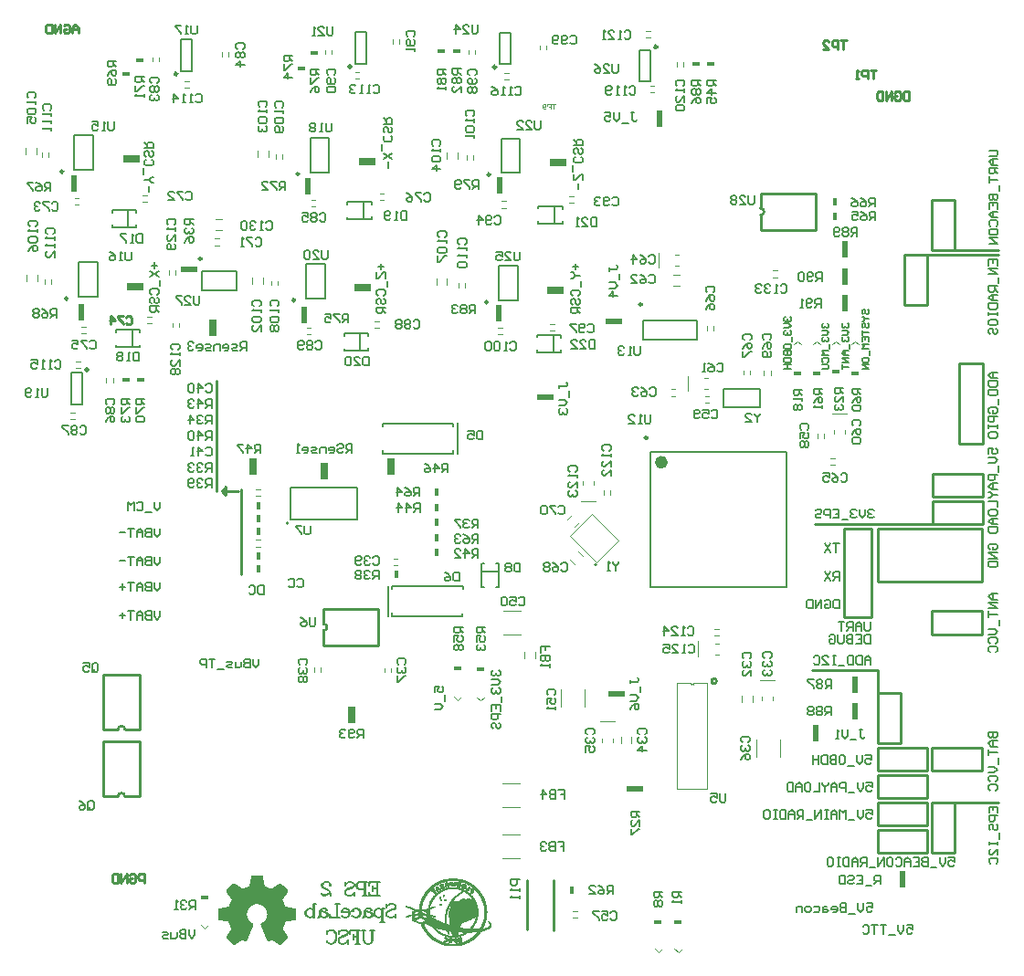
<source format=gbo>
G04*
G04 #@! TF.GenerationSoftware,Altium Limited,Altium Designer,18.1.7 (191)*
G04*
G04 Layer_Color=32896*
%FSLAX25Y25*%
%MOIN*%
G70*
G01*
G75*
%ADD10C,0.01000*%
%ADD13C,0.00100*%
%ADD14C,0.00394*%
%ADD15C,0.00591*%
%ADD16C,0.00787*%
%ADD17C,0.00800*%
%ADD18R,0.02000X0.06000*%
%ADD19R,0.02500X0.06000*%
%ADD21R,0.06000X0.02500*%
%ADD22R,0.06000X0.02000*%
%ADD23R,0.01300X0.03000*%
%ADD168C,0.00984*%
%ADD169C,0.02362*%
%ADD170C,0.00047*%
%ADD171C,0.00700*%
%ADD172R,0.03000X0.01300*%
G36*
X194069Y318299D02*
X194116Y318293D01*
X194164Y318284D01*
X194205Y318272D01*
X194285Y318240D01*
X194321Y318225D01*
X194350Y318207D01*
X194380Y318186D01*
X194404Y318172D01*
X194427Y318154D01*
X194445Y318139D01*
X194460Y318127D01*
X194469Y318118D01*
X194475Y318112D01*
X194478Y318109D01*
X194510Y318074D01*
X194537Y318033D01*
X194563Y317994D01*
X194584Y317953D01*
X194602Y317908D01*
X194617Y317867D01*
X194637Y317790D01*
X194646Y317751D01*
X194652Y317719D01*
X194655Y317686D01*
X194658Y317660D01*
X194661Y317639D01*
Y317624D01*
Y317612D01*
Y317609D01*
X194658Y317553D01*
X194652Y317503D01*
X194646Y317452D01*
X194634Y317405D01*
X194620Y317364D01*
X194605Y317322D01*
X194590Y317287D01*
X194572Y317254D01*
X194557Y317225D01*
X194543Y317198D01*
X194528Y317177D01*
X194513Y317156D01*
X194501Y317142D01*
X194495Y317133D01*
X194489Y317127D01*
X194486Y317124D01*
X194454Y317091D01*
X194418Y317065D01*
X194383Y317038D01*
X194344Y317017D01*
X194309Y317000D01*
X194273Y316985D01*
X194205Y316964D01*
X194176Y316955D01*
X194146Y316949D01*
X194122Y316946D01*
X194099Y316943D01*
X194081Y316940D01*
X194057D01*
X194001Y316943D01*
X193948Y316952D01*
X193900Y316964D01*
X193856Y316979D01*
X193823Y316991D01*
X193797Y317003D01*
X193779Y317011D01*
X193773Y317014D01*
X193726Y317044D01*
X193684Y317076D01*
X193649Y317109D01*
X193619Y317139D01*
X193598Y317168D01*
X193581Y317189D01*
X193569Y317204D01*
X193566Y317210D01*
Y317186D01*
Y317171D01*
Y317162D01*
Y317159D01*
X193569Y317100D01*
X193572Y317044D01*
X193578Y316994D01*
X193584Y316946D01*
X193593Y316908D01*
X193598Y316878D01*
X193601Y316866D01*
Y316857D01*
X193604Y316855D01*
Y316851D01*
X193619Y316798D01*
X193634Y316751D01*
X193649Y316709D01*
X193664Y316674D01*
X193675Y316647D01*
X193687Y316627D01*
X193693Y316612D01*
X193696Y316609D01*
X193720Y316576D01*
X193744Y316550D01*
X193767Y316526D01*
X193791Y316505D01*
X193809Y316487D01*
X193826Y316476D01*
X193838Y316470D01*
X193841Y316467D01*
X193874Y316449D01*
X193909Y316437D01*
X193942Y316428D01*
X193974Y316422D01*
X194001Y316419D01*
X194022Y316416D01*
X194043D01*
X194090Y316419D01*
X194134Y316428D01*
X194173Y316440D01*
X194205Y316455D01*
X194229Y316467D01*
X194250Y316478D01*
X194262Y316487D01*
X194264Y316490D01*
X194294Y316523D01*
X194318Y316561D01*
X194339Y316603D01*
X194353Y316644D01*
X194365Y316680D01*
X194374Y316712D01*
X194377Y316724D01*
Y316730D01*
X194380Y316736D01*
Y316739D01*
X194623Y316718D01*
X194605Y316633D01*
X194581Y316559D01*
X194552Y316493D01*
X194522Y316440D01*
X194492Y316399D01*
X194478Y316381D01*
X194466Y316366D01*
X194457Y316357D01*
X194448Y316348D01*
X194445Y316345D01*
X194442Y316342D01*
X194413Y316319D01*
X194380Y316298D01*
X194315Y316265D01*
X194250Y316242D01*
X194187Y316227D01*
X194131Y316215D01*
X194108Y316212D01*
X194087D01*
X194072Y316209D01*
X194048D01*
X193965Y316215D01*
X193892Y316227D01*
X193823Y316248D01*
X193767Y316271D01*
X193744Y316280D01*
X193720Y316292D01*
X193702Y316304D01*
X193684Y316313D01*
X193673Y316319D01*
X193664Y316325D01*
X193658Y316331D01*
X193655D01*
X193596Y316381D01*
X193542Y316437D01*
X193501Y316496D01*
X193465Y316552D01*
X193436Y316603D01*
X193424Y316627D01*
X193415Y316644D01*
X193409Y316662D01*
X193403Y316674D01*
X193400Y316680D01*
Y316683D01*
X193385Y316727D01*
X193371Y316777D01*
X193350Y316878D01*
X193335Y316985D01*
X193326Y317085D01*
X193320Y317130D01*
X193317Y317174D01*
Y317213D01*
X193314Y317245D01*
Y317272D01*
Y317292D01*
Y317307D01*
Y317310D01*
Y317378D01*
X193317Y317443D01*
X193323Y317503D01*
X193329Y317559D01*
X193335Y317609D01*
X193341Y317657D01*
X193350Y317701D01*
X193359Y317740D01*
X193368Y317772D01*
X193374Y317802D01*
X193382Y317828D01*
X193388Y317849D01*
X193394Y317864D01*
X193400Y317876D01*
X193403Y317882D01*
Y317884D01*
X193439Y317956D01*
X193477Y318018D01*
X193521Y318071D01*
X193560Y318115D01*
X193598Y318148D01*
X193628Y318172D01*
X193640Y318180D01*
X193649Y318186D01*
X193652Y318192D01*
X193655D01*
X193717Y318228D01*
X193779Y318254D01*
X193841Y318275D01*
X193897Y318287D01*
X193948Y318296D01*
X193968Y318299D01*
X193983D01*
X193998Y318302D01*
X194019D01*
X194069Y318299D01*
D02*
G37*
G36*
X198370Y318050D02*
X197695D01*
Y316245D01*
X197423D01*
Y318050D01*
X196748D01*
Y318293D01*
X198370D01*
Y318050D01*
D02*
G37*
G36*
X196467Y316245D02*
X196194D01*
Y317076D01*
X195670D01*
X195594Y317079D01*
X195519Y317085D01*
X195454Y317094D01*
X195395Y317106D01*
X195339Y317118D01*
X195292Y317133D01*
X195247Y317150D01*
X195209Y317168D01*
X195176Y317183D01*
X195147Y317201D01*
X195123Y317216D01*
X195105Y317230D01*
X195090Y317239D01*
X195081Y317248D01*
X195076Y317254D01*
X195073Y317257D01*
X195043Y317292D01*
X195016Y317328D01*
X194996Y317364D01*
X194975Y317402D01*
X194957Y317441D01*
X194945Y317476D01*
X194925Y317544D01*
X194919Y317577D01*
X194913Y317606D01*
X194910Y317633D01*
X194907Y317654D01*
X194904Y317674D01*
Y317686D01*
Y317695D01*
Y317698D01*
X194907Y317754D01*
X194913Y317808D01*
X194925Y317855D01*
X194933Y317896D01*
X194945Y317932D01*
X194957Y317958D01*
X194963Y317973D01*
X194966Y317979D01*
X194990Y318024D01*
X195019Y318062D01*
X195046Y318098D01*
X195073Y318124D01*
X195096Y318145D01*
X195114Y318163D01*
X195126Y318172D01*
X195132Y318175D01*
X195170Y318198D01*
X195215Y318219D01*
X195256Y318237D01*
X195295Y318252D01*
X195330Y318261D01*
X195357Y318266D01*
X195377Y318272D01*
X195383D01*
X195428Y318278D01*
X195478Y318284D01*
X195531Y318287D01*
X195582Y318290D01*
X195626Y318293D01*
X196467D01*
Y316245D01*
D02*
G37*
%LPC*%
G36*
X194004Y318095D02*
X193957D01*
X193927Y318089D01*
X193874Y318074D01*
X193826Y318053D01*
X193785Y318033D01*
X193752Y318009D01*
X193729Y317988D01*
X193714Y317973D01*
X193708Y317970D01*
Y317967D01*
X193669Y317917D01*
X193640Y317861D01*
X193619Y317802D01*
X193607Y317745D01*
X193598Y317698D01*
X193596Y317677D01*
Y317657D01*
X193593Y317642D01*
Y317630D01*
Y317624D01*
Y317621D01*
X193598Y317544D01*
X193610Y317476D01*
X193628Y317420D01*
X193649Y317372D01*
X193673Y317334D01*
X193690Y317307D01*
X193702Y317290D01*
X193708Y317284D01*
X193752Y317242D01*
X193800Y317213D01*
X193847Y317192D01*
X193895Y317177D01*
X193933Y317168D01*
X193965Y317165D01*
X193977Y317162D01*
X193995D01*
X194057Y317168D01*
X194114Y317180D01*
X194164Y317201D01*
X194208Y317225D01*
X194241Y317245D01*
X194267Y317266D01*
X194282Y317278D01*
X194288Y317284D01*
X194327Y317331D01*
X194356Y317384D01*
X194374Y317438D01*
X194389Y317488D01*
X194398Y317532D01*
X194401Y317550D01*
Y317568D01*
X194404Y317583D01*
Y317592D01*
Y317597D01*
Y317600D01*
X194398Y317677D01*
X194386Y317748D01*
X194365Y317811D01*
X194341Y317861D01*
X194321Y317902D01*
X194300Y317932D01*
X194294Y317941D01*
X194288Y317950D01*
X194282Y317953D01*
Y317956D01*
X194259Y317979D01*
X194235Y318003D01*
X194185Y318036D01*
X194134Y318062D01*
X194087Y318077D01*
X194048Y318089D01*
X194016Y318092D01*
X194004Y318095D01*
D02*
G37*
G36*
X196194Y318050D02*
X195608D01*
X195555Y318047D01*
X195511Y318044D01*
X195475Y318041D01*
X195451Y318036D01*
X195434Y318033D01*
X195422Y318030D01*
X195419D01*
X195380Y318015D01*
X195348Y317997D01*
X195318Y317979D01*
X195292Y317958D01*
X195274Y317938D01*
X195259Y317923D01*
X195250Y317911D01*
X195247Y317908D01*
X195227Y317873D01*
X195209Y317837D01*
X195197Y317799D01*
X195191Y317766D01*
X195185Y317737D01*
X195182Y317710D01*
Y317695D01*
Y317692D01*
Y317689D01*
X195188Y317627D01*
X195200Y317574D01*
X195218Y317526D01*
X195238Y317488D01*
X195259Y317458D01*
X195277Y317435D01*
X195289Y317423D01*
X195295Y317417D01*
X195315Y317399D01*
X195342Y317384D01*
X195398Y317361D01*
X195460Y317343D01*
X195522Y317331D01*
X195579Y317325D01*
X195602Y317322D01*
X195623D01*
X195644Y317319D01*
X196194D01*
Y318050D01*
D02*
G37*
%LPD*%
D10*
X272803Y277697D02*
G03*
X272803Y280197I0J1250D01*
G01*
X123595Y331977D02*
G03*
X123595Y331977I-599J0D01*
G01*
X176395Y331713D02*
G03*
X176395Y331713I-599J0D01*
G01*
X256784Y107564D02*
G03*
X256784Y107564I-934J0D01*
G01*
X27610Y221304D02*
G03*
X27610Y221304I-599J0D01*
G01*
X40850Y65516D02*
G03*
X38350Y65516I-1250J0D01*
G01*
X235209Y339138D02*
G03*
X235209Y339138I-599J0D01*
G01*
X60051Y329296D02*
G03*
X60051Y329296I-599J0D01*
G01*
X40850Y89886D02*
G03*
X38350Y89886I-1250J0D01*
G01*
X113350Y126008D02*
G03*
X113350Y128508I0J1250D01*
G01*
X303189Y130984D02*
Y134705D01*
X343721Y63346D02*
X359488D01*
X313228Y130984D02*
Y163347D01*
X303189D02*
X313228D01*
X303189Y134705D02*
Y163347D01*
Y130984D02*
X313228D01*
X333642Y263425D02*
X359508D01*
X343642Y265020D02*
X359547D01*
X292767Y164989D02*
X335570D01*
Y173256D02*
X353976D01*
X335570Y164989D02*
Y173256D01*
Y164989D02*
X353976D01*
Y173256D01*
X335570Y183256D02*
X353976D01*
X335570Y174989D02*
Y183256D01*
Y174989D02*
X353976D01*
Y183256D01*
X335374Y265020D02*
Y283425D01*
Y265020D02*
X343642D01*
Y283425D01*
X335374D02*
X343642D01*
X325374Y245020D02*
Y263425D01*
Y245020D02*
X333642D01*
Y263425D01*
X325374D02*
X333642D01*
X291535Y111614D02*
X315472D01*
Y103110D02*
Y111614D01*
X315472Y44961D02*
Y53425D01*
X333484D01*
Y44961D02*
Y53425D01*
X315472Y44961D02*
X333484D01*
X315472Y54961D02*
Y63425D01*
X333484D01*
Y54961D02*
Y63425D01*
X315472Y54961D02*
X333484D01*
X315472Y64961D02*
Y73425D01*
X333484D01*
Y64961D02*
Y73425D01*
X315472Y64961D02*
X333484D01*
X315472Y74961D02*
X333484D01*
Y83425D01*
X315472D02*
X333484D01*
X315472Y74961D02*
Y83425D01*
X335354Y74961D02*
Y83425D01*
X353465D01*
Y74961D02*
Y83425D01*
X335354Y74961D02*
X353465D01*
X315472Y163347D02*
X353465D01*
X315472Y143858D02*
Y163347D01*
Y143858D02*
X353465D01*
Y163347D01*
X335354Y124665D02*
X353465D01*
Y133346D01*
X335354D02*
X353465D01*
X335354Y124665D02*
Y133346D01*
X335157Y45039D02*
X343721D01*
X335157D02*
Y63346D01*
X343721D01*
Y45039D02*
Y63346D01*
X315472Y85000D02*
X323858D01*
X315472Y86870D02*
Y103110D01*
X323858D01*
Y85000D02*
Y103110D01*
X315472Y85000D02*
Y86870D01*
X345295Y194350D02*
X353858D01*
X345295D02*
Y223484D01*
X353858D01*
Y194350D02*
Y223484D01*
X272803Y285457D02*
X292804D01*
Y272388D02*
Y285457D01*
X272803Y272388D02*
X292804D01*
X272803D02*
Y277697D01*
Y280197D02*
Y285457D01*
X83252Y146442D02*
Y177623D01*
X74236Y176875D02*
Y217268D01*
X76402Y176875D02*
X82149D01*
X76402D02*
Y176993D01*
X77740Y178489D01*
X77661Y175536D02*
X77740Y178489D01*
X76402Y176875D02*
X77661Y175536D01*
X187504Y16816D02*
Y34926D01*
X197248Y16717D02*
Y34827D01*
X33091Y65516D02*
Y85516D01*
X46159D01*
Y65516D02*
Y85516D01*
X40850Y65516D02*
X46159D01*
X33091D02*
X38350D01*
X33091Y89886D02*
Y109886D01*
X46159D01*
Y89886D02*
Y109886D01*
X40850Y89886D02*
X46159D01*
X33091D02*
X38350D01*
X113350Y128508D02*
Y133768D01*
Y120700D02*
Y126008D01*
Y120700D02*
X133350D01*
Y133768D01*
X113350D02*
X133350D01*
X47898Y33922D02*
Y37121D01*
X46298D01*
X45765Y36588D01*
Y35521D01*
X46298Y34988D01*
X47898D01*
X42566Y36588D02*
X43099Y37121D01*
X44165D01*
X44699Y36588D01*
Y34455D01*
X44165Y33922D01*
X43099D01*
X42566Y34455D01*
Y35521D01*
X43632D01*
X41500Y33922D02*
Y37121D01*
X39367Y33922D01*
Y37121D01*
X38301D02*
Y33922D01*
X36701D01*
X36168Y34455D01*
Y36588D01*
X36701Y37121D01*
X38301D01*
X23842Y344158D02*
Y346291D01*
X22776Y347357D01*
X21710Y346291D01*
Y344158D01*
Y345758D01*
X23842D01*
X18511Y346824D02*
X19044Y347357D01*
X20110D01*
X20643Y346824D01*
Y344691D01*
X20110Y344158D01*
X19044D01*
X18511Y344691D01*
Y345758D01*
X19577D01*
X17445Y344158D02*
Y347357D01*
X15312Y344158D01*
Y347357D01*
X14245D02*
Y344158D01*
X12646D01*
X12113Y344691D01*
Y346824D01*
X12646Y347357D01*
X14245D01*
X304173Y341467D02*
X302041D01*
X303107D01*
Y338268D01*
X300974D02*
Y341467D01*
X299375D01*
X298842Y340933D01*
Y339867D01*
X299375Y339334D01*
X300974D01*
X295643Y338268D02*
X297775D01*
X295643Y340400D01*
Y340933D01*
X296176Y341467D01*
X297242D01*
X297775Y340933D01*
X315000Y330640D02*
X312867D01*
X313934D01*
Y327441D01*
X311801D02*
Y330640D01*
X310202D01*
X309668Y330107D01*
Y329040D01*
X310202Y328507D01*
X311801D01*
X308602Y327441D02*
X307536D01*
X308069D01*
Y330640D01*
X308602Y330107D01*
X327047Y322805D02*
Y319606D01*
X325448D01*
X324915Y320140D01*
Y322272D01*
X325448Y322805D01*
X327047D01*
X321716Y322272D02*
X322249Y322805D01*
X323315D01*
X323848Y322272D01*
Y320140D01*
X323315Y319606D01*
X322249D01*
X321716Y320140D01*
Y321206D01*
X322782D01*
X320649Y319606D02*
Y322805D01*
X318517Y319606D01*
Y322805D01*
X317450D02*
Y319606D01*
X315851D01*
X315318Y320140D01*
Y322272D01*
X315851Y322805D01*
X317450D01*
X41229Y240373D02*
X41729Y240873D01*
X42728D01*
X43228Y240373D01*
Y238374D01*
X42728Y237874D01*
X41729D01*
X41229Y238374D01*
X40229Y240873D02*
X38230D01*
Y240373D01*
X40229Y238374D01*
Y237874D01*
X35731D02*
Y240873D01*
X37230Y239373D01*
X35231D01*
D13*
X149716Y19600D02*
X156416D01*
X149817Y19500D02*
X156616D01*
X150016Y19400D02*
X156916D01*
X150216Y19300D02*
X157116D01*
X150417Y19200D02*
X157416D01*
X150617Y19100D02*
X158017D01*
X150817Y19000D02*
X158017D01*
X151117Y18900D02*
X158317D01*
X151316Y18800D02*
X158517D01*
X151516Y18700D02*
X158916D01*
X151716Y18600D02*
X163216D01*
X152016Y18500D02*
X163117D01*
X152216Y18400D02*
X163117D01*
X152516Y18300D02*
X163117D01*
X152717Y18200D02*
X163016D01*
X152917Y18100D02*
X163016D01*
X153016Y18000D02*
X163016D01*
X153117Y17900D02*
X162917D01*
X153217Y17800D02*
X162917D01*
X154116Y17700D02*
X162917D01*
X154417Y17600D02*
X163516D01*
X154717Y17500D02*
X164117D01*
X155116Y17400D02*
X164816D01*
X155417Y17300D02*
X165516D01*
X155816Y17200D02*
X167217D01*
X156217Y17100D02*
X173017D01*
X151316Y22200D02*
X152816D01*
X152117Y14200D02*
X153316D01*
X158817Y22200D02*
X168916D01*
X167616Y14200D02*
X168717D01*
X152216Y32500D02*
X153417D01*
X152117Y32400D02*
X153316D01*
X152016Y32300D02*
X153217D01*
X151917Y32200D02*
X153117D01*
X151816Y32100D02*
X152917D01*
X151716Y32000D02*
X152816D01*
X151617Y31900D02*
X152717D01*
X151516Y31800D02*
X152617D01*
X151417Y31700D02*
X152516D01*
X151316Y31600D02*
X152417D01*
X151216Y31500D02*
X152316D01*
X151216Y31400D02*
X152216D01*
Y27300D02*
X152717D01*
X152216Y27200D02*
X152717D01*
X152117Y27100D02*
X152717D01*
X152117Y27000D02*
X152617D01*
X152117Y26900D02*
X152617D01*
X152016Y26800D02*
X152516D01*
X152016Y26700D02*
X152516D01*
X151917Y26600D02*
X152417D01*
X151917Y26500D02*
X152417D01*
X151917Y26400D02*
X152417D01*
X151816Y26300D02*
X152316D01*
X151816Y26200D02*
X152316D01*
X151816Y26100D02*
X152316D01*
X151716Y26000D02*
X152216D01*
X151716Y25900D02*
X152216D01*
X151716Y25800D02*
X152216D01*
X143316Y25300D02*
X144217D01*
X143517Y25200D02*
X144517D01*
X143717Y25100D02*
X144817D01*
X144116Y25000D02*
X145017D01*
X152216Y24900D02*
X153117D01*
X151516Y24800D02*
X152816D01*
X151417Y24700D02*
X152516D01*
X151316Y24600D02*
X152216D01*
X151316Y22400D02*
X152216D01*
X151316Y22300D02*
X152516D01*
X152117Y22100D02*
X153117D01*
X144017Y22000D02*
X145116D01*
X143717Y21900D02*
X144717D01*
X143517Y21800D02*
X144517D01*
X151316Y21700D02*
X152216D01*
X143316D02*
X144217D01*
X151316Y21600D02*
X152316D01*
X151316Y21500D02*
X152516D01*
X151316Y21400D02*
X152617D01*
X151316Y21300D02*
X152816D01*
X151316Y21200D02*
X153016D01*
X151316Y21100D02*
X153217D01*
X151316Y21000D02*
X153417D01*
X151316Y20900D02*
X153616D01*
X151316Y20800D02*
X153816D01*
X151316Y20700D02*
X154016D01*
X151316Y20600D02*
X154217D01*
X150716Y20500D02*
X154417D01*
X150917Y20400D02*
X154616D01*
X151016Y20300D02*
X154816D01*
X150716Y20200D02*
X155017D01*
X150417Y20100D02*
X155217D01*
X150216Y20000D02*
X155417D01*
X149917Y19900D02*
X155717D01*
X149617Y19800D02*
X155917D01*
X149416Y19700D02*
X156116D01*
X151216Y15200D02*
X152216D01*
X151316Y15100D02*
X152316D01*
X151316Y15000D02*
X152417D01*
X151417Y14900D02*
X152516D01*
X151516Y14800D02*
X152617D01*
X151617Y14700D02*
X152717D01*
X151716Y14600D02*
X152816D01*
X151816Y14500D02*
X152917D01*
X151917Y14400D02*
X153016D01*
X152016Y14300D02*
X153117D01*
X152216Y14100D02*
X153417D01*
X158817Y35500D02*
X162117D01*
X158217Y35400D02*
X162716D01*
X157717Y35300D02*
X163216D01*
X157317Y35200D02*
X163617D01*
X156916Y35100D02*
X164016D01*
X156616Y35000D02*
X164316D01*
X156316Y34900D02*
X164617D01*
X159517Y34400D02*
X160416D01*
X159317Y34300D02*
X160416D01*
X159216Y34200D02*
X160416D01*
X159216Y34100D02*
X160416D01*
X159116Y34000D02*
X160416D01*
X159116Y33900D02*
X160416D01*
X159916Y33800D02*
X160517D01*
X159116Y33700D02*
X160517D01*
X159216Y33600D02*
X160517D01*
X159216Y33500D02*
X160517D01*
X159317Y33400D02*
X160517D01*
X159916Y33300D02*
X160517D01*
X159916Y33200D02*
X160517D01*
X159916Y33100D02*
X160517D01*
X159916Y33000D02*
X160517D01*
X166917Y32900D02*
X168217D01*
X160017D02*
X160517D01*
X167116Y32800D02*
X168316D01*
X160017D02*
X160416D01*
X167217Y32700D02*
X168417D01*
X167316Y32600D02*
X168517D01*
X167517Y32500D02*
X168616D01*
X167616Y32400D02*
X168816D01*
X160216D02*
X160716D01*
X167717Y32300D02*
X168916D01*
X159017D02*
X161817D01*
X167816Y32200D02*
X169017D01*
X158517D02*
X162417D01*
X168017Y32100D02*
X169116D01*
X158116D02*
X162817D01*
X168116Y32000D02*
X169217D01*
X157717D02*
X163117D01*
X168217Y31900D02*
X169316D01*
X167717Y28100D02*
X168217D01*
X167717Y28000D02*
X168316D01*
X160216D02*
X160817D01*
X167816Y27900D02*
X168316D01*
X160216D02*
X160716D01*
X163417Y27800D02*
X168417D01*
X160117D02*
X160617D01*
X163216Y27700D02*
X168417D01*
X160017D02*
X160517D01*
X163016Y27600D02*
X168517D01*
X159916D02*
X160416D01*
X162817Y27500D02*
X168517D01*
X159817D02*
X160416D01*
X162716Y27400D02*
X168616D01*
X159817D02*
X160317D01*
X162417Y27300D02*
X168616D01*
X159716D02*
X160216D01*
X160817Y27200D02*
X168717D01*
X160416Y27100D02*
X168717D01*
X160317Y27000D02*
X168816D01*
X160216Y26900D02*
X168816D01*
X160117Y26800D02*
X168916D01*
X160117Y26700D02*
X168916D01*
X160017Y26600D02*
X168916D01*
X159916Y26500D02*
X169017D01*
X159916Y26400D02*
X169017D01*
X159817Y26300D02*
X169017D01*
X159817Y26200D02*
X169116D01*
X159716Y26100D02*
X169116D01*
X159716Y26000D02*
X169116D01*
X159716Y25900D02*
X169217D01*
X159616Y25800D02*
X169217D01*
X159616Y25700D02*
X169217D01*
X159616Y25600D02*
X169316D01*
X159616Y25500D02*
X169316D01*
X159616Y25400D02*
X169316D01*
X159517Y25300D02*
X169316D01*
X159517Y25200D02*
X169316D01*
X159517Y25100D02*
X169416D01*
X159517Y25000D02*
X169416D01*
X159517Y24900D02*
X169416D01*
X159517Y24800D02*
X169416D01*
X159517Y24700D02*
X169416D01*
X159416Y24600D02*
X169517D01*
X159416Y24500D02*
X169517D01*
X159416Y24400D02*
X169517D01*
X159317Y24300D02*
X168916D01*
X159317Y24200D02*
X168816D01*
X159317Y24100D02*
X168816D01*
X159216Y24000D02*
X168816D01*
X159216Y23900D02*
X168916D01*
X159216Y23800D02*
X168916D01*
X159116Y23700D02*
X169017D01*
X159116Y23600D02*
X169017D01*
X159017Y23500D02*
X169517D01*
X159017Y23400D02*
X169517D01*
X159017Y23300D02*
X169616D01*
X159017Y23200D02*
X169616D01*
X158916Y23100D02*
X169616D01*
X158916Y23000D02*
X169517D01*
X158916Y22900D02*
X169517D01*
X158817Y22800D02*
X169517D01*
X158817Y22700D02*
X169017D01*
X158817Y22600D02*
X169017D01*
X158817Y22500D02*
X169017D01*
X158817Y22400D02*
X168916D01*
X158817Y22300D02*
X168916D01*
X158817Y22100D02*
X168816D01*
X158817Y22000D02*
X168816D01*
X158817Y21900D02*
X168717D01*
X158916Y21800D02*
X168717D01*
X158916Y21700D02*
X168717D01*
X159017Y21600D02*
X168616D01*
X159116Y21500D02*
X168517D01*
X159216Y21400D02*
X168316D01*
X159216Y21300D02*
X168116D01*
X159216Y21200D02*
X167917D01*
X159216Y21100D02*
X167616D01*
X159216Y21000D02*
X167417D01*
X159216Y20900D02*
X167217D01*
X159216Y20800D02*
X167016D01*
X159216Y20700D02*
X166816D01*
X159216Y20600D02*
X166616D01*
X159216Y20500D02*
X166316D01*
X159216Y20400D02*
X166116D01*
X159216Y20300D02*
X165917D01*
X159216Y20200D02*
X165717D01*
X159216Y20100D02*
X165417D01*
X159216Y20000D02*
X165217D01*
X159216Y19900D02*
X164917D01*
X159216Y19800D02*
X164617D01*
X159216Y19700D02*
X164216D01*
X159216Y19600D02*
X163816D01*
X168217Y19500D02*
X168717D01*
X159216D02*
X163516D01*
X168217Y19400D02*
X168717D01*
X159216D02*
X163516D01*
X168116Y19300D02*
X168616D01*
X159216D02*
X163516D01*
X168116Y19200D02*
X168616D01*
X159216D02*
X163417D01*
X168017Y19100D02*
X168517D01*
X159216D02*
X163417D01*
X167917Y19000D02*
X168417D01*
X159216D02*
X163317D01*
X167917Y18900D02*
X168417D01*
X159216D02*
X163317D01*
X167816Y18800D02*
X168316D01*
X159216D02*
X163317D01*
X167816Y18700D02*
X168316D01*
X159216D02*
X163216D01*
X167717Y18600D02*
X168217D01*
X167616Y18500D02*
X168217D01*
X156616Y17000D02*
X172716D01*
X157116Y16900D02*
X172517D01*
X157616Y16800D02*
X172216D01*
X158017Y16700D02*
X171916D01*
X158317Y16600D02*
X171616D01*
X158916Y16500D02*
X171317D01*
X159517Y16400D02*
X170817D01*
X159817Y16300D02*
X170616D01*
X159817Y16200D02*
X169517D01*
X159916Y16100D02*
X168816D01*
X159916Y16000D02*
X162417D01*
X159916Y15900D02*
X162317D01*
X160017Y15800D02*
X162317D01*
X160017Y15700D02*
X162317D01*
X160117Y15600D02*
X162216D01*
X160117Y15500D02*
X162216D01*
X160216Y15400D02*
X162216D01*
X160216Y15300D02*
X162117D01*
X160216Y15200D02*
X162117D01*
X168217Y14700D02*
X169217D01*
X168116Y14600D02*
X169116D01*
X157817D02*
X163117D01*
X168017Y14500D02*
X169017D01*
X158217D02*
X162817D01*
X167917Y14400D02*
X168916D01*
X158616D02*
X162417D01*
X167717Y14300D02*
X168816D01*
X159216D02*
X161817D01*
X167517Y14100D02*
X168616D01*
X167316Y14000D02*
X168517D01*
X167217Y13900D02*
X168417D01*
X167116Y13800D02*
X168316D01*
X166917Y13700D02*
X168217D01*
X159116Y13500D02*
X160216D01*
X159116Y13400D02*
X160216D01*
X159216Y13300D02*
X160216D01*
X159416Y13200D02*
X160216D01*
X159116Y13100D02*
X160216D01*
X159017Y13000D02*
X160216D01*
X158916Y12900D02*
X160216D01*
X156416Y11700D02*
X164617D01*
X156717Y11600D02*
X164316D01*
X157017Y11500D02*
X163917D01*
X157317Y11400D02*
X163617D01*
X157717Y11300D02*
X163216D01*
X158217Y11200D02*
X162716D01*
X158916Y11100D02*
X162016D01*
X150216Y30200D02*
X151216D01*
X150117Y22200D02*
X150917D01*
X148916D02*
X149216D01*
X148516D02*
X148716D01*
X148117D02*
X148416D01*
X146416D02*
X147116D01*
X145717D02*
X145916D01*
X144616D02*
X145616D01*
X154516Y30200D02*
X155217D01*
X157717Y22200D02*
X158116D01*
X166917Y30200D02*
X167417D01*
X165717D02*
X166417D01*
X162716D02*
X163216D01*
X169717D02*
X170717D01*
X172017Y22200D02*
X172716D01*
X169017D02*
X169517D01*
X143217Y25500D02*
X143616D01*
X143217Y25400D02*
X143916D01*
X143217Y21600D02*
X143916D01*
X143217Y21500D02*
X143616D01*
X151117Y31300D02*
X152117D01*
X151016Y31200D02*
X152016D01*
X150917Y31100D02*
X151917D01*
X150817Y31000D02*
X151816D01*
X150716Y30900D02*
X151716D01*
X150716Y30800D02*
X151617D01*
X150617Y30700D02*
X151617D01*
X150516Y30600D02*
X151516D01*
X150417Y30500D02*
X151417D01*
X150417Y30400D02*
X151316D01*
X150317Y30300D02*
X151216D01*
X150216Y30100D02*
X151117D01*
X150117Y30000D02*
X151016D01*
X150016Y29900D02*
X150917D01*
X150016Y29800D02*
X150917D01*
X149917Y29700D02*
X150817D01*
X149817Y29600D02*
X150716D01*
X149817Y29500D02*
X150716D01*
X149716Y29400D02*
X150617D01*
X149716Y29300D02*
X150516D01*
X149617Y29200D02*
X150516D01*
X149617Y29100D02*
X150417D01*
X149516Y29000D02*
X150417D01*
X149516Y28900D02*
X150317D01*
X149416Y28800D02*
X150317D01*
X149416Y28700D02*
X150216D01*
X149317Y28600D02*
X150117D01*
X149317Y28500D02*
X150117D01*
X149216Y28400D02*
X150016D01*
X149216Y28300D02*
X150016D01*
X149117Y28200D02*
X149917D01*
X149117Y28100D02*
X149917D01*
X149016Y28000D02*
X149817D01*
X149016Y27900D02*
X149817D01*
X149016Y27800D02*
X149817D01*
X148916Y27700D02*
X149716D01*
X148916Y27600D02*
X149716D01*
X148817Y27500D02*
X149617D01*
X148817Y27400D02*
X149617D01*
X148817Y27300D02*
X149617D01*
X148716Y27200D02*
X149516D01*
X148716Y27100D02*
X149516D01*
X148716Y27000D02*
X149416D01*
X148617Y26900D02*
X149416D01*
X148617Y26800D02*
X149416D01*
X148617Y26700D02*
X149317D01*
X148617Y26600D02*
X149317D01*
X148516Y26500D02*
X149317D01*
X148516Y26400D02*
X149317D01*
X148516Y26300D02*
X149216D01*
X148516Y26200D02*
X149216D01*
X148416Y26100D02*
X149216D01*
X148416Y26000D02*
X149216D01*
X148416Y25900D02*
X149117D01*
X148416Y25800D02*
X149117D01*
X151617Y25700D02*
X152117D01*
X148317D02*
X149117D01*
X151617Y25600D02*
X152117D01*
X148317D02*
X149117D01*
X151617Y25500D02*
X152117D01*
X148317D02*
X149016D01*
X151617Y25400D02*
X152117D01*
X148317D02*
X149016D01*
X151516Y25300D02*
X152016D01*
X148317D02*
X149016D01*
X151516Y25200D02*
X152016D01*
X148317D02*
X149016D01*
X151516Y25100D02*
X152016D01*
X148216D02*
X149016D01*
X151516Y25000D02*
X151917D01*
X148216D02*
X149016D01*
X151516Y24900D02*
X151917D01*
X148216D02*
X149016D01*
X144416D02*
X145317D01*
X148216Y24800D02*
X148916D01*
X144616D02*
X145517D01*
X148216Y24700D02*
X148916D01*
X144916D02*
X145817D01*
X148216Y24600D02*
X148916D01*
X145217D02*
X146116D01*
X151117Y24500D02*
X152016D01*
X148216D02*
X149016D01*
X145416D02*
X146416D01*
X150817Y24400D02*
X151816D01*
X147916D02*
X149317D01*
X145717D02*
X146716D01*
X150516Y24300D02*
X151816D01*
X148817D02*
X149617D01*
X148516D02*
X148716D01*
X147617D02*
X148416D01*
X146017D02*
X147017D01*
X151417Y24200D02*
X151816D01*
X150317D02*
X151216D01*
X148916D02*
X150016D01*
X148516D02*
X148716D01*
X146317D02*
X148117D01*
X151417Y24100D02*
X151816D01*
X148916D02*
X151016D01*
X148516D02*
X148716D01*
X147916D02*
X148416D01*
X146517D02*
X147817D01*
X151417Y24000D02*
X151816D01*
X149817D02*
X150716D01*
X148916D02*
X149716D01*
X148516D02*
X148716D01*
X147617D02*
X148416D01*
X146817D02*
X147517D01*
X151417Y23900D02*
X151816D01*
X149216D02*
X150516D01*
X148916D02*
X149117D01*
X148516D02*
X148716D01*
X147317D02*
X148416D01*
X146517D02*
X147216D01*
X151316Y23800D02*
X151816D01*
X149516D02*
X150817D01*
X148916D02*
X149117D01*
X148516D02*
X148716D01*
X148117D02*
X148416D01*
X146216D02*
X147716D01*
X151316Y23700D02*
X151816D01*
X149817D02*
X151117D01*
X148916D02*
X149117D01*
X148516D02*
X148716D01*
X148117D02*
X148416D01*
X145916D02*
X147517D01*
X150117Y23600D02*
X151816D01*
X148916D02*
X149117D01*
X148516D02*
X148716D01*
X148117D02*
X148416D01*
X145817D02*
X147216D01*
X150417Y23500D02*
X151816D01*
X148916D02*
X149117D01*
X148516D02*
X148716D01*
X148117D02*
X148317D01*
X146216D02*
X146916D01*
X145717D02*
X146116D01*
X150617Y23400D02*
X151816D01*
X148916D02*
X149216D01*
X148516D02*
X148716D01*
X148117D02*
X148317D01*
X146116D02*
X146616D01*
X145717D02*
X146017D01*
X150917Y23300D02*
X151816D01*
X148916D02*
X149216D01*
X148516D02*
X148716D01*
X148117D02*
X148317D01*
X146116D02*
X146416D01*
X145717D02*
X145916D01*
X151016Y23200D02*
X151816D01*
X149016D02*
X149317D01*
X148516D02*
X148716D01*
X148017D02*
X148317D01*
X146116D02*
X146317D01*
X145717D02*
X145916D01*
X151316Y23100D02*
X151816D01*
X151016D02*
X151216D01*
X149016D02*
X149416D01*
X148516D02*
X148716D01*
X147916D02*
X148216D01*
X146116D02*
X146317D01*
X145717D02*
X145916D01*
X151316Y23000D02*
X151816D01*
X151016D02*
X151216D01*
X149117D02*
X149416D01*
X148516D02*
X148716D01*
X147817D02*
X148216D01*
X146116D02*
X146317D01*
X145717D02*
X145916D01*
X151316Y22900D02*
X151816D01*
X151016D02*
X151216D01*
X149216D02*
X149617D01*
X148516D02*
X148716D01*
X147716D02*
X148117D01*
X146116D02*
X146317D01*
X145717D02*
X145916D01*
X151316Y22800D02*
X151816D01*
X150917D02*
X151216D01*
X149317D02*
X149817D01*
X148916D02*
X149117D01*
X148516D02*
X148716D01*
X147517D02*
X148017D01*
X146116D02*
X146317D01*
X145717D02*
X145916D01*
X151316Y22700D02*
X151816D01*
X150917D02*
X151216D01*
X148916D02*
X150117D01*
X148516D02*
X148716D01*
X147216D02*
X148416D01*
X146116D02*
X146317D01*
X145717D02*
X145916D01*
X151316Y22600D02*
X151816D01*
X150817D02*
X151216D01*
X148916D02*
X150417D01*
X148516D02*
X148716D01*
X146916D02*
X148416D01*
X146116D02*
X146517D01*
X145717D02*
X145916D01*
X151316Y22500D02*
X151917D01*
X149317D02*
X151117D01*
X148916D02*
X149117D01*
X148516D02*
X148716D01*
X148117D02*
X148416D01*
X146116D02*
X148017D01*
X145517D02*
X145916D01*
X149617Y22400D02*
X151016D01*
X148916D02*
X149117D01*
X148516D02*
X148716D01*
X148117D02*
X148416D01*
X146317D02*
X147716D01*
X145217D02*
X145916D01*
X149917Y22300D02*
X150716D01*
X148916D02*
X149216D01*
X148516D02*
X148716D01*
X148117D02*
X148416D01*
X146517D02*
X147416D01*
X144916D02*
X145916D01*
X151316Y22100D02*
X151917D01*
X150417D02*
X151117D01*
X148916D02*
X149216D01*
X148516D02*
X148716D01*
X148117D02*
X148317D01*
X146116D02*
X146916D01*
X145717D02*
X145916D01*
X144316D02*
X145416D01*
X151316Y22000D02*
X151917D01*
X150716D02*
X151216D01*
X148916D02*
X149216D01*
X148516D02*
X148716D01*
X148117D02*
X148317D01*
X146116D02*
X146616D01*
X145717D02*
X145916D01*
X151316Y21900D02*
X151917D01*
X150917D02*
X151216D01*
X149016D02*
X149216D01*
X148516D02*
X148716D01*
X148017D02*
X148317D01*
X146116D02*
X146317D01*
X145717D02*
X145916D01*
X151316Y21800D02*
X152016D01*
X150917D02*
X151216D01*
X149016D02*
X149317D01*
X148516D02*
X148716D01*
X148017D02*
X148317D01*
X146116D02*
X146317D01*
X145717D02*
X145916D01*
X150917Y21700D02*
X151216D01*
X149016D02*
X149317D01*
X148516D02*
X148716D01*
X147916D02*
X148216D01*
X146116D02*
X146317D01*
X145717D02*
X145916D01*
X150917Y21600D02*
X151216D01*
X149117D02*
X149416D01*
X148516D02*
X148716D01*
X147817D02*
X148216D01*
X146116D02*
X146317D01*
X145717D02*
X145916D01*
X151016Y21500D02*
X151216D01*
X149216D02*
X149617D01*
X148516D02*
X148716D01*
X147617D02*
X148117D01*
X146116D02*
X146317D01*
X145717D02*
X145916D01*
X151016Y21400D02*
X151216D01*
X149317D02*
X149817D01*
X148416D02*
X148916D01*
X147416D02*
X148017D01*
X146116D02*
X146317D01*
X145717D02*
X145916D01*
X150917Y21300D02*
X151216D01*
X149416D02*
X150117D01*
X148117D02*
X149216D01*
X147116D02*
X147817D01*
X146116D02*
X146317D01*
X145717D02*
X145916D01*
X150817Y21200D02*
X151216D01*
X149716D02*
X150417D01*
X148716D02*
X149516D01*
X147817D02*
X148617D01*
X146916D02*
X147617D01*
X146116D02*
X146517D01*
X145717D02*
X145916D01*
X149917Y21100D02*
X151117D01*
X149016D02*
X149716D01*
X147617D02*
X148317D01*
X146116D02*
X147317D01*
X145717D02*
X145916D01*
X150216Y21000D02*
X150917D01*
X149317D02*
X150016D01*
X147317D02*
X148017D01*
X146317D02*
X147116D01*
X145717D02*
X145916D01*
X149516Y20900D02*
X150317D01*
X147017D02*
X147716D01*
X146616D02*
X146716D01*
X145717D02*
X145916D01*
X149817Y20800D02*
X150617D01*
X146716D02*
X147517D01*
X145717D02*
X145916D01*
X150117Y20700D02*
X150917D01*
X146416D02*
X147216D01*
X145717D02*
X146017D01*
X150417Y20600D02*
X151117D01*
X146216D02*
X146916D01*
X145717D02*
X146017D01*
X145717Y20500D02*
X146616D01*
X145717Y20400D02*
X146416D01*
X145817Y20300D02*
X146317D01*
X145916Y20200D02*
X146616D01*
X146116Y20100D02*
X146916D01*
X146416Y20000D02*
X147116D01*
X146716Y19900D02*
X147416D01*
X146916Y19800D02*
X147716D01*
X147216Y19700D02*
X148017D01*
X149117Y19600D02*
X149516D01*
X147517D02*
X148216D01*
X147817Y19500D02*
X149516D01*
X148017Y19400D02*
X149516D01*
X148416Y19300D02*
X149617D01*
X148817Y19200D02*
X149617D01*
X148817Y19100D02*
X149716D01*
X148916Y19000D02*
X149716D01*
X148916Y18900D02*
X149716D01*
X148916Y18800D02*
X149817D01*
X149016Y18700D02*
X149817D01*
X149016Y18600D02*
X149917D01*
X149117Y18500D02*
X149917D01*
X149117Y18400D02*
X150016D01*
X149216Y18300D02*
X150016D01*
X149216Y18200D02*
X150117D01*
X149216Y18100D02*
X150117D01*
X149317Y18000D02*
X150216D01*
X149317Y17900D02*
X150216D01*
X149416Y17800D02*
X150317D01*
X149416Y17700D02*
X150317D01*
X149516Y17600D02*
X150417D01*
X149516Y17500D02*
X150417D01*
X149617Y17400D02*
X150516D01*
X149617Y17300D02*
X150516D01*
X149716Y17200D02*
X150617D01*
X149817Y17100D02*
X150716D01*
X149817Y17000D02*
X150716D01*
X149917Y16900D02*
X150817D01*
X149917Y16800D02*
X150817D01*
X150016Y16700D02*
X150917D01*
X150117Y16600D02*
X151016D01*
X150117Y16500D02*
X151016D01*
X150216Y16400D02*
X151117D01*
X150317Y16300D02*
X151216D01*
X150317Y16200D02*
X151316D01*
X150417Y16100D02*
X151316D01*
X150516Y16000D02*
X151417D01*
X150617Y15900D02*
X151516D01*
X150716Y15800D02*
X151617D01*
X150817Y15700D02*
X151716D01*
X150817Y15600D02*
X151816D01*
X150917Y15500D02*
X151917D01*
X151016Y15400D02*
X152016D01*
X151117Y15300D02*
X152117D01*
X156017Y34800D02*
X159017D01*
X155717Y34700D02*
X158416D01*
X155517Y34600D02*
X157916D01*
X155316Y34500D02*
X157517D01*
X155116Y34400D02*
X157217D01*
X154917Y34300D02*
X156816D01*
X154717Y34200D02*
X156517D01*
X157817Y34100D02*
X158217D01*
X154516D02*
X156316D01*
X157817Y34000D02*
X158317D01*
X154316D02*
X156017D01*
X157717Y33900D02*
X158416D01*
X154116D02*
X155816D01*
X159116Y33800D02*
X159716D01*
X157717D02*
X158517D01*
X154016D02*
X155616D01*
X157717Y33700D02*
X158616D01*
X153816D02*
X155417D01*
X157717Y33600D02*
X158616D01*
X156217D02*
X156616D01*
X153717D02*
X155217D01*
X157616Y33500D02*
X158716D01*
X155917D02*
X156816D01*
X153516D02*
X155017D01*
X157616Y33400D02*
X158817D01*
X155717D02*
X156816D01*
X153417D02*
X154816D01*
X159616Y33300D02*
X159716D01*
X157616D02*
X158916D01*
X155717D02*
X156916D01*
X153217D02*
X154616D01*
X157616Y33200D02*
X158916D01*
X155717D02*
X156916D01*
X153117D02*
X154417D01*
X157616Y33100D02*
X159017D01*
X155717D02*
X157017D01*
X153016D02*
X154316D01*
X157616Y33000D02*
X159017D01*
X156316D02*
X157017D01*
X155717D02*
X156217D01*
X152816D02*
X154116D01*
X157616Y32900D02*
X159017D01*
X156116D02*
X156916D01*
X152717D02*
X154016D01*
X158517Y32800D02*
X159017D01*
X157616D02*
X158217D01*
X155917D02*
X156916D01*
X152617D02*
X153816D01*
X158616Y32700D02*
X159017D01*
X157616D02*
X158116D01*
X155917D02*
X156816D01*
X152516D02*
X153717D01*
X157616Y32600D02*
X158116D01*
X156717D02*
X157116D01*
X155917D02*
X156616D01*
X154217D02*
X154616D01*
X152417D02*
X153616D01*
X157616Y32500D02*
X158116D01*
X155917D02*
X157217D01*
X154217D02*
X154816D01*
X155917Y32400D02*
X157217D01*
X154217D02*
X155017D01*
X155917Y32300D02*
X157217D01*
X154217D02*
X155116D01*
X156017Y32200D02*
X157217D01*
X154217D02*
X155316D01*
X156017Y32100D02*
X157017D01*
X154217D02*
X155417D01*
X156116Y32000D02*
X156816D01*
X154217D02*
X155616D01*
X157416Y31900D02*
X159317D01*
X154217D02*
X155717D01*
X157217Y31800D02*
X158716D01*
X154316D02*
X155816D01*
X153217D02*
X153616D01*
X156916Y31700D02*
X158317D01*
X154316D02*
X155816D01*
X153117D02*
X153717D01*
X156717Y31600D02*
X157916D01*
X154316D02*
X155816D01*
X153016D02*
X153717D01*
X156517Y31500D02*
X157616D01*
X155316D02*
X155816D01*
X154316D02*
X155217D01*
X152816D02*
X153717D01*
X156316Y31400D02*
X157317D01*
X154316D02*
X155017D01*
X152816D02*
X153616D01*
X156116Y31300D02*
X157116D01*
X154417D02*
X155017D01*
X152717D02*
X153616D01*
X155917Y31200D02*
X156916D01*
X154417D02*
X155017D01*
X152617D02*
X153717D01*
X155717Y31100D02*
X156717D01*
X154417D02*
X155017D01*
X152617D02*
X153816D01*
X155616Y31000D02*
X156517D01*
X154516D02*
X154917D01*
X152617D02*
X153917D01*
X155417Y30900D02*
X156316D01*
X154616D02*
X154816D01*
X152617D02*
X154016D01*
X155316Y30800D02*
X156116D01*
X153217D02*
X154116D01*
X155116Y30700D02*
X155917D01*
X153316D02*
X154116D01*
X155017Y30600D02*
X155816D01*
X153417D02*
X154217D01*
X154917Y30500D02*
X155616D01*
X153516D02*
X154217D01*
X154717Y30400D02*
X155517D01*
X153616D02*
X154217D01*
X154616Y30300D02*
X155417D01*
X153717D02*
X154116D01*
X154417Y30100D02*
X155116D01*
X154316Y30000D02*
X155017D01*
X154217Y29900D02*
X154917D01*
X154116Y29800D02*
X154717D01*
X154016Y29700D02*
X154616D01*
X153917Y29600D02*
X154516D01*
X157116Y29500D02*
X157217D01*
X153816D02*
X154417D01*
X156916Y29400D02*
X157317D01*
X153717D02*
X154316D01*
X156816Y29300D02*
X157317D01*
X153616D02*
X154217D01*
X156816Y29200D02*
X157317D01*
X153516D02*
X154116D01*
X156916Y29100D02*
X157317D01*
X153417D02*
X154016D01*
X156916Y29000D02*
X157116D01*
X153316D02*
X153917D01*
X153217Y28900D02*
X153917D01*
X155616Y28800D02*
X155917D01*
X153217D02*
X153816D01*
X155517Y28700D02*
X155917D01*
X153117D02*
X153717D01*
X155517Y28600D02*
X156017D01*
X153016D02*
X153616D01*
X155517Y28500D02*
X156017D01*
X152917D02*
X153516D01*
X155616Y28400D02*
X155816D01*
X152917D02*
X153516D01*
X152816Y28300D02*
X153417D01*
X152717Y28200D02*
X153316D01*
X152717Y28100D02*
X153217D01*
X157616Y28000D02*
X157817D01*
X152617D02*
X153217D01*
X157416Y27900D02*
X157916D01*
X152617D02*
X153117D01*
X157317Y27800D02*
X157916D01*
X155816D02*
X156217D01*
X152516D02*
X153016D01*
X157317Y27700D02*
X157916D01*
X155816D02*
X156316D01*
X152417D02*
X153016D01*
X157416Y27600D02*
X157916D01*
X155917D02*
X156217D01*
X152417D02*
X152917D01*
X157517Y27500D02*
X157717D01*
X155917D02*
X156116D01*
X152316D02*
X152917D01*
X152316Y27400D02*
X152816D01*
X159616Y27200D02*
X160117D01*
X159616Y27100D02*
X160117D01*
X159517Y27000D02*
X160017D01*
X159416Y26900D02*
X159916D01*
X159416Y26800D02*
X159916D01*
X159317Y26700D02*
X159817D01*
X159216Y26600D02*
X159716D01*
X159216Y26500D02*
X159716D01*
X159116Y26400D02*
X159616D01*
X159116Y26300D02*
X159517D01*
X155917D02*
X156217D01*
X159017Y26200D02*
X159517D01*
X155816D02*
X156316D01*
X159017Y26100D02*
X159416D01*
X155717D02*
X156316D01*
X158916Y26000D02*
X159416D01*
X155717D02*
X156416D01*
X158916Y25900D02*
X159317D01*
X155816D02*
X156316D01*
X158817Y25800D02*
X159317D01*
X155917D02*
X156116D01*
X158817Y25700D02*
X159216D01*
X158716Y25600D02*
X159216D01*
X158716Y25500D02*
X159116D01*
X158616Y25400D02*
X159116D01*
X153616D02*
X154116D01*
X158616Y25300D02*
X159017D01*
X153316D02*
X154016D01*
X158517Y25200D02*
X159017D01*
X153016D02*
X153816D01*
X158517Y25100D02*
X158916D01*
X152717D02*
X153616D01*
X158416Y25000D02*
X158916D01*
X152516D02*
X153316D01*
X158416Y24900D02*
X158817D01*
X158416Y24800D02*
X158817D01*
X158317Y24700D02*
X158817D01*
X158317Y24600D02*
X158716D01*
X158217Y24500D02*
X158716D01*
X158217Y24400D02*
X158616D01*
X158217Y24300D02*
X158616D01*
X158116Y24200D02*
X158616D01*
X158116Y24100D02*
X158517D01*
X158116Y24000D02*
X158517D01*
X158017Y23900D02*
X158517D01*
X158017Y23800D02*
X158416D01*
X158017Y23700D02*
X158416D01*
X158017Y23600D02*
X158416D01*
X157916Y23500D02*
X158416D01*
X157916Y23400D02*
X158317D01*
X157916Y23300D02*
X158317D01*
X157916Y23200D02*
X158317D01*
X157817Y23100D02*
X158317D01*
X157817Y23000D02*
X158217D01*
X157817Y22900D02*
X158217D01*
X157817Y22800D02*
X158217D01*
X157817Y22700D02*
X158217D01*
X157717Y22600D02*
X158217D01*
X157717Y22500D02*
X158116D01*
X157717Y22400D02*
X158116D01*
X157717Y22300D02*
X158116D01*
X157717Y22100D02*
X158116D01*
X157717Y22000D02*
X158116D01*
X152417D02*
X153417D01*
X157616Y21900D02*
X158116D01*
X152717D02*
X153616D01*
X157616Y21800D02*
X158116D01*
X153016D02*
X153917D01*
X157616Y21700D02*
X158017D01*
X153217D02*
X154116D01*
X157616Y21600D02*
X158017D01*
X153516D02*
X154116D01*
X157616Y21500D02*
X158017D01*
X157616Y21400D02*
X158017D01*
X157616Y21300D02*
X158017D01*
X157616Y21200D02*
X158017D01*
X157616Y21100D02*
X158017D01*
X157616Y21000D02*
X158017D01*
X157616Y20900D02*
X158017D01*
X157616Y20800D02*
X158017D01*
X157616Y20700D02*
X158017D01*
X157616Y20600D02*
X158017D01*
X157616Y20500D02*
X158017D01*
X157616Y20400D02*
X158017D01*
X157616Y20300D02*
X158017D01*
X157616Y20200D02*
X158017D01*
X157616Y20100D02*
X158017D01*
X157616Y20000D02*
X158017D01*
X157616Y19900D02*
X158017D01*
X157616Y19800D02*
X158017D01*
X157616Y19700D02*
X158017D01*
X157616Y19600D02*
X158017D01*
X157616Y19500D02*
X158017D01*
X157717Y19400D02*
X158017D01*
X157717Y19300D02*
X158017D01*
X157717Y19200D02*
X158017D01*
X153316Y17700D02*
X153917D01*
X153316Y17600D02*
X153917D01*
X153417Y17500D02*
X154016D01*
X153516Y17400D02*
X154116D01*
X153616Y17300D02*
X154217D01*
X153717Y17200D02*
X154316D01*
X153816Y17100D02*
X154417D01*
X153917Y17000D02*
X154516D01*
X154016Y16900D02*
X154616D01*
X154116Y16800D02*
X154717D01*
X154217Y16700D02*
X154917D01*
X154316Y16600D02*
X155017D01*
X158416Y16500D02*
X158716D01*
X154417D02*
X155116D01*
X158416Y16400D02*
X158716D01*
X154516D02*
X155217D01*
X158517Y16300D02*
X158716D01*
X154616D02*
X155417D01*
X158517Y16200D02*
X158817D01*
X154717D02*
X155517D01*
X158616Y16100D02*
X158817D01*
X154917D02*
X155717D01*
X158616Y16000D02*
X158916D01*
X155017D02*
X155816D01*
X158616Y15900D02*
X158916D01*
X155116D02*
X156017D01*
X158716Y15800D02*
X158916D01*
X155316D02*
X156116D01*
X158716Y15700D02*
X159017D01*
X155417D02*
X156316D01*
X158817Y15600D02*
X159017D01*
X155616D02*
X156517D01*
X158817Y15500D02*
X159017D01*
X155816D02*
X156717D01*
X158916Y15400D02*
X159017D01*
X155917D02*
X157017D01*
X156116Y15300D02*
X157217D01*
X156316Y15200D02*
X157416D01*
X156517Y15100D02*
X157717D01*
X156717Y15000D02*
X157916D01*
X157017Y14900D02*
X158317D01*
X157217Y14800D02*
X158616D01*
X157517Y14700D02*
X159817D01*
X157517Y14100D02*
X158017D01*
X157517Y14000D02*
X158217D01*
X152316D02*
X153516D01*
X157416Y13900D02*
X158317D01*
X152516D02*
X153717D01*
X159317Y13800D02*
X159817D01*
X157416D02*
X158416D01*
X152617D02*
X153816D01*
X159116Y13700D02*
X160017D01*
X157517D02*
X158517D01*
X152717D02*
X154016D01*
X159116Y13600D02*
X160117D01*
X157616D02*
X158517D01*
X152816D02*
X154116D01*
X157916Y13500D02*
X158517D01*
X153016D02*
X154316D01*
X158017Y13400D02*
X158517D01*
X153117D02*
X154417D01*
X158017Y13300D02*
X158616D01*
X153316D02*
X154616D01*
X158017Y13200D02*
X158616D01*
X153417D02*
X154816D01*
X158017Y13100D02*
X158517D01*
X153516D02*
X155017D01*
X157416Y13000D02*
X158517D01*
X153717D02*
X155116D01*
X157217Y12900D02*
X158517D01*
X153917D02*
X155316D01*
X158916Y12800D02*
X160117D01*
X157217D02*
X158416D01*
X154016D02*
X155517D01*
X158916Y12700D02*
X159716D01*
X157116D02*
X158416D01*
X154217D02*
X155816D01*
X158916Y12600D02*
X160017D01*
X157217D02*
X158317D01*
X154417D02*
X156017D01*
X158916Y12500D02*
X160117D01*
X157317D02*
X158116D01*
X154616D02*
X156217D01*
X158916Y12400D02*
X160117D01*
X154816D02*
X156517D01*
X159017Y12300D02*
X160117D01*
X155017D02*
X156816D01*
X159116Y12200D02*
X160117D01*
X155217D02*
X157116D01*
X159517Y12100D02*
X160017D01*
X155417D02*
X157517D01*
X155616Y12000D02*
X157916D01*
X155816Y11900D02*
X158416D01*
X156116Y11800D02*
X159116D01*
X161817Y34800D02*
X164917D01*
X162516Y34700D02*
X165217D01*
X163016Y34600D02*
X165417D01*
X163417Y34500D02*
X165617D01*
X163716Y34400D02*
X165816D01*
X161117D02*
X161416D01*
X164117Y34300D02*
X166016D01*
X161016D02*
X161516D01*
X164316Y34200D02*
X166217D01*
X162317D02*
X163016D01*
X161016D02*
X161516D01*
X164617Y34100D02*
X166417D01*
X162117D02*
X163216D01*
X161016D02*
X161516D01*
X164917Y34000D02*
X166616D01*
X162117D02*
X163317D01*
X161016D02*
X161516D01*
X165117Y33900D02*
X166816D01*
X162016D02*
X163317D01*
X161016D02*
X161516D01*
X165316Y33800D02*
X166917D01*
X162016D02*
X163317D01*
X161016D02*
X161516D01*
X165516Y33700D02*
X167116D01*
X162016D02*
X163317D01*
X160916D02*
X161516D01*
X165717Y33600D02*
X167217D01*
X164216D02*
X164816D01*
X162716D02*
X163317D01*
X162016D02*
X162617D01*
X160916D02*
X161516D01*
X165917Y33500D02*
X167417D01*
X164016D02*
X165016D01*
X162016D02*
X163317D01*
X160916D02*
X161516D01*
X166116Y33400D02*
X167517D01*
X163917D02*
X165117D01*
X162117D02*
X163317D01*
X160916D02*
X161516D01*
X166316Y33300D02*
X167717D01*
X163816D02*
X165217D01*
X162117D02*
X163317D01*
X160916D02*
X161516D01*
X166417Y33200D02*
X167816D01*
X163716D02*
X165316D01*
X162016D02*
X163317D01*
X160916D02*
X161516D01*
X166616Y33100D02*
X167917D01*
X163716D02*
X165316D01*
X161916D02*
X163216D01*
X160916D02*
X161516D01*
X166816Y33000D02*
X168017D01*
X164716D02*
X165316D01*
X163716D02*
X164316D01*
X161916D02*
X163216D01*
X160916D02*
X161416D01*
X164816Y32900D02*
X165417D01*
X163716D02*
X164216D01*
X161817D02*
X163216D01*
X160916D02*
X161416D01*
X164816Y32800D02*
X165417D01*
X163617D02*
X164216D01*
X162617D02*
X163216D01*
X161817D02*
X162516D01*
X161016D02*
X161416D01*
X164816Y32700D02*
X165417D01*
X163716D02*
X164216D01*
X162617D02*
X163117D01*
X161916D02*
X162317D01*
X166316Y32600D02*
X166717D01*
X164716D02*
X165417D01*
X163716D02*
X164316D01*
X162617D02*
X163117D01*
X166217Y32500D02*
X166717D01*
X164617D02*
X165316D01*
X163716D02*
X164417D01*
X162817D02*
X163016D01*
X166217Y32400D02*
X166717D01*
X163716D02*
X165316D01*
X166116Y32300D02*
X166717D01*
X163816D02*
X165217D01*
X166016Y32200D02*
X166717D01*
X163917D02*
X165217D01*
X165917Y32100D02*
X166616D01*
X164016D02*
X165117D01*
X165917Y32000D02*
X166616D01*
X164117D02*
X164917D01*
X167116Y31900D02*
X167616D01*
X165816D02*
X166516D01*
X161516D02*
X163417D01*
X167016Y31800D02*
X167717D01*
X165217D02*
X166516D01*
X162117D02*
X163716D01*
X167016Y31700D02*
X167917D01*
X165217D02*
X166417D01*
X162516D02*
X164016D01*
X167116Y31600D02*
X168017D01*
X165217D02*
X166316D01*
X162917D02*
X164216D01*
X167217Y31500D02*
X168116D01*
X165316D02*
X166316D01*
X163216D02*
X164417D01*
X166816Y31400D02*
X168116D01*
X165316D02*
X166217D01*
X163516D02*
X164617D01*
X166816Y31300D02*
X168116D01*
X165516D02*
X166116D01*
X163816D02*
X164816D01*
X166816Y31200D02*
X168116D01*
X165617D02*
X166116D01*
X164016D02*
X165016D01*
X166816Y31100D02*
X168116D01*
X164216D02*
X165217D01*
X166917Y31000D02*
X168116D01*
X164216D02*
X165316D01*
X167016Y30900D02*
X168017D01*
X164617D02*
X165516D01*
X163917D02*
X164516D01*
X167116Y30800D02*
X167917D01*
X164816D02*
X165617D01*
X163716D02*
X164216D01*
X167016Y30700D02*
X167816D01*
X165016D02*
X165816D01*
X163516D02*
X164016D01*
X166917Y30600D02*
X167717D01*
X165117D02*
X165917D01*
X163417D02*
X163816D01*
X166917Y30500D02*
X167616D01*
X165316D02*
X166016D01*
X163216D02*
X163716D01*
X166917Y30400D02*
X167517D01*
X165417D02*
X166217D01*
X163016D02*
X163516D01*
X166917Y30300D02*
X167517D01*
X165617D02*
X166316D01*
X162917D02*
X163317D01*
X165816Y30100D02*
X166516D01*
X162617D02*
X163016D01*
X165917Y30000D02*
X166616D01*
X162516D02*
X162917D01*
X166016Y29900D02*
X166717D01*
X162317D02*
X162817D01*
X166116Y29800D02*
X166816D01*
X162216D02*
X162617D01*
X166217Y29700D02*
X166917D01*
X162016D02*
X162516D01*
X166417Y29600D02*
X167016D01*
X161916D02*
X162417D01*
X166516Y29500D02*
X167116D01*
X161817D02*
X162317D01*
X166616Y29400D02*
X167217D01*
X161716D02*
X162216D01*
X166717Y29300D02*
X167316D01*
X161516D02*
X162016D01*
X166816Y29200D02*
X167417D01*
X161416D02*
X161916D01*
X166917Y29100D02*
X167517D01*
X161317D02*
X161817D01*
X166917Y29000D02*
X167616D01*
X161216D02*
X161716D01*
X167016Y28900D02*
X167616D01*
X161117D02*
X161617D01*
X167116Y28800D02*
X167717D01*
X161016D02*
X161516D01*
X167217Y28700D02*
X167816D01*
X160916D02*
X161416D01*
X167316Y28600D02*
X167917D01*
X160817D02*
X161317D01*
X167417Y28500D02*
X167917D01*
X160716D02*
X161216D01*
X167417Y28400D02*
X168017D01*
X160617D02*
X161117D01*
X167517Y28300D02*
X168116D01*
X160517D02*
X161016D01*
X167616Y28200D02*
X168116D01*
X160416D02*
X161016D01*
X165717Y28100D02*
X166717D01*
X164016D02*
X164516D01*
X160317D02*
X160916D01*
X165117Y28000D02*
X167116D01*
X163816D02*
X164816D01*
X163617Y27900D02*
X167517D01*
X167616Y18400D02*
X168116D01*
X167517Y18300D02*
X168017D01*
X167417Y18200D02*
X168017D01*
X167316Y18100D02*
X167917D01*
X167217Y18000D02*
X167816D01*
X167217Y17900D02*
X167816D01*
X167116Y17800D02*
X167717D01*
X167016Y17700D02*
X167616D01*
X166917Y17600D02*
X167517D01*
X166816Y17500D02*
X167517D01*
X166816Y17400D02*
X167417D01*
X166717Y17300D02*
X167316D01*
X163816Y16000D02*
X167417D01*
X164917Y15900D02*
X165717D01*
X164816Y15800D02*
X165516D01*
X164617Y15700D02*
X165417D01*
X164417Y15600D02*
X165316D01*
X164216Y15500D02*
X165117D01*
X164016Y15400D02*
X165016D01*
X163716Y15300D02*
X164816D01*
X163516Y15200D02*
X164617D01*
X163216Y15100D02*
X164417D01*
X160317D02*
X162117D01*
X162917Y15000D02*
X164216D01*
X160317D02*
X162117D01*
X162516Y14900D02*
X163917D01*
X160317D02*
X162117D01*
X160416Y14800D02*
X163716D01*
X160416Y14700D02*
X163417D01*
X163117Y14100D02*
X163417D01*
X163016Y14000D02*
X163516D01*
X163016Y13900D02*
X163516D01*
X162216D02*
X162716D01*
X163016Y13800D02*
X163617D01*
X162216D02*
X162716D01*
X161317D02*
X161516D01*
X163016Y13700D02*
X163617D01*
X162216D02*
X162716D01*
X160617D02*
X161817D01*
X166816Y13600D02*
X168017D01*
X163016D02*
X163617D01*
X162216D02*
X162817D01*
X160617D02*
X161817D01*
X166616Y13500D02*
X167917D01*
X163117D02*
X163716D01*
X162216D02*
X162817D01*
X160617D02*
X161817D01*
X166417Y13400D02*
X167816D01*
X163117D02*
X163716D01*
X162216D02*
X162817D01*
X160617D02*
X161817D01*
X166316Y13300D02*
X167616D01*
X163117D02*
X163716D01*
X162216D02*
X162817D01*
X160617D02*
X161916D01*
X166116Y13200D02*
X167517D01*
X163117D02*
X163716D01*
X162216D02*
X162817D01*
X161317D02*
X161916D01*
X165917Y13100D02*
X167316D01*
X163117D02*
X163716D01*
X162317D02*
X162917D01*
X160817D02*
X161916D01*
X165717Y13000D02*
X167217D01*
X163117D02*
X163716D01*
X162317D02*
X162917D01*
X160716D02*
X161916D01*
X165516Y12900D02*
X167016D01*
X162317D02*
X163716D01*
X160716D02*
X161916D01*
X165316Y12800D02*
X166917D01*
X162417D02*
X163716D01*
X160716D02*
X161916D01*
X165117Y12700D02*
X166717D01*
X162417D02*
X163716D01*
X160817D02*
X161916D01*
X164917Y12600D02*
X166516D01*
X162516D02*
X163617D01*
X161317D02*
X161916D01*
X164617Y12500D02*
X166417D01*
X162516D02*
X163516D01*
X161317D02*
X161916D01*
X164417Y12400D02*
X166217D01*
X162716D02*
X163317D01*
X161416D02*
X161916D01*
X164117Y12300D02*
X166016D01*
X161416D02*
X161916D01*
X163716Y12200D02*
X165816D01*
X161416D02*
X161817D01*
X163417Y12100D02*
X165516D01*
X162917Y12000D02*
X165316D01*
X162417Y11900D02*
X165117D01*
X161716Y11800D02*
X164816D01*
X168316Y31800D02*
X169416D01*
X168417Y31700D02*
X169517D01*
X168517Y31600D02*
X169616D01*
X168616Y31500D02*
X169616D01*
X168717Y31400D02*
X169717D01*
X168816Y31300D02*
X169817D01*
X168916Y31200D02*
X169916D01*
X169017Y31100D02*
X170017D01*
X169116Y31000D02*
X170116D01*
X169217Y30900D02*
X170116D01*
X169217Y30800D02*
X170217D01*
X169316Y30700D02*
X170317D01*
X169416Y30600D02*
X170416D01*
X169517Y30500D02*
X170416D01*
X169616Y30400D02*
X170517D01*
X169616Y30300D02*
X170616D01*
X169817Y30100D02*
X170717D01*
X169916Y30000D02*
X170817D01*
X169916Y29900D02*
X170817D01*
X170017Y29800D02*
X170916D01*
X170116Y29700D02*
X171017D01*
X170116Y29600D02*
X171017D01*
X170217Y29500D02*
X171116D01*
X170317Y29400D02*
X171116D01*
X170317Y29300D02*
X171216D01*
X170416Y29200D02*
X171317D01*
X170416Y29100D02*
X171317D01*
X170517Y29000D02*
X171416D01*
X170616Y28900D02*
X171416D01*
X170616Y28800D02*
X171517D01*
X170717Y28700D02*
X171517D01*
X170717Y28600D02*
X171616D01*
X170817Y28500D02*
X171616D01*
X170817Y28400D02*
X171716D01*
X170916Y28300D02*
X171716D01*
X170916Y28200D02*
X171817D01*
X171017Y28100D02*
X171817D01*
X171017Y28000D02*
X171817D01*
X171017Y27900D02*
X171916D01*
X171116Y27800D02*
X171916D01*
X171116Y27700D02*
X172017D01*
X171216Y27600D02*
X172017D01*
X171216Y27500D02*
X172017D01*
X171317Y27400D02*
X172116D01*
X171317Y27300D02*
X172116D01*
X171317Y27200D02*
X172116D01*
X171416Y27100D02*
X172216D01*
X171416Y27000D02*
X172216D01*
X171416Y26900D02*
X172216D01*
X171517Y26800D02*
X172216D01*
X171517Y26700D02*
X172317D01*
X171517Y26600D02*
X172317D01*
X171616Y26500D02*
X172317D01*
X171616Y26400D02*
X172416D01*
X171616Y26300D02*
X172416D01*
X171616Y26200D02*
X172416D01*
X171716Y26100D02*
X172416D01*
X171716Y26000D02*
X172517D01*
X171716Y25900D02*
X172517D01*
X171716Y25800D02*
X172517D01*
X171817Y25700D02*
X172517D01*
X171817Y25600D02*
X172517D01*
X171817Y25500D02*
X172617D01*
X171817Y25400D02*
X172617D01*
X171817Y25300D02*
X172617D01*
X171916Y25200D02*
X172617D01*
X171916Y25100D02*
X172617D01*
X171916Y25000D02*
X172617D01*
X171916Y24900D02*
X172716D01*
X171916Y24800D02*
X172716D01*
X171916Y24700D02*
X172716D01*
X171916Y24600D02*
X172716D01*
X172017Y24500D02*
X172716D01*
X172017Y24400D02*
X172716D01*
X172017Y24300D02*
X172716D01*
X169116D02*
X169517D01*
X172017Y24200D02*
X172716D01*
X169116D02*
X169517D01*
X172017Y24100D02*
X172716D01*
X169116D02*
X169517D01*
X172017Y24000D02*
X172716D01*
X169116D02*
X169517D01*
X172017Y23900D02*
X172716D01*
X169116D02*
X169517D01*
X172017Y23800D02*
X172716D01*
X169116D02*
X169517D01*
X172017Y23700D02*
X172817D01*
X169116D02*
X169517D01*
X172017Y23600D02*
X172817D01*
X169116D02*
X169517D01*
X172017Y23500D02*
X172817D01*
X172017Y23400D02*
X172817D01*
X172017Y23300D02*
X172817D01*
X172017Y23200D02*
X172817D01*
X172017Y23100D02*
X172817D01*
X172017Y23000D02*
X172716D01*
X172017Y22900D02*
X172716D01*
X172017Y22800D02*
X172716D01*
X172017Y22700D02*
X172716D01*
X169116D02*
X169517D01*
X172017Y22600D02*
X172716D01*
X169116D02*
X169517D01*
X172017Y22500D02*
X172716D01*
X169116D02*
X169517D01*
X172017Y22400D02*
X172716D01*
X169017D02*
X169517D01*
X172017Y22300D02*
X172716D01*
X169017D02*
X169517D01*
X172017Y22100D02*
X172716D01*
X169017D02*
X169517D01*
X172017Y22000D02*
X172716D01*
X169017D02*
X169517D01*
X171916Y21900D02*
X172716D01*
X169017D02*
X169416D01*
X171916Y21800D02*
X172716D01*
X168916D02*
X169416D01*
X171916Y21700D02*
X172617D01*
X168916D02*
X169416D01*
X171916Y21600D02*
X172617D01*
X168916D02*
X169416D01*
X171916Y21500D02*
X172617D01*
X168916D02*
X169416D01*
X171916Y21400D02*
X172617D01*
X168916D02*
X169416D01*
X171916Y21300D02*
X172617D01*
X168816D02*
X169316D01*
X171817Y21200D02*
X172617D01*
X168816D02*
X169316D01*
X171817Y21100D02*
X172517D01*
X168816D02*
X169316D01*
X171817Y21000D02*
X172517D01*
X168816D02*
X169316D01*
X171817Y20900D02*
X172517D01*
X168717D02*
X169217D01*
X171817Y20800D02*
X172517D01*
X168717D02*
X169217D01*
X171716Y20700D02*
X172517D01*
X168717D02*
X169217D01*
X171716Y20600D02*
X172416D01*
X168717D02*
X169116D01*
X171716Y20500D02*
X172416D01*
X168616D02*
X169116D01*
X171716Y20400D02*
X172416D01*
X168616D02*
X169116D01*
X171616Y20300D02*
X172416D01*
X168616D02*
X169017D01*
X171616Y20200D02*
X172317D01*
X168517D02*
X169017D01*
X171616Y20100D02*
X172317D01*
X168517D02*
X169017D01*
X171517Y20000D02*
X172317D01*
X168417D02*
X168916D01*
X173416Y19900D02*
X173516D01*
X171517D02*
X172317D01*
X168417D02*
X168916D01*
X173416Y19800D02*
X173716D01*
X171517D02*
X172216D01*
X168417D02*
X168816D01*
X173516Y19700D02*
X173817D01*
X171416D02*
X172216D01*
X168316D02*
X168816D01*
X173617Y19600D02*
X173916D01*
X171416D02*
X172216D01*
X168316D02*
X168717D01*
X173716Y19500D02*
X174016D01*
X171416D02*
X172116D01*
X173716Y19400D02*
X174117D01*
X171317D02*
X172116D01*
X173817Y19300D02*
X174117D01*
X171317D02*
X172116D01*
X173916Y19200D02*
X174216D01*
X171317D02*
X172017D01*
X173916Y19100D02*
X174216D01*
X171216D02*
X172017D01*
X174016Y19000D02*
X174317D01*
X171216D02*
X172017D01*
X174016Y18900D02*
X174317D01*
X171116D02*
X171916D01*
X174016Y18800D02*
X174317D01*
X171116D02*
X171916D01*
X174016Y18700D02*
X174317D01*
X171017D02*
X171916D01*
X174016Y18600D02*
X174317D01*
X171017D02*
X171817D01*
X174016Y18500D02*
X174317D01*
X171017D02*
X171817D01*
X173916Y18400D02*
X174317D01*
X170916D02*
X171716D01*
X173916Y18300D02*
X174317D01*
X170916D02*
X171716D01*
X173817Y18200D02*
X174317D01*
X170817D02*
X171716D01*
X173716Y18100D02*
X174216D01*
X170817D02*
X171616D01*
X173516Y18000D02*
X174216D01*
X170717D02*
X171616D01*
X173416Y17900D02*
X174117D01*
X170616D02*
X171517D01*
X173216Y17800D02*
X174016D01*
X170616D02*
X171517D01*
X172916Y17700D02*
X173916D01*
X170517D02*
X171416D01*
X172716Y17600D02*
X173817D01*
X170517D02*
X171416D01*
X172317Y17500D02*
X173716D01*
X170416D02*
X171317D01*
X171916Y17400D02*
X173516D01*
X170416D02*
X171317D01*
X171416Y17300D02*
X173317D01*
X170317D02*
X171216D01*
X170317Y17200D02*
X173216D01*
X169616Y16200D02*
X170517D01*
X169517Y16100D02*
X170416D01*
X169416Y16000D02*
X170416D01*
X169416Y15900D02*
X170317D01*
X169316Y15800D02*
X170217D01*
X169217Y15700D02*
X170217D01*
X169116Y15600D02*
X170116D01*
X169017Y15500D02*
X170017D01*
X168916Y15400D02*
X169916D01*
X168816Y15300D02*
X169817D01*
X168717Y15200D02*
X169717D01*
X168616Y15100D02*
X169616D01*
X168517Y15000D02*
X169517D01*
X168417Y14900D02*
X169416D01*
X168316Y14800D02*
X169316D01*
D14*
X247140Y106678D02*
G03*
X248419Y106678I640J0D01*
G01*
X277362Y255079D02*
X278937D01*
X277362Y257441D02*
X278937D01*
X235505Y8611D02*
X236856Y9783D01*
X234153Y9783D02*
X235505Y8611D01*
X242798D02*
X244149Y9783D01*
X241447Y9783D02*
X242798Y8611D01*
X170684Y100546D02*
X172036Y101718D01*
X169333Y101718D02*
X170684Y100546D01*
X162308Y100750D02*
X163659Y101921D01*
X160956Y101921D02*
X162308Y100750D01*
X298817Y230557D02*
X300168Y231728D01*
X301519Y230557D01*
X87228Y252504D02*
Y254867D01*
X91165Y252504D02*
Y254867D01*
X305995Y230557D02*
X307346Y231728D01*
X308698Y230557D01*
X241736Y259178D02*
X243114D01*
X235634Y258587D02*
Y264001D01*
X241736Y263213D02*
X243114D01*
X88567Y177505D02*
X90142D01*
X88567Y175142D02*
X90142D01*
X21008Y205575D02*
X22583D01*
X21008Y203213D02*
X22583D01*
X11520Y252701D02*
Y254276D01*
X13882Y252701D02*
Y254276D01*
X166327Y336442D02*
Y338016D01*
X168690Y336442D02*
Y338016D01*
X299492Y197839D02*
Y199217D01*
X298902Y205319D02*
X304315D01*
X303527Y197839D02*
Y199217D01*
X107189Y236560D02*
X108764D01*
X107189Y234197D02*
X108764D01*
X273232Y100516D02*
Y101894D01*
X272642Y107997D02*
X278055D01*
X277268Y100516D02*
Y101894D01*
X154507Y252178D02*
Y254540D01*
X158444Y252178D02*
Y254540D01*
X131992Y239001D02*
X133567D01*
X131992Y236638D02*
X133567D01*
X22504Y284001D02*
X24079D01*
X22504Y281638D02*
X24079D01*
X244590Y332053D02*
Y333628D01*
X242228Y332053D02*
Y333628D01*
X230929Y344788D02*
X232504D01*
X230929Y342426D02*
X232504D01*
X36476Y216608D02*
Y218183D01*
X34113Y216608D02*
Y218183D01*
X50811Y333843D02*
Y335418D01*
X53173Y333843D02*
Y335418D01*
X205108Y163821D02*
X206778Y165491D01*
X202324Y166605D02*
X203994Y168275D01*
X208764Y98134D02*
Y104434D01*
X200102Y98134D02*
Y104434D01*
X217858Y175536D02*
Y177111D01*
X215496Y175536D02*
Y177111D01*
X212051Y179335D02*
Y180713D01*
X207228Y173233D02*
X212642D01*
X208016Y179335D02*
Y180713D01*
X178685Y42780D02*
X184984D01*
X178685Y51442D02*
X184984D01*
X89197Y298961D02*
Y301323D01*
X93134Y298961D02*
Y301323D01*
X194551Y338174D02*
Y339749D01*
X192189Y338174D02*
Y339749D01*
X94197Y252150D02*
Y253725D01*
X96559Y252150D02*
Y253725D01*
X232543Y322544D02*
X234118D01*
X232543Y324906D02*
X234118D01*
X291874Y230557D02*
X293226Y231728D01*
X294577Y230557D01*
X114039Y336442D02*
Y338016D01*
X116402Y336442D02*
Y338016D01*
X49039Y240457D02*
X50614D01*
X49039Y238095D02*
X50614D01*
X135614Y110772D02*
Y112347D01*
X137976Y110772D02*
Y112347D01*
X203387Y152066D02*
X205057Y150396D01*
X206171Y154850D02*
X207841Y153179D01*
X204270Y21284D02*
X205845D01*
X204270Y23646D02*
X205845D01*
X256185Y117327D02*
X257563D01*
X250083Y116737D02*
Y122150D01*
X256185Y121363D02*
X257563D01*
X133803Y285733D02*
X135378D01*
X133803Y283371D02*
X135378D01*
X248419Y106383D02*
Y107022D01*
X248468Y107071D01*
X247140Y106481D02*
Y107071D01*
X253252Y68390D02*
Y107071D01*
X242307Y68390D02*
X253252D01*
X242307D02*
Y107071D01*
X247140D01*
X248468D02*
X253252D01*
X112307Y110958D02*
Y112533D01*
X109945Y110958D02*
Y112533D01*
X284932Y230557D02*
X286283Y231728D01*
X287635Y230557D01*
X78527Y335615D02*
Y337190D01*
X76165Y335615D02*
Y337190D01*
X276480Y219316D02*
Y220890D01*
X274118Y219316D02*
Y220890D01*
X256086Y124316D02*
X257661D01*
X256086Y126678D02*
X257661D01*
X241047Y251993D02*
X243409D01*
X241047Y255930D02*
X243409D01*
X73606Y269119D02*
X75181D01*
X73606Y266757D02*
X75181D01*
X59315Y255969D02*
Y257544D01*
X56953Y255969D02*
Y257544D01*
X140929Y340260D02*
Y341835D01*
X138567Y340260D02*
Y341835D01*
X177110Y236520D02*
X178685D01*
X177110Y234158D02*
X178685D01*
X62583Y324394D02*
X64157D01*
X62583Y326757D02*
X64157D01*
X124787Y327504D02*
X126362D01*
X124787Y329867D02*
X126362D01*
X10654Y299079D02*
Y300654D01*
X13016Y299079D02*
Y300654D01*
X73882Y276166D02*
X76244D01*
X73882Y272229D02*
X76244D01*
X293646Y196402D02*
Y197977D01*
X296008Y196402D02*
Y197977D01*
X70024Y17294D02*
X71376Y18466D01*
X68673Y18466D02*
X70024Y17294D01*
X4591Y299867D02*
Y302229D01*
X8528Y299867D02*
Y302229D01*
X269039Y219473D02*
Y221048D01*
X266677Y219473D02*
Y221048D01*
X279787Y79867D02*
Y86166D01*
X271126Y79867D02*
Y86166D01*
X162696Y251390D02*
Y252965D01*
X165058Y251390D02*
Y252965D01*
X298449Y186442D02*
X300024D01*
X298449Y188804D02*
X300024D01*
X158449Y298292D02*
Y300654D01*
X162386Y298292D02*
Y300654D01*
X47425Y285024D02*
X49000D01*
X47425Y282662D02*
X49000D01*
X178685Y61638D02*
X184984D01*
X178685Y70300D02*
X184984D01*
X25063Y236914D02*
X26638D01*
X25063Y234552D02*
X26638D01*
X179315Y327150D02*
X180890D01*
X179315Y329512D02*
X180890D01*
X22976Y224355D02*
X24551D01*
X22976Y221993D02*
X24551D01*
X214807Y85320D02*
Y86698D01*
X214216Y92800D02*
X219630D01*
X218842Y85320D02*
Y86698D01*
X179039Y124473D02*
X185338D01*
X179039Y133134D02*
X185338D01*
X202937Y284552D02*
X204512D01*
X202937Y282190D02*
X204512D01*
X252465Y209316D02*
X254039D01*
X252465Y211678D02*
X254039D01*
X255693Y235536D02*
Y237111D01*
X253331Y235536D02*
Y237111D01*
X58291Y236835D02*
Y238410D01*
X60654Y236835D02*
Y238410D01*
X252405Y214257D02*
X253783D01*
X246303Y213666D02*
Y219079D01*
X252405Y218292D02*
X253783D01*
X165614Y297977D02*
Y299552D01*
X167976Y297977D02*
Y299552D01*
X88567Y159106D02*
X90142D01*
X88567Y156743D02*
X90142D01*
X240181Y211756D02*
X241756D01*
X240181Y214119D02*
X241756D01*
X225772Y85024D02*
Y87386D01*
X221835Y85024D02*
Y87386D01*
X138842Y149985D02*
X140417D01*
X138842Y152347D02*
X140417D01*
X269866Y99985D02*
Y102347D01*
X265929Y99985D02*
Y102347D01*
X5102Y253528D02*
Y255890D01*
X9039Y253528D02*
Y255890D01*
X95890Y298371D02*
Y299945D01*
X98252Y298371D02*
Y299945D01*
X211245Y168627D02*
X220988Y158883D01*
X203311Y160693D02*
X211245Y168627D01*
X203311Y160693D02*
X213054Y150949D01*
X220988Y158883D01*
X196087Y235654D02*
X197661D01*
X196087Y238016D02*
X197661D01*
X190614Y115930D02*
Y118292D01*
X186677Y115930D02*
Y118292D01*
X178252Y282780D02*
X179827D01*
X178252Y280418D02*
X179827D01*
X108803Y283410D02*
X110378D01*
X108803Y281048D02*
X110378D01*
D15*
X213021Y150044D02*
G03*
X213021Y150044I-315J0D01*
G01*
X125476Y166442D02*
Y178253D01*
X101264Y166442D02*
X125476D01*
X101264Y178253D02*
X125476D01*
X101264Y166442D02*
Y178253D01*
X138409Y131323D02*
Y132535D01*
Y131323D02*
X164098D01*
X138311Y141135D02*
Y142347D01*
X164098Y131323D02*
Y132335D01*
X164197Y141235D02*
Y142347D01*
X136835Y131225D02*
Y142249D01*
X138311Y142347D02*
X164197D01*
X259157Y207583D02*
Y214276D01*
X272543D01*
Y207583D02*
Y214276D01*
X259157Y207583D02*
X272543D01*
X160653Y200466D02*
Y201678D01*
X134965D02*
X160653D01*
X160752Y190654D02*
Y191866D01*
X134965Y200666D02*
Y201678D01*
X134866Y190654D02*
Y191766D01*
X162228Y190753D02*
Y201776D01*
X134866Y190654D02*
X160752D01*
D16*
X100476Y165260D02*
G03*
X100476Y165260I-394J0D01*
G01*
X108484Y305922D02*
X115374D01*
X108484Y293323D02*
X115374D01*
Y305922D01*
X108484Y293323D02*
Y305922D01*
X171146Y150654D02*
X172046D01*
X176408D02*
X177308D01*
X171047Y147754D02*
X177346D01*
X171047Y141796D02*
X171947D01*
X171047D02*
Y150654D01*
X177346Y141796D02*
Y150654D01*
X176446Y141796D02*
X177346D01*
X200496Y280049D02*
Y280949D01*
Y274787D02*
Y275687D01*
X197596Y274749D02*
Y281048D01*
X191638Y280148D02*
Y281048D01*
X200496D01*
X191638Y274749D02*
X200496D01*
X191638D02*
Y275649D01*
X130850Y281467D02*
Y282367D01*
Y276204D02*
Y277104D01*
X127950Y276166D02*
Y282465D01*
X121992Y281565D02*
Y282465D01*
X130850D01*
X121992Y276166D02*
X130850D01*
X121992D02*
Y277066D01*
X24044Y247851D02*
Y260449D01*
X30934Y247851D02*
Y260449D01*
X24044Y247851D02*
X30934D01*
X24044Y260449D02*
X30934D01*
X200024Y233042D02*
Y233942D01*
Y227779D02*
Y228679D01*
X197124Y227741D02*
Y234040D01*
X191165Y233140D02*
Y234040D01*
X200024D01*
X191165Y227741D02*
X200024D01*
X191165D02*
Y228641D01*
X106949Y247300D02*
Y259898D01*
X113839Y247300D02*
Y259898D01*
X106949Y247300D02*
X113839D01*
X106949Y259898D02*
X113839D01*
X177346Y246540D02*
Y259138D01*
X184236Y246540D02*
Y259138D01*
X177346Y246540D02*
X184236D01*
X177346Y259138D02*
X184236D01*
X22421Y294229D02*
Y306827D01*
X29311Y294229D02*
Y306827D01*
X22421Y294229D02*
X29311D01*
X22421Y306827D02*
X29311D01*
X68961Y257249D02*
X81559D01*
X68961Y250359D02*
X81559D01*
X68961D02*
Y257249D01*
X81559Y250359D02*
Y257249D01*
X46362Y234774D02*
Y235674D01*
Y229512D02*
Y230412D01*
X43462Y229473D02*
Y235772D01*
X37504Y234872D02*
Y235772D01*
X46362D01*
X37504Y229473D02*
X46362D01*
X37504D02*
Y230373D01*
X232661Y191402D02*
X282268D01*
X232661Y141796D02*
X282268D01*
X232661D02*
Y191402D01*
X282268Y141796D02*
Y191402D01*
X129669Y233475D02*
Y234375D01*
Y228212D02*
Y229112D01*
X126769Y228174D02*
Y234473D01*
X120811Y233573D02*
Y234473D01*
X129669D01*
X120811Y228174D02*
X129669D01*
X120811D02*
Y229074D01*
X44984Y278632D02*
Y279532D01*
Y273370D02*
Y274270D01*
X42084Y273331D02*
Y279630D01*
X36126Y278731D02*
Y279630D01*
X44984D01*
X36126Y273331D02*
X44984D01*
X36126D02*
Y274231D01*
X178212Y293115D02*
Y305713D01*
X185102Y293115D02*
Y305713D01*
X178212Y293115D02*
X185102D01*
X178212Y305713D02*
X185102D01*
X249748Y232150D02*
Y239237D01*
X230063Y232150D02*
Y239237D01*
Y232150D02*
X249748D01*
X230063Y239237D02*
X249748D01*
D17*
X124823Y333028D02*
X128823D01*
Y344528D01*
X124823D02*
X128823D01*
X124823Y333028D02*
Y344528D01*
X177623Y332764D02*
X181623D01*
Y344264D01*
X177623D02*
X181623D01*
X177623Y332764D02*
Y344264D01*
X21185Y220253D02*
X25185D01*
X21185Y208753D02*
Y220253D01*
Y208753D02*
X25185D01*
Y220253D01*
X228783Y338087D02*
X232783D01*
X228783Y326587D02*
Y338087D01*
Y326587D02*
X232783D01*
Y338087D01*
X61279Y330347D02*
X65280D01*
Y341847D01*
X61279D02*
X65280D01*
X61279Y330347D02*
Y341847D01*
X133081Y34210D02*
Y29211D01*
X132843Y34210D02*
Y29211D01*
X131415Y32781D02*
Y30877D01*
X133795Y34210D02*
X129986D01*
Y32781D01*
X130224Y34210D01*
X132843Y31829D02*
X131415D01*
X133795Y29211D02*
X129986D01*
Y30639D01*
X130224Y29211D01*
X128582Y34210D02*
Y29211D01*
X128344Y34210D02*
Y29211D01*
X129296Y34210D02*
X126439D01*
X125725Y33972D01*
X125487Y33734D01*
X125249Y33258D01*
Y32544D01*
X125487Y32067D01*
X125725Y31829D01*
X126439Y31591D01*
X128344D01*
X126439Y34210D02*
X125963Y33972D01*
X125725Y33734D01*
X125487Y33258D01*
Y32544D01*
X125725Y32067D01*
X125963Y31829D01*
X126439Y31591D01*
X129296Y29211D02*
X127630D01*
X121488Y33496D02*
X121250Y34210D01*
Y32781D01*
X121488Y33496D01*
X121964Y33972D01*
X122678Y34210D01*
X123392D01*
X124107Y33972D01*
X124583Y33496D01*
Y33020D01*
X124345Y32544D01*
X124107Y32305D01*
X123631Y32067D01*
X122202Y31591D01*
X121726Y31353D01*
X121250Y30877D01*
X124583Y33020D02*
X124107Y32544D01*
X123631Y32305D01*
X122202Y31829D01*
X121726Y31591D01*
X121488Y31353D01*
X121250Y30877D01*
Y29925D01*
X121726Y29449D01*
X122440Y29211D01*
X123154D01*
X123869Y29449D01*
X124345Y29925D01*
X124583Y30639D01*
Y29211D01*
X124345Y29925D01*
X115775Y33258D02*
X115537Y33020D01*
X115775Y32781D01*
X116013Y33020D01*
Y33258D01*
X115775Y33734D01*
X115537Y33972D01*
X114823Y34210D01*
X113871D01*
X113157Y33972D01*
X112919Y33734D01*
X112680Y33258D01*
Y32781D01*
X112919Y32305D01*
X113633Y31829D01*
X114823Y31353D01*
X115299Y31115D01*
X115775Y30639D01*
X116013Y29925D01*
Y29211D01*
X113871Y34210D02*
X113395Y33972D01*
X113157Y33734D01*
X112919Y33258D01*
Y32781D01*
X113157Y32305D01*
X113871Y31829D01*
X114823Y31353D01*
X116013Y29687D02*
X115775Y29925D01*
X115299D01*
X114109Y29449D01*
X113395D01*
X112919Y29687D01*
X112680Y29925D01*
Y30401D01*
X115299Y29925D02*
X114109Y29211D01*
X113157D01*
X112919Y29449D01*
X112680Y29925D01*
X136616Y25577D02*
X136378Y26291D01*
Y24863D01*
X136616Y25577D01*
X137092Y26053D01*
X137806Y26291D01*
X138520D01*
X139234Y26053D01*
X139710Y25577D01*
Y25101D01*
X139472Y24625D01*
X139234Y24387D01*
X138758Y24149D01*
X137330Y23673D01*
X136854Y23435D01*
X136378Y22958D01*
X139710Y25101D02*
X139234Y24625D01*
X138758Y24387D01*
X137330Y23911D01*
X136854Y23673D01*
X136616Y23435D01*
X136378Y22958D01*
Y22006D01*
X136854Y21530D01*
X137568Y21292D01*
X138282D01*
X138996Y21530D01*
X139472Y22006D01*
X139710Y22720D01*
Y21292D01*
X139472Y22006D01*
X134926Y24625D02*
Y19626D01*
X134688Y24625D02*
Y19626D01*
Y23911D02*
X134212Y24387D01*
X133736Y24625D01*
X133259D01*
X132545Y24387D01*
X132069Y23911D01*
X131831Y23197D01*
Y22720D01*
X132069Y22006D01*
X132545Y21530D01*
X133259Y21292D01*
X133736D01*
X134212Y21530D01*
X134688Y22006D01*
X133259Y24625D02*
X132783Y24387D01*
X132307Y23911D01*
X132069Y23197D01*
Y22720D01*
X132307Y22006D01*
X132783Y21530D01*
X133259Y21292D01*
X135640Y24625D02*
X134688D01*
X135640Y19626D02*
X133974D01*
X130665Y24149D02*
Y23911D01*
X130903D01*
Y24149D01*
X130665Y24387D01*
X130189Y24625D01*
X129236D01*
X128760Y24387D01*
X128522Y24149D01*
X128284Y23673D01*
Y22006D01*
X128046Y21530D01*
X127808Y21292D01*
X128522Y24149D02*
Y22006D01*
X128284Y21530D01*
X127808Y21292D01*
X127570D01*
X128522Y23673D02*
X128760Y23435D01*
X130189Y23197D01*
X130903Y22958D01*
X131141Y22482D01*
Y22006D01*
X130903Y21530D01*
X130189Y21292D01*
X129475D01*
X128998Y21530D01*
X128522Y22006D01*
X130189Y23197D02*
X130665Y22958D01*
X130903Y22482D01*
Y22006D01*
X130665Y21530D01*
X130189Y21292D01*
X124000Y23911D02*
X124238Y23673D01*
X124000Y23435D01*
X123761Y23673D01*
Y23911D01*
X124238Y24387D01*
X124714Y24625D01*
X125428D01*
X126142Y24387D01*
X126618Y23911D01*
X126856Y23197D01*
Y22720D01*
X126618Y22006D01*
X126142Y21530D01*
X125428Y21292D01*
X124952D01*
X124238Y21530D01*
X123761Y22006D01*
X125428Y24625D02*
X125904Y24387D01*
X126380Y23911D01*
X126618Y23197D01*
Y22720D01*
X126380Y22006D01*
X125904Y21530D01*
X125428Y21292D01*
X122762Y23197D02*
X119905D01*
Y23673D01*
X120143Y24149D01*
X120381Y24387D01*
X120857Y24625D01*
X121572D01*
X122286Y24387D01*
X122762Y23911D01*
X123000Y23197D01*
Y22720D01*
X122762Y22006D01*
X122286Y21530D01*
X121572Y21292D01*
X121095D01*
X120381Y21530D01*
X119905Y22006D01*
X120143Y23197D02*
Y23911D01*
X120381Y24387D01*
X121572Y24625D02*
X122048Y24387D01*
X122524Y23911D01*
X122762Y23197D01*
Y22720D01*
X122524Y22006D01*
X122048Y21530D01*
X121572Y21292D01*
X118429Y26291D02*
Y21292D01*
X118191Y26291D02*
Y21292D01*
X119143Y26291D02*
X117477D01*
X119143Y21292D02*
X115573D01*
Y22720D01*
X115811Y21292D01*
X114383Y24149D02*
Y23911D01*
X114621D01*
Y24149D01*
X114383Y24387D01*
X113906Y24625D01*
X112954D01*
X112478Y24387D01*
X112240Y24149D01*
X112002Y23673D01*
Y22006D01*
X111764Y21530D01*
X111526Y21292D01*
X112240Y24149D02*
Y22006D01*
X112002Y21530D01*
X111526Y21292D01*
X111288D01*
X112240Y23673D02*
X112478Y23435D01*
X113906Y23197D01*
X114621Y22958D01*
X114859Y22482D01*
Y22006D01*
X114621Y21530D01*
X113906Y21292D01*
X113192D01*
X112716Y21530D01*
X112240Y22006D01*
X113906Y23197D02*
X114383Y22958D01*
X114621Y22482D01*
Y22006D01*
X114383Y21530D01*
X113906Y21292D01*
X109860Y26291D02*
Y21292D01*
X109622Y26291D02*
Y21292D01*
Y23911D02*
X109146Y24387D01*
X108669Y24625D01*
X108193D01*
X107479Y24387D01*
X107003Y23911D01*
X106765Y23197D01*
Y22720D01*
X107003Y22006D01*
X107479Y21530D01*
X108193Y21292D01*
X108669D01*
X109146Y21530D01*
X109622Y22006D01*
X108193Y24625D02*
X107717Y24387D01*
X107241Y23911D01*
X107003Y23197D01*
Y22720D01*
X107241Y22006D01*
X107717Y21530D01*
X108193Y21292D01*
X110574Y26291D02*
X109622D01*
X131272Y16706D02*
Y13135D01*
X131034Y12421D01*
X130558Y11945D01*
X129843Y11707D01*
X129367D01*
X128653Y11945D01*
X128177Y12421D01*
X127939Y13135D01*
Y16706D01*
X131034D02*
Y13135D01*
X130796Y12421D01*
X130320Y11945D01*
X129843Y11707D01*
X131986Y16706D02*
X130320D01*
X128653D02*
X127225D01*
X125916D02*
Y11707D01*
X125678Y16706D02*
Y11707D01*
X124249Y15278D02*
Y13373D01*
X126630Y16706D02*
X122821D01*
Y15278D01*
X123059Y16706D01*
X125678Y14326D02*
X124249D01*
X126630Y11707D02*
X124964D01*
X119036Y15992D02*
X118798Y16706D01*
Y15278D01*
X119036Y15992D01*
X119512Y16468D01*
X120227Y16706D01*
X120941D01*
X121655Y16468D01*
X122131Y15992D01*
Y15516D01*
X121893Y15040D01*
X121655Y14802D01*
X121179Y14564D01*
X119750Y14087D01*
X119274Y13849D01*
X118798Y13373D01*
X122131Y15516D02*
X121655Y15040D01*
X121179Y14802D01*
X119750Y14326D01*
X119274Y14087D01*
X119036Y13849D01*
X118798Y13373D01*
Y12421D01*
X119274Y11945D01*
X119989Y11707D01*
X120703D01*
X121417Y11945D01*
X121893Y12421D01*
X122131Y13135D01*
Y11707D01*
X121893Y12421D01*
X114728Y15992D02*
X114490Y15278D01*
Y16706D01*
X114728Y15992D01*
X115204Y16468D01*
X115918Y16706D01*
X116394D01*
X117108Y16468D01*
X117584Y15992D01*
X117822Y15516D01*
X118060Y14802D01*
Y13611D01*
X117822Y12897D01*
X117584Y12421D01*
X117108Y11945D01*
X116394Y11707D01*
X115918D01*
X115204Y11945D01*
X114728Y12421D01*
X114490Y12897D01*
X116394Y16706D02*
X116870Y16468D01*
X117346Y15992D01*
X117584Y15516D01*
X117822Y14802D01*
Y13611D01*
X117584Y12897D01*
X117346Y12421D01*
X116870Y11945D01*
X116394Y11707D01*
X312795Y124459D02*
Y121260D01*
X311196D01*
X310663Y121793D01*
Y123926D01*
X311196Y124459D01*
X312795D01*
X307464D02*
X309596D01*
Y121260D01*
X307464D01*
X309596Y122859D02*
X308530D01*
X306397Y124459D02*
Y121260D01*
X304798D01*
X304265Y121793D01*
Y122326D01*
X304798Y122859D01*
X306397D01*
X304798D01*
X304265Y123392D01*
Y123926D01*
X304798Y124459D01*
X306397D01*
X303198D02*
Y121793D01*
X302665Y121260D01*
X301599D01*
X301066Y121793D01*
Y124459D01*
X297867Y123926D02*
X298400Y124459D01*
X299466D01*
X299999Y123926D01*
Y121793D01*
X299466Y121260D01*
X298400D01*
X297867Y121793D01*
Y122859D01*
X298933D01*
X312874Y129262D02*
Y126596D01*
X312341Y126063D01*
X311275D01*
X310741Y126596D01*
Y129262D01*
X309675Y126063D02*
Y128196D01*
X308609Y129262D01*
X307542Y128196D01*
Y126063D01*
Y127663D01*
X309675D01*
X306476Y126063D02*
Y129262D01*
X304877D01*
X304343Y128729D01*
Y127663D01*
X304877Y127129D01*
X306476D01*
X305410D02*
X304343Y126063D01*
X303277Y129262D02*
X301145D01*
X302211D01*
Y126063D01*
X301457Y137333D02*
Y134134D01*
X299857D01*
X299324Y134667D01*
Y136800D01*
X299857Y137333D01*
X301457D01*
X296125Y136800D02*
X296658Y137333D01*
X297725D01*
X298258Y136800D01*
Y134667D01*
X297725Y134134D01*
X296658D01*
X296125Y134667D01*
Y135733D01*
X297191D01*
X295059Y134134D02*
Y137333D01*
X292926Y134134D01*
Y137333D01*
X291860D02*
Y134134D01*
X290260D01*
X289727Y134667D01*
Y136800D01*
X290260Y137333D01*
X291860D01*
X301457Y144409D02*
Y147608D01*
X299857D01*
X299324Y147075D01*
Y146009D01*
X299857Y145476D01*
X301457D01*
X300390D02*
X299324Y144409D01*
X298258Y147608D02*
X296125Y144409D01*
Y147608D02*
X298258Y144409D01*
X301457Y157845D02*
X299324D01*
X300390D01*
Y154646D01*
X298258Y157845D02*
X296125Y154646D01*
Y157845D02*
X298258Y154646D01*
X356132Y301417D02*
X358798D01*
X359331Y300884D01*
Y299818D01*
X358798Y299285D01*
X356132D01*
X359331Y298218D02*
X357198D01*
X356132Y297152D01*
X357198Y296086D01*
X359331D01*
X357731D01*
Y298218D01*
X359331Y295019D02*
X356132D01*
Y293420D01*
X356665Y292887D01*
X357731D01*
X358264Y293420D01*
Y295019D01*
Y293953D02*
X359331Y292887D01*
X356132Y291820D02*
Y289688D01*
Y290754D01*
X359331D01*
X359864Y288621D02*
Y286489D01*
X356132Y285422D02*
X359331D01*
Y283823D01*
X358798Y283290D01*
X358264D01*
X357731Y283823D01*
Y285422D01*
Y283823D01*
X357198Y283290D01*
X356665D01*
X356132Y283823D01*
Y285422D01*
Y280091D02*
Y282224D01*
X359331D01*
Y280091D01*
X357731Y282224D02*
Y281157D01*
X359331Y279025D02*
X357198D01*
X356132Y277958D01*
X357198Y276892D01*
X359331D01*
X357731D01*
Y279025D01*
X356665Y273693D02*
X356132Y274226D01*
Y275292D01*
X356665Y275826D01*
X358798D01*
X359331Y275292D01*
Y274226D01*
X358798Y273693D01*
X356132Y271027D02*
Y272093D01*
X356665Y272627D01*
X358798D01*
X359331Y272093D01*
Y271027D01*
X358798Y270494D01*
X356665D01*
X356132Y271027D01*
X359331Y269428D02*
X356132D01*
X359331Y267295D01*
X356132D01*
X356053Y259324D02*
Y261457D01*
X359252D01*
Y259324D01*
X357652Y261457D02*
Y260390D01*
X359252Y258258D02*
X356053D01*
X359252Y256125D01*
X356053D01*
X359785Y255059D02*
Y252926D01*
X359252Y251860D02*
X356053D01*
Y250260D01*
X356586Y249727D01*
X357652D01*
X358186Y250260D01*
Y251860D01*
Y250794D02*
X359252Y249727D01*
Y248661D02*
X357119D01*
X356053Y247594D01*
X357119Y246528D01*
X359252D01*
X357652D01*
Y248661D01*
X356053Y245462D02*
X359252D01*
Y243862D01*
X358719Y243329D01*
X356586D01*
X356053Y243862D01*
Y245462D01*
Y242263D02*
Y241196D01*
Y241730D01*
X359252D01*
Y242263D01*
Y241196D01*
X356053Y237998D02*
Y239064D01*
X356586Y239597D01*
X358719D01*
X359252Y239064D01*
Y237998D01*
X358719Y237464D01*
X356586D01*
X356053Y237998D01*
X356586Y234265D02*
X356053Y234799D01*
Y235865D01*
X356586Y236398D01*
X357119D01*
X357652Y235865D01*
Y234799D01*
X358186Y234265D01*
X358719D01*
X359252Y234799D01*
Y235865D01*
X358719Y236398D01*
X314213Y169792D02*
X313679Y170325D01*
X312613D01*
X312080Y169792D01*
Y169259D01*
X312613Y168726D01*
X313146D01*
X312613D01*
X312080Y168192D01*
Y167659D01*
X312613Y167126D01*
X313679D01*
X314213Y167659D01*
X311014Y170325D02*
Y168192D01*
X309947Y167126D01*
X308881Y168192D01*
Y170325D01*
X307815Y169792D02*
X307281Y170325D01*
X306215D01*
X305682Y169792D01*
Y169259D01*
X306215Y168726D01*
X306748D01*
X306215D01*
X305682Y168192D01*
Y167659D01*
X306215Y167126D01*
X307281D01*
X307815Y167659D01*
X304616Y166593D02*
X302483D01*
X299284Y170325D02*
X301417D01*
Y167126D01*
X299284D01*
X301417Y168726D02*
X300350D01*
X298218Y167126D02*
Y170325D01*
X296618D01*
X296085Y169792D01*
Y168726D01*
X296618Y168192D01*
X298218D01*
X292886Y169792D02*
X293419Y170325D01*
X294486D01*
X295019Y169792D01*
Y169259D01*
X294486Y168726D01*
X293419D01*
X292886Y168192D01*
Y167659D01*
X293419Y167126D01*
X294486D01*
X295019Y167659D01*
X356053Y190466D02*
Y192598D01*
X357652D01*
X357119Y191532D01*
Y190999D01*
X357652Y190466D01*
X358719D01*
X359252Y190999D01*
Y192065D01*
X358719Y192598D01*
X356053Y189400D02*
X358186D01*
X359252Y188333D01*
X358186Y187267D01*
X356053D01*
X359785Y186200D02*
Y184068D01*
X359252Y183001D02*
X356053D01*
Y181402D01*
X356586Y180869D01*
X357652D01*
X358186Y181402D01*
Y183001D01*
X359252Y179803D02*
X357119D01*
X356053Y178736D01*
X357119Y177670D01*
X359252D01*
X357652D01*
Y179803D01*
X356053Y176604D02*
X356586D01*
X357652Y175537D01*
X356586Y174471D01*
X356053D01*
X357652Y175537D02*
X359252D01*
X356053Y173405D02*
X359252D01*
Y171272D01*
X356053Y168606D02*
Y169673D01*
X356586Y170206D01*
X358719D01*
X359252Y169673D01*
Y168606D01*
X358719Y168073D01*
X356586D01*
X356053Y168606D01*
X359252Y167007D02*
X357119D01*
X356053Y165940D01*
X357119Y164874D01*
X359252D01*
X357652D01*
Y167007D01*
X356053Y163808D02*
X359252D01*
Y162208D01*
X358719Y161675D01*
X356586D01*
X356053Y162208D01*
Y163808D01*
X312992Y113740D02*
Y115873D01*
X311926Y116939D01*
X310859Y115873D01*
Y113740D01*
Y115340D01*
X312992D01*
X309793Y116939D02*
Y113740D01*
X308194D01*
X307661Y114273D01*
Y116406D01*
X308194Y116939D01*
X309793D01*
X306594D02*
Y113740D01*
X304995D01*
X304462Y114273D01*
Y116406D01*
X304995Y116939D01*
X306594D01*
X303395Y113207D02*
X301263D01*
X300196Y116939D02*
X299130D01*
X299663D01*
Y113740D01*
X300196D01*
X299130D01*
X295398D02*
X297531D01*
X295398Y115873D01*
Y116406D01*
X295931Y116939D01*
X296997D01*
X297531Y116406D01*
X292199D02*
X292732Y116939D01*
X293798D01*
X294332Y116406D01*
Y114273D01*
X293798Y113740D01*
X292732D01*
X292199Y114273D01*
X311056Y80482D02*
X313189D01*
Y78883D01*
X312123Y79416D01*
X311590D01*
X311056Y78883D01*
Y77817D01*
X311590Y77284D01*
X312656D01*
X313189Y77817D01*
X309990Y80482D02*
Y78350D01*
X308924Y77284D01*
X307857Y78350D01*
Y80482D01*
X306791Y76750D02*
X304658D01*
X301993Y80482D02*
X303059D01*
X303592Y79949D01*
Y77817D01*
X303059Y77284D01*
X301993D01*
X301459Y77817D01*
Y79949D01*
X301993Y80482D01*
X300393D02*
Y77284D01*
X298794D01*
X298260Y77817D01*
Y78350D01*
X298794Y78883D01*
X300393D01*
X298794D01*
X298260Y79416D01*
Y79949D01*
X298794Y80482D01*
X300393D01*
X297194D02*
Y77284D01*
X295595D01*
X295061Y77817D01*
Y79949D01*
X295595Y80482D01*
X297194D01*
X293995D02*
Y77284D01*
Y78883D01*
X291863D01*
Y80482D01*
Y77284D01*
X311371Y70600D02*
X313504D01*
Y69001D01*
X312438Y69534D01*
X311905D01*
X311371Y69001D01*
Y67935D01*
X311905Y67402D01*
X312971D01*
X313504Y67935D01*
X310305Y70600D02*
Y68468D01*
X309239Y67402D01*
X308172Y68468D01*
Y70600D01*
X307106Y66868D02*
X304973D01*
X303907Y67402D02*
Y70600D01*
X302308D01*
X301774Y70067D01*
Y69001D01*
X302308Y68468D01*
X303907D01*
X300708Y67402D02*
Y69534D01*
X299642Y70600D01*
X298575Y69534D01*
Y67402D01*
Y69001D01*
X300708D01*
X297509Y70600D02*
Y70067D01*
X296443Y69001D01*
X295376Y70067D01*
Y70600D01*
X296443Y69001D02*
Y67402D01*
X294310Y70600D02*
Y67402D01*
X292178D01*
X289512Y70600D02*
X290578D01*
X291111Y70067D01*
Y67935D01*
X290578Y67402D01*
X289512D01*
X288979Y67935D01*
Y70067D01*
X289512Y70600D01*
X287912Y67402D02*
Y69534D01*
X286846Y70600D01*
X285780Y69534D01*
Y67402D01*
Y69001D01*
X287912D01*
X284713Y70600D02*
Y67402D01*
X283114D01*
X282581Y67935D01*
Y70067D01*
X283114Y70600D01*
X284713D01*
X311332Y60522D02*
X313465D01*
Y58922D01*
X312398Y59456D01*
X311865D01*
X311332Y58922D01*
Y57856D01*
X311865Y57323D01*
X312931D01*
X313465Y57856D01*
X310266Y60522D02*
Y58389D01*
X309199Y57323D01*
X308133Y58389D01*
Y60522D01*
X307067Y56790D02*
X304934D01*
X303868Y57323D02*
Y60522D01*
X302801Y59456D01*
X301735Y60522D01*
Y57323D01*
X300669D02*
Y59456D01*
X299602Y60522D01*
X298536Y59456D01*
Y57323D01*
Y58922D01*
X300669D01*
X297470Y60522D02*
X296403D01*
X296937D01*
Y57323D01*
X297470D01*
X296403D01*
X294804D02*
Y60522D01*
X292671Y57323D01*
Y60522D01*
X291605Y56790D02*
X289472D01*
X288406Y57323D02*
Y60522D01*
X286807D01*
X286273Y59989D01*
Y58922D01*
X286807Y58389D01*
X288406D01*
X287340D02*
X286273Y57323D01*
X285207D02*
Y59456D01*
X284141Y60522D01*
X283074Y59456D01*
Y57323D01*
Y58922D01*
X285207D01*
X282008Y60522D02*
Y57323D01*
X280409D01*
X279875Y57856D01*
Y59989D01*
X280409Y60522D01*
X282008D01*
X278809D02*
X277743D01*
X278276D01*
Y57323D01*
X278809D01*
X277743D01*
X274544Y60522D02*
X275610D01*
X276143Y59989D01*
Y57856D01*
X275610Y57323D01*
X274544D01*
X274011Y57856D01*
Y59989D01*
X274544Y60522D01*
X341371Y43238D02*
X343504D01*
Y41639D01*
X342438Y42172D01*
X341904D01*
X341371Y41639D01*
Y40573D01*
X341904Y40039D01*
X342971D01*
X343504Y40573D01*
X340305Y43238D02*
Y41106D01*
X339239Y40039D01*
X338172Y41106D01*
Y43238D01*
X337106Y39506D02*
X334973D01*
X333907Y43238D02*
Y40039D01*
X332308D01*
X331774Y40573D01*
Y41106D01*
X332308Y41639D01*
X333907D01*
X332308D01*
X331774Y42172D01*
Y42705D01*
X332308Y43238D01*
X333907D01*
X328575D02*
X330708D01*
Y40039D01*
X328575D01*
X330708Y41639D02*
X329642D01*
X327509Y40039D02*
Y42172D01*
X326443Y43238D01*
X325377Y42172D01*
Y40039D01*
Y41639D01*
X327509D01*
X322178Y42705D02*
X322711Y43238D01*
X323777D01*
X324310Y42705D01*
Y40573D01*
X323777Y40039D01*
X322711D01*
X322178Y40573D01*
X319512Y43238D02*
X320578D01*
X321111Y42705D01*
Y40573D01*
X320578Y40039D01*
X319512D01*
X318979Y40573D01*
Y42705D01*
X319512Y43238D01*
X317912Y40039D02*
Y43238D01*
X315779Y40039D01*
Y43238D01*
X314713Y39506D02*
X312581D01*
X311514Y40039D02*
Y43238D01*
X309915D01*
X309382Y42705D01*
Y41639D01*
X309915Y41106D01*
X311514D01*
X310448D02*
X309382Y40039D01*
X308315D02*
Y42172D01*
X307249Y43238D01*
X306183Y42172D01*
Y40039D01*
Y41639D01*
X308315D01*
X305116Y43238D02*
Y40039D01*
X303517D01*
X302984Y40573D01*
Y42705D01*
X303517Y43238D01*
X305116D01*
X301917D02*
X300851D01*
X301384D01*
Y40039D01*
X301917D01*
X300851D01*
X297652Y43238D02*
X298718D01*
X299252Y42705D01*
Y40573D01*
X298718Y40039D01*
X297652D01*
X297119Y40573D01*
Y42705D01*
X297652Y43238D01*
X355974Y89040D02*
X359173D01*
Y87441D01*
X358640Y86907D01*
X358107D01*
X357574Y87441D01*
Y89040D01*
Y87441D01*
X357041Y86907D01*
X356507D01*
X355974Y87441D01*
Y89040D01*
X359173Y85841D02*
X357041D01*
X355974Y84775D01*
X357041Y83708D01*
X359173D01*
X357574D01*
Y85841D01*
X355974Y82642D02*
Y80509D01*
Y81576D01*
X359173D01*
X359706Y79443D02*
Y77311D01*
X355974Y76244D02*
X358107D01*
X359173Y75178D01*
X358107Y74111D01*
X355974D01*
X356507Y70912D02*
X355974Y71446D01*
Y72512D01*
X356507Y73045D01*
X358640D01*
X359173Y72512D01*
Y71446D01*
X358640Y70912D01*
X356507Y67713D02*
X355974Y68247D01*
Y69313D01*
X356507Y69846D01*
X358640D01*
X359173Y69313D01*
Y68247D01*
X358640Y67713D01*
X356507Y155604D02*
X355974Y156137D01*
Y157203D01*
X356507Y157736D01*
X358640D01*
X359173Y157203D01*
Y156137D01*
X358640Y155604D01*
X357574D01*
Y156670D01*
X359173Y154537D02*
X355974D01*
X359173Y152405D01*
X355974D01*
Y151338D02*
X359173D01*
Y149739D01*
X358640Y149206D01*
X356507D01*
X355974Y149739D01*
Y151338D01*
X359272Y139528D02*
X357139D01*
X356073Y138461D01*
X357139Y137395D01*
X359272D01*
X357672D01*
Y139528D01*
X359272Y136329D02*
X356073D01*
X359272Y134196D01*
X356073D01*
Y133130D02*
Y130997D01*
Y132063D01*
X359272D01*
X359805Y129931D02*
Y127798D01*
X356073Y126732D02*
X358205D01*
X359272Y125665D01*
X358205Y124599D01*
X356073D01*
X356606Y121400D02*
X356073Y121933D01*
Y123000D01*
X356606Y123533D01*
X358738D01*
X359272Y123000D01*
Y121933D01*
X358738Y121400D01*
X356606Y118201D02*
X356073Y118734D01*
Y119801D01*
X356606Y120334D01*
X358738D01*
X359272Y119801D01*
Y118734D01*
X358738Y118201D01*
X356132Y59560D02*
Y61693D01*
X359331D01*
Y59560D01*
X357731Y61693D02*
Y60627D01*
X359331Y58494D02*
X356132D01*
Y56894D01*
X356665Y56361D01*
X357731D01*
X358264Y56894D01*
Y58494D01*
X356665Y53162D02*
X356132Y53695D01*
Y54762D01*
X356665Y55295D01*
X357198D01*
X357731Y54762D01*
Y53695D01*
X358264Y53162D01*
X358798D01*
X359331Y53695D01*
Y54762D01*
X358798Y55295D01*
X359864Y52096D02*
Y49963D01*
X356132Y48897D02*
Y47831D01*
Y48364D01*
X359331D01*
Y48897D01*
Y47831D01*
Y44099D02*
Y46231D01*
X357198Y44099D01*
X356665D01*
X356132Y44632D01*
Y45698D01*
X356665Y46231D01*
Y40900D02*
X356132Y41433D01*
Y42499D01*
X356665Y43032D01*
X358798D01*
X359331Y42499D01*
Y41433D01*
X358798Y40900D01*
X359173Y220335D02*
X357041D01*
X355974Y219268D01*
X357041Y218202D01*
X359173D01*
X357574D01*
Y220335D01*
X355974Y217136D02*
X359173D01*
Y215536D01*
X358640Y215003D01*
X356507D01*
X355974Y215536D01*
Y217136D01*
Y213937D02*
X359173D01*
Y212337D01*
X358640Y211804D01*
X356507D01*
X355974Y212337D01*
Y213937D01*
X359706Y210738D02*
Y208605D01*
X356507Y205406D02*
X355974Y205939D01*
Y207006D01*
X356507Y207539D01*
X358640D01*
X359173Y207006D01*
Y205939D01*
X358640Y205406D01*
X357574D01*
Y206472D01*
X359173Y204340D02*
X355974D01*
Y202740D01*
X356507Y202207D01*
X357574D01*
X358107Y202740D01*
Y204340D01*
X355974Y201141D02*
Y200075D01*
Y200608D01*
X359173D01*
Y201141D01*
Y200075D01*
X355974Y196876D02*
Y197942D01*
X356507Y198475D01*
X358640D01*
X359173Y197942D01*
Y196876D01*
X358640Y196342D01*
X356507D01*
X355974Y196876D01*
X53740Y173081D02*
Y170948D01*
X52674Y169882D01*
X51608Y170948D01*
Y173081D01*
X50541Y169349D02*
X48408D01*
X45210Y172548D02*
X45743Y173081D01*
X46809D01*
X47342Y172548D01*
Y170415D01*
X46809Y169882D01*
X45743D01*
X45210Y170415D01*
X44143Y169882D02*
Y173081D01*
X43077Y172014D01*
X42011Y173081D01*
Y169882D01*
X53740Y143671D02*
Y141539D01*
X52674Y140472D01*
X51608Y141539D01*
Y143671D01*
X50541D02*
Y140472D01*
X48942D01*
X48408Y141006D01*
Y141539D01*
X48942Y142072D01*
X50541D01*
X48942D01*
X48408Y142605D01*
Y143138D01*
X48942Y143671D01*
X50541D01*
X47342Y140472D02*
Y142605D01*
X46276Y143671D01*
X45210Y142605D01*
Y140472D01*
Y142072D01*
X47342D01*
X44143Y143671D02*
X42011D01*
X43077D01*
Y140472D01*
X40944Y142072D02*
X38812D01*
X39878Y143138D02*
Y141006D01*
X53740Y163396D02*
Y161263D01*
X52674Y160197D01*
X51608Y161263D01*
Y163396D01*
X50541D02*
Y160197D01*
X48942D01*
X48408Y160730D01*
Y161263D01*
X48942Y161796D01*
X50541D01*
X48942D01*
X48408Y162329D01*
Y162863D01*
X48942Y163396D01*
X50541D01*
X47342Y160197D02*
Y162329D01*
X46276Y163396D01*
X45210Y162329D01*
Y160197D01*
Y161796D01*
X47342D01*
X44143Y163396D02*
X42011D01*
X43077D01*
Y160197D01*
X40944Y161796D02*
X38812D01*
X53740Y153042D02*
Y150909D01*
X52674Y149843D01*
X51608Y150909D01*
Y153042D01*
X50541D02*
Y149843D01*
X48942D01*
X48408Y150376D01*
Y150909D01*
X48942Y151442D01*
X50541D01*
X48942D01*
X48408Y151975D01*
Y152508D01*
X48942Y153042D01*
X50541D01*
X47342Y149843D02*
Y151975D01*
X46276Y153042D01*
X45210Y151975D01*
Y149843D01*
Y151442D01*
X47342D01*
X44143Y153042D02*
X42011D01*
X43077D01*
Y149843D01*
X40944Y151442D02*
X38812D01*
X53740Y133238D02*
Y131106D01*
X52674Y130039D01*
X51608Y131106D01*
Y133238D01*
X50541D02*
Y130039D01*
X48942D01*
X48408Y130572D01*
Y131106D01*
X48942Y131639D01*
X50541D01*
X48942D01*
X48408Y132172D01*
Y132705D01*
X48942Y133238D01*
X50541D01*
X47342Y130039D02*
Y132172D01*
X46276Y133238D01*
X45210Y132172D01*
Y130039D01*
Y131639D01*
X47342D01*
X44143Y133238D02*
X42011D01*
X43077D01*
Y130039D01*
X40944Y131639D02*
X38812D01*
X39878Y132705D02*
Y130572D01*
X326174Y18593D02*
X328307D01*
Y16993D01*
X327241Y17526D01*
X326708D01*
X326174Y16993D01*
Y15927D01*
X326708Y15394D01*
X327774D01*
X328307Y15927D01*
X325108Y18593D02*
Y16460D01*
X324042Y15394D01*
X322975Y16460D01*
Y18593D01*
X321909Y14861D02*
X319777D01*
X318710Y18593D02*
X316578D01*
X317644D01*
Y15394D01*
X315511Y18593D02*
X313379D01*
X314445D01*
Y15394D01*
X310180Y18059D02*
X310713Y18593D01*
X311779D01*
X312312Y18059D01*
Y15927D01*
X311779Y15394D01*
X310713D01*
X310180Y15927D01*
X311489Y26467D02*
X313622D01*
Y24867D01*
X312556Y25400D01*
X312023D01*
X311489Y24867D01*
Y23801D01*
X312023Y23268D01*
X313089D01*
X313622Y23801D01*
X310423Y26467D02*
Y24334D01*
X309357Y23268D01*
X308290Y24334D01*
Y26467D01*
X307224Y22735D02*
X305092D01*
X304025Y26467D02*
Y23268D01*
X302426D01*
X301892Y23801D01*
Y24334D01*
X302426Y24867D01*
X304025D01*
X302426D01*
X301892Y25400D01*
Y25934D01*
X302426Y26467D01*
X304025D01*
X299227Y23268D02*
X300293D01*
X300826Y23801D01*
Y24867D01*
X300293Y25400D01*
X299227D01*
X298693Y24867D01*
Y24334D01*
X300826D01*
X297094Y25400D02*
X296028D01*
X295495Y24867D01*
Y23268D01*
X297094D01*
X297627Y23801D01*
X297094Y24334D01*
X295495D01*
X292296Y25400D02*
X293895D01*
X294428Y24867D01*
Y23801D01*
X293895Y23268D01*
X292296D01*
X290696D02*
X289630D01*
X289097Y23801D01*
Y24867D01*
X289630Y25400D01*
X290696D01*
X291229Y24867D01*
Y23801D01*
X290696Y23268D01*
X288030D02*
Y25400D01*
X286431D01*
X285898Y24867D01*
Y23268D01*
X89685Y115719D02*
Y113586D01*
X88619Y112520D01*
X87552Y113586D01*
Y115719D01*
X86486D02*
Y112520D01*
X84887D01*
X84353Y113053D01*
Y113586D01*
X84887Y114119D01*
X86486D01*
X84887D01*
X84353Y114652D01*
Y115185D01*
X84887Y115719D01*
X86486D01*
X83287Y114652D02*
Y113053D01*
X82754Y112520D01*
X81155D01*
Y114652D01*
X80088Y112520D02*
X78489D01*
X77956Y113053D01*
X78489Y113586D01*
X79555D01*
X80088Y114119D01*
X79555Y114652D01*
X77956D01*
X76889Y111986D02*
X74756D01*
X73690Y115719D02*
X71558D01*
X72624D01*
Y112520D01*
X70491D02*
Y115719D01*
X68892D01*
X68359Y115185D01*
Y114119D01*
X68892Y113586D01*
X70491D01*
X270512Y284892D02*
Y282226D01*
X269979Y281693D01*
X268912D01*
X268379Y282226D01*
Y284892D01*
X265180Y281693D02*
X267313D01*
X265180Y283826D01*
Y284359D01*
X265713Y284892D01*
X266780D01*
X267313Y284359D01*
X264114D02*
X263581Y284892D01*
X262514D01*
X261981Y284359D01*
Y283826D01*
X262514Y283292D01*
X261981Y282759D01*
Y282226D01*
X262514Y281693D01*
X263581D01*
X264114Y282226D01*
Y282759D01*
X263581Y283292D01*
X264114Y283826D01*
Y284359D01*
X263581Y283292D02*
X262514D01*
X316457Y33465D02*
Y36663D01*
X314857D01*
X314324Y36130D01*
Y35064D01*
X314857Y34531D01*
X316457D01*
X315390D02*
X314324Y33465D01*
X313258Y32931D02*
X311125D01*
X307926Y36663D02*
X310059D01*
Y33465D01*
X307926D01*
X310059Y35064D02*
X308992D01*
X304727Y36130D02*
X305260Y36663D01*
X306327D01*
X306860Y36130D01*
Y35597D01*
X306327Y35064D01*
X305260D01*
X304727Y34531D01*
Y33998D01*
X305260Y33465D01*
X306327D01*
X306860Y33998D01*
X303661Y36663D02*
Y33465D01*
X302061D01*
X301528Y33998D01*
Y36130D01*
X302061Y36663D01*
X303661D01*
X127795Y86890D02*
Y90089D01*
X126196D01*
X125663Y89556D01*
Y88489D01*
X126196Y87956D01*
X127795D01*
X126729D02*
X125663Y86890D01*
X124596Y87423D02*
X124063Y86890D01*
X122997D01*
X122464Y87423D01*
Y89556D01*
X122997Y90089D01*
X124063D01*
X124596Y89556D01*
Y89022D01*
X124063Y88489D01*
X122464D01*
X121397Y89556D02*
X120864Y90089D01*
X119798D01*
X119265Y89556D01*
Y89022D01*
X119798Y88489D01*
X120331D01*
X119798D01*
X119265Y87956D01*
Y87423D01*
X119798Y86890D01*
X120864D01*
X121397Y87423D01*
X294803Y244055D02*
Y247254D01*
X293204D01*
X292670Y246721D01*
Y245655D01*
X293204Y245121D01*
X294803D01*
X293737D02*
X292670Y244055D01*
X291604Y244588D02*
X291071Y244055D01*
X290005D01*
X289472Y244588D01*
Y246721D01*
X290005Y247254D01*
X291071D01*
X291604Y246721D01*
Y246188D01*
X291071Y245655D01*
X289472D01*
X288405Y244055D02*
X287339D01*
X287872D01*
Y247254D01*
X288405Y246721D01*
X295158Y253622D02*
Y256821D01*
X293558D01*
X293025Y256288D01*
Y255222D01*
X293558Y254688D01*
X295158D01*
X294091D02*
X293025Y253622D01*
X291958Y254155D02*
X291425Y253622D01*
X290359D01*
X289826Y254155D01*
Y256288D01*
X290359Y256821D01*
X291425D01*
X291958Y256288D01*
Y255755D01*
X291425Y255222D01*
X289826D01*
X288759Y256288D02*
X288226Y256821D01*
X287160D01*
X286627Y256288D01*
Y254155D01*
X287160Y253622D01*
X288226D01*
X288759Y254155D01*
Y256288D01*
X308071Y270079D02*
Y273278D01*
X306471D01*
X305938Y272744D01*
Y271678D01*
X306471Y271145D01*
X308071D01*
X307005D02*
X305938Y270079D01*
X304872Y272744D02*
X304339Y273278D01*
X303272D01*
X302739Y272744D01*
Y272211D01*
X303272Y271678D01*
X302739Y271145D01*
Y270612D01*
X303272Y270079D01*
X304339D01*
X304872Y270612D01*
Y271145D01*
X304339Y271678D01*
X304872Y272211D01*
Y272744D01*
X304339Y271678D02*
X303272D01*
X301673Y270612D02*
X301140Y270079D01*
X300074D01*
X299540Y270612D01*
Y272744D01*
X300074Y273278D01*
X301140D01*
X301673Y272744D01*
Y272211D01*
X301140Y271678D01*
X299540D01*
X298543Y95157D02*
Y98356D01*
X296944D01*
X296411Y97823D01*
Y96757D01*
X296944Y96224D01*
X298543D01*
X297477D02*
X296411Y95157D01*
X295344Y97823D02*
X294811Y98356D01*
X293745D01*
X293212Y97823D01*
Y97290D01*
X293745Y96757D01*
X293212Y96224D01*
Y95691D01*
X293745Y95157D01*
X294811D01*
X295344Y95691D01*
Y96224D01*
X294811Y96757D01*
X295344Y97290D01*
Y97823D01*
X294811Y96757D02*
X293745D01*
X292145Y97823D02*
X291612Y98356D01*
X290546D01*
X290013Y97823D01*
Y97290D01*
X290546Y96757D01*
X290013Y96224D01*
Y95691D01*
X290546Y95157D01*
X291612D01*
X292145Y95691D01*
Y96224D01*
X291612Y96757D01*
X292145Y97290D01*
Y97823D01*
X291612Y96757D02*
X290546D01*
X280151Y252036D02*
X280684Y252569D01*
X281750D01*
X282283Y252036D01*
Y249903D01*
X281750Y249370D01*
X280684D01*
X280151Y249903D01*
X279084Y249370D02*
X278018D01*
X278551D01*
Y252569D01*
X279084Y252036D01*
X276419D02*
X275886Y252569D01*
X274819D01*
X274286Y252036D01*
Y251503D01*
X274819Y250970D01*
X275352D01*
X274819D01*
X274286Y250436D01*
Y249903D01*
X274819Y249370D01*
X275886D01*
X276419Y249903D01*
X273220Y252036D02*
X272687Y252569D01*
X271620D01*
X271087Y252036D01*
Y251503D01*
X271620Y250970D01*
X272153D01*
X271620D01*
X271087Y250436D01*
Y249903D01*
X271620Y249370D01*
X272687D01*
X273220Y249903D01*
X68110Y248120D02*
Y245454D01*
X67577Y244921D01*
X66511D01*
X65978Y245454D01*
Y248120D01*
X62779Y244921D02*
X64911D01*
X62779Y247054D01*
Y247587D01*
X63312Y248120D01*
X64378D01*
X64911Y247587D01*
X61712Y248120D02*
X59580D01*
Y247587D01*
X61712Y245454D01*
Y244921D01*
X65827Y276260D02*
X62628D01*
Y274660D01*
X63161Y274127D01*
X64227D01*
X64761Y274660D01*
Y276260D01*
Y275194D02*
X65827Y274127D01*
X63161Y273061D02*
X62628Y272528D01*
Y271461D01*
X63161Y270928D01*
X63694D01*
X64227Y271461D01*
Y271994D01*
Y271461D01*
X64761Y270928D01*
X65294D01*
X65827Y271461D01*
Y272528D01*
X65294Y273061D01*
X62628Y267729D02*
X63161Y268796D01*
X64227Y269862D01*
X65294D01*
X65827Y269329D01*
Y268262D01*
X65294Y267729D01*
X64761D01*
X64227Y268262D01*
Y269862D01*
X92356Y275028D02*
X92889Y275561D01*
X93955D01*
X94488Y275028D01*
Y272895D01*
X93955Y272362D01*
X92889D01*
X92356Y272895D01*
X91289Y272362D02*
X90223D01*
X90756D01*
Y275561D01*
X91289Y275028D01*
X88623D02*
X88090Y275561D01*
X87024D01*
X86491Y275028D01*
Y274495D01*
X87024Y273962D01*
X87557D01*
X87024D01*
X86491Y273429D01*
Y272895D01*
X87024Y272362D01*
X88090D01*
X88623Y272895D01*
X85425Y275028D02*
X84891Y275561D01*
X83825D01*
X83292Y275028D01*
Y272895D01*
X83825Y272362D01*
X84891D01*
X85425Y272895D01*
Y275028D01*
X56704Y274206D02*
X56171Y274739D01*
Y275805D01*
X56704Y276339D01*
X58837D01*
X59370Y275805D01*
Y274739D01*
X58837Y274206D01*
X59370Y273140D02*
Y272073D01*
Y272606D01*
X56171D01*
X56704Y273140D01*
X59370Y268341D02*
Y270474D01*
X57237Y268341D01*
X56704D01*
X56171Y268874D01*
Y269941D01*
X56704Y270474D01*
X58837Y267275D02*
X59370Y266742D01*
Y265675D01*
X58837Y265142D01*
X56704D01*
X56171Y265675D01*
Y266742D01*
X56704Y267275D01*
X57237D01*
X57771Y266742D01*
Y265142D01*
X58303Y228600D02*
X57770Y229133D01*
Y230200D01*
X58303Y230733D01*
X60435D01*
X60968Y230200D01*
Y229133D01*
X60435Y228600D01*
X60968Y227534D02*
Y226468D01*
Y227001D01*
X57770D01*
X58303Y227534D01*
X60968Y222736D02*
Y224868D01*
X58836Y222736D01*
X58303D01*
X57770Y223269D01*
Y224335D01*
X58303Y224868D01*
Y221669D02*
X57770Y221136D01*
Y220070D01*
X58303Y219536D01*
X58836D01*
X59369Y220070D01*
X59902Y219536D01*
X60435D01*
X60968Y220070D01*
Y221136D01*
X60435Y221669D01*
X59902D01*
X59369Y221136D01*
X58836Y221669D01*
X58303D01*
X59369Y221136D02*
Y220070D01*
X162819Y147357D02*
Y144158D01*
X161219D01*
X160686Y144691D01*
Y146824D01*
X161219Y147357D01*
X162819D01*
X157487D02*
X158554Y146824D01*
X159620Y145758D01*
Y144691D01*
X159087Y144158D01*
X158020D01*
X157487Y144691D01*
Y145224D01*
X158020Y145758D01*
X159620D01*
X225187Y106765D02*
Y107831D01*
Y107298D01*
X227853D01*
X228386Y107831D01*
Y108364D01*
X227853Y108898D01*
X228919Y105699D02*
Y103566D01*
X225187Y102500D02*
X227320D01*
X228386Y101433D01*
X227320Y100367D01*
X225187D01*
Y97168D02*
X225720Y98234D01*
X226786Y99301D01*
X227853D01*
X228386Y98768D01*
Y97701D01*
X227853Y97168D01*
X227320D01*
X226786Y97701D01*
Y99301D01*
X246474Y120446D02*
X247007Y120979D01*
X248073D01*
X248606Y120446D01*
Y118313D01*
X248073Y117780D01*
X247007D01*
X246474Y118313D01*
X245407Y117780D02*
X244341D01*
X244874D01*
Y120979D01*
X245407Y120446D01*
X240609Y117780D02*
X242741D01*
X240609Y119913D01*
Y120446D01*
X241142Y120979D01*
X242208D01*
X242741Y120446D01*
X237410Y120979D02*
X239543D01*
Y119380D01*
X238476Y119913D01*
X237943D01*
X237410Y119380D01*
Y118313D01*
X237943Y117780D01*
X239009D01*
X239543Y118313D01*
X246198Y127060D02*
X246731Y127593D01*
X247797D01*
X248331Y127060D01*
Y124927D01*
X247797Y124394D01*
X246731D01*
X246198Y124927D01*
X245132Y124394D02*
X244065D01*
X244599D01*
Y127593D01*
X245132Y127060D01*
X240333Y124394D02*
X242466D01*
X240333Y126527D01*
Y127060D01*
X240866Y127593D01*
X241933D01*
X242466Y127060D01*
X237667Y124394D02*
Y127593D01*
X239267Y125994D01*
X237134D01*
X203122Y184048D02*
X202588Y184582D01*
Y185648D01*
X203122Y186181D01*
X205254D01*
X205787Y185648D01*
Y184582D01*
X205254Y184048D01*
X205787Y182982D02*
Y181916D01*
Y182449D01*
X202588D01*
X203122Y182982D01*
X205787Y178184D02*
Y180316D01*
X203655Y178184D01*
X203122D01*
X202588Y178717D01*
Y179783D01*
X203122Y180316D01*
Y177117D02*
X202588Y176584D01*
Y175518D01*
X203122Y174985D01*
X203655D01*
X204188Y175518D01*
Y176051D01*
Y175518D01*
X204721Y174985D01*
X205254D01*
X205787Y175518D01*
Y176584D01*
X205254Y177117D01*
X215523Y191686D02*
X214990Y192219D01*
Y193286D01*
X215523Y193819D01*
X217656D01*
X218189Y193286D01*
Y192219D01*
X217656Y191686D01*
X218189Y190620D02*
Y189554D01*
Y190087D01*
X214990D01*
X215523Y190620D01*
X218189Y185821D02*
Y187954D01*
X216056Y185821D01*
X215523D01*
X214990Y186355D01*
Y187421D01*
X215523Y187954D01*
X218189Y182623D02*
Y184755D01*
X216056Y182623D01*
X215523D01*
X214990Y183156D01*
Y184222D01*
X215523Y184755D01*
X223143Y344752D02*
X223676Y345286D01*
X224742D01*
X225276Y344752D01*
Y342620D01*
X224742Y342087D01*
X223676D01*
X223143Y342620D01*
X222077Y342087D02*
X221010D01*
X221544D01*
Y345286D01*
X222077Y344752D01*
X217278Y342087D02*
X219411D01*
X217278Y344219D01*
Y344752D01*
X217811Y345286D01*
X218878D01*
X219411Y344752D01*
X216212Y342087D02*
X215145D01*
X215679D01*
Y345286D01*
X216212Y344752D01*
X220850Y332790D02*
Y330124D01*
X220317Y329591D01*
X219251D01*
X218718Y330124D01*
Y332790D01*
X215519Y329591D02*
X217651D01*
X215519Y331724D01*
Y332257D01*
X216052Y332790D01*
X217118D01*
X217651Y332257D01*
X212320Y332790D02*
X213386Y332257D01*
X214452Y331191D01*
Y330124D01*
X213919Y329591D01*
X212853D01*
X212320Y330124D01*
Y330658D01*
X212853Y331191D01*
X214452D01*
X298622Y105000D02*
Y108199D01*
X297023D01*
X296489Y107666D01*
Y106599D01*
X297023Y106066D01*
X298622D01*
X297556D02*
X296489Y105000D01*
X295423Y107666D02*
X294890Y108199D01*
X293824D01*
X293290Y107666D01*
Y107133D01*
X293824Y106599D01*
X293290Y106066D01*
Y105533D01*
X293824Y105000D01*
X294890D01*
X295423Y105533D01*
Y106066D01*
X294890Y106599D01*
X295423Y107133D01*
Y107666D01*
X294890Y106599D02*
X293824D01*
X292224Y108199D02*
X290091D01*
Y107666D01*
X292224Y105533D01*
Y105000D01*
X250984Y327008D02*
X247785D01*
Y325408D01*
X248318Y324875D01*
X249385D01*
X249918Y325408D01*
Y327008D01*
Y325942D02*
X250984Y324875D01*
X248318Y323809D02*
X247785Y323276D01*
Y322209D01*
X248318Y321676D01*
X248852D01*
X249385Y322209D01*
X249918Y321676D01*
X250451D01*
X250984Y322209D01*
Y323276D01*
X250451Y323809D01*
X249918D01*
X249385Y323276D01*
X248852Y323809D01*
X248318D01*
X249385Y323276D02*
Y322209D01*
X247785Y318477D02*
X248318Y319544D01*
X249385Y320610D01*
X250451D01*
X250984Y320077D01*
Y319010D01*
X250451Y318477D01*
X249918D01*
X249385Y319010D01*
Y320610D01*
X212283Y232215D02*
Y229016D01*
X210684D01*
X210151Y229549D01*
Y231682D01*
X210684Y232215D01*
X212283D01*
X206952Y229016D02*
X209085D01*
X206952Y231148D01*
Y231682D01*
X207485Y232215D01*
X208551D01*
X209085Y231682D01*
X203753Y229016D02*
X205886D01*
X203753Y231148D01*
Y231682D01*
X204286Y232215D01*
X205352D01*
X205886Y231682D01*
X212976Y276766D02*
Y273568D01*
X211377D01*
X210844Y274101D01*
Y276233D01*
X211377Y276766D01*
X212976D01*
X207645Y273568D02*
X209777D01*
X207645Y275700D01*
Y276233D01*
X208178Y276766D01*
X209244D01*
X209777Y276233D01*
X206578Y273568D02*
X205512D01*
X206045D01*
Y276766D01*
X206578Y276233D01*
X129803Y225994D02*
Y222795D01*
X128204D01*
X127671Y223328D01*
Y225461D01*
X128204Y225994D01*
X129803D01*
X124471Y222795D02*
X126604D01*
X124471Y224928D01*
Y225461D01*
X125005Y225994D01*
X126071D01*
X126604Y225461D01*
X123405D02*
X122872Y225994D01*
X121806D01*
X121273Y225461D01*
Y223328D01*
X121806Y222795D01*
X122872D01*
X123405Y223328D01*
Y225461D01*
X143606Y279207D02*
Y276009D01*
X142007D01*
X141474Y276542D01*
Y278674D01*
X142007Y279207D01*
X143606D01*
X140407Y276009D02*
X139341D01*
X139874D01*
Y279207D01*
X140407Y278674D01*
X137741Y276542D02*
X137208Y276009D01*
X136142D01*
X135609Y276542D01*
Y278674D01*
X136142Y279207D01*
X137208D01*
X137741Y278674D01*
Y278141D01*
X137208Y277608D01*
X135609D01*
X45945Y227727D02*
Y224528D01*
X44345D01*
X43812Y225061D01*
Y227193D01*
X44345Y227727D01*
X45945D01*
X42746Y224528D02*
X41680D01*
X42213D01*
Y227727D01*
X42746Y227193D01*
X40080D02*
X39547Y227727D01*
X38481D01*
X37947Y227193D01*
Y226660D01*
X38481Y226127D01*
X37947Y225594D01*
Y225061D01*
X38481Y224528D01*
X39547D01*
X40080Y225061D01*
Y225594D01*
X39547Y226127D01*
X40080Y226660D01*
Y227193D01*
X39547Y226127D02*
X38481D01*
X47189Y270822D02*
Y267623D01*
X45589D01*
X45056Y268156D01*
Y270288D01*
X45589Y270822D01*
X47189D01*
X43990Y267623D02*
X42924D01*
X43457D01*
Y270822D01*
X43990Y270288D01*
X41324Y270822D02*
X39191D01*
Y270288D01*
X41324Y268156D01*
Y267623D01*
X242334Y324875D02*
X241801Y325408D01*
Y326475D01*
X242334Y327008D01*
X244467D01*
X245000Y326475D01*
Y325408D01*
X244467Y324875D01*
X245000Y323809D02*
Y322743D01*
Y323276D01*
X241801D01*
X242334Y323809D01*
X245000Y319010D02*
Y321143D01*
X242867Y319010D01*
X242334D01*
X241801Y319544D01*
Y320610D01*
X242334Y321143D01*
Y317944D02*
X241801Y317411D01*
Y316345D01*
X242334Y315811D01*
X244467D01*
X245000Y316345D01*
Y317411D01*
X244467Y317944D01*
X242334D01*
X224938Y324383D02*
X225471Y324916D01*
X226538D01*
X227071Y324383D01*
Y322250D01*
X226538Y321717D01*
X225471D01*
X224938Y322250D01*
X223872Y321717D02*
X222806D01*
X223339D01*
Y324916D01*
X223872Y324383D01*
X221206Y321717D02*
X220140D01*
X220673D01*
Y324916D01*
X221206Y324383D01*
X218540Y322250D02*
X218007Y321717D01*
X216941D01*
X216408Y322250D01*
Y324383D01*
X216941Y324916D01*
X218007D01*
X218540Y324383D01*
Y323850D01*
X218007Y323317D01*
X216408D01*
X272740Y205388D02*
Y204855D01*
X271674Y203789D01*
X270607Y204855D01*
Y205388D01*
X271674Y203789D02*
Y202190D01*
X267408D02*
X269541D01*
X267408Y204322D01*
Y204855D01*
X267942Y205388D01*
X269008D01*
X269541Y204855D01*
X221102Y151270D02*
Y150737D01*
X220036Y149670D01*
X218970Y150737D01*
Y151270D01*
X220036Y149670D02*
Y148071D01*
X217903D02*
X216837D01*
X217370D01*
Y151270D01*
X217903Y150737D01*
X66260Y16900D02*
Y14767D01*
X65193Y13701D01*
X64127Y14767D01*
Y16900D01*
X63061D02*
Y13701D01*
X61461D01*
X60928Y14234D01*
Y14767D01*
X61461Y15300D01*
X63061D01*
X61461D01*
X60928Y15833D01*
Y16367D01*
X61461Y16900D01*
X63061D01*
X59862Y15833D02*
Y14234D01*
X59329Y13701D01*
X57729D01*
Y15833D01*
X56663Y13701D02*
X55063D01*
X54530Y14234D01*
X55063Y14767D01*
X56130D01*
X56663Y15300D01*
X56130Y15833D01*
X54530D01*
X184961Y264341D02*
Y261675D01*
X184427Y261142D01*
X183361D01*
X182828Y261675D01*
Y264341D01*
X179629Y261142D02*
X181762D01*
X179629Y263274D01*
Y263808D01*
X180162Y264341D01*
X181228D01*
X181762Y263808D01*
X176430Y264341D02*
X178563D01*
Y262741D01*
X177496Y263274D01*
X176963D01*
X176430Y262741D01*
Y261675D01*
X176963Y261142D01*
X178030D01*
X178563Y261675D01*
X169646Y347136D02*
Y344470D01*
X169113Y343937D01*
X168046D01*
X167513Y344470D01*
Y347136D01*
X164314Y343937D02*
X166447D01*
X164314Y346070D01*
Y346603D01*
X164847Y347136D01*
X165913D01*
X166447Y346603D01*
X161648Y343937D02*
Y347136D01*
X163248Y345536D01*
X161115D01*
X192570Y312125D02*
Y309459D01*
X192037Y308926D01*
X190971D01*
X190437Y309459D01*
Y312125D01*
X187238Y308926D02*
X189371D01*
X187238Y311058D01*
Y311592D01*
X187772Y312125D01*
X188838D01*
X189371Y311592D01*
X184039Y308926D02*
X186172D01*
X184039Y311058D01*
Y311592D01*
X184573Y312125D01*
X185639D01*
X186172Y311592D01*
X116732Y346624D02*
Y343958D01*
X116199Y343425D01*
X115133D01*
X114600Y343958D01*
Y346624D01*
X111401Y343425D02*
X113533D01*
X111401Y345558D01*
Y346091D01*
X111934Y346624D01*
X113000D01*
X113533Y346091D01*
X110334Y343425D02*
X109268D01*
X109801D01*
Y346624D01*
X110334Y346091D01*
X114803Y264852D02*
Y262187D01*
X114270Y261653D01*
X113204D01*
X112671Y262187D01*
Y264852D01*
X109471Y261653D02*
X111604D01*
X109471Y263786D01*
Y264319D01*
X110005Y264852D01*
X111071D01*
X111604Y264319D01*
X108405D02*
X107872Y264852D01*
X106806D01*
X106273Y264319D01*
Y262187D01*
X106806Y261653D01*
X107872D01*
X108405Y262187D01*
Y264319D01*
X12587Y214499D02*
Y211833D01*
X12054Y211300D01*
X10988D01*
X10455Y211833D01*
Y214499D01*
X9388Y211300D02*
X8322D01*
X8855D01*
Y214499D01*
X9388Y213966D01*
X6723Y211833D02*
X6189Y211300D01*
X5123D01*
X4590Y211833D01*
Y213966D01*
X5123Y214499D01*
X6189D01*
X6723Y213966D01*
Y213433D01*
X6189Y212899D01*
X4590D01*
X116299Y311349D02*
Y308683D01*
X115766Y308150D01*
X114700D01*
X114167Y308683D01*
Y311349D01*
X113100Y308150D02*
X112034D01*
X112567D01*
Y311349D01*
X113100Y310815D01*
X110434D02*
X109901Y311349D01*
X108835D01*
X108302Y310815D01*
Y310282D01*
X108835Y309749D01*
X108302Y309216D01*
Y308683D01*
X108835Y308150D01*
X109901D01*
X110434Y308683D01*
Y309216D01*
X109901Y309749D01*
X110434Y310282D01*
Y310815D01*
X109901Y309749D02*
X108835D01*
X67165Y346978D02*
Y344313D01*
X66632Y343779D01*
X65566D01*
X65033Y344313D01*
Y346978D01*
X63966Y343779D02*
X62900D01*
X63433D01*
Y346978D01*
X63966Y346445D01*
X61301Y346978D02*
X59168D01*
Y346445D01*
X61301Y344313D01*
Y343779D01*
X43134Y264404D02*
Y261738D01*
X42601Y261205D01*
X41534D01*
X41001Y261738D01*
Y264404D01*
X39935Y261205D02*
X38868D01*
X39402D01*
Y264404D01*
X39935Y263871D01*
X35136Y264404D02*
X36203Y263871D01*
X37269Y262805D01*
Y261738D01*
X36736Y261205D01*
X35669D01*
X35136Y261738D01*
Y262272D01*
X35669Y262805D01*
X37269D01*
X36913Y311845D02*
Y309179D01*
X36380Y308646D01*
X35314D01*
X34781Y309179D01*
Y311845D01*
X33714Y308646D02*
X32648D01*
X33181D01*
Y311845D01*
X33714Y311312D01*
X28916Y311845D02*
X31049D01*
Y310246D01*
X29982Y310779D01*
X29449D01*
X28916Y310246D01*
Y309179D01*
X29449Y308646D01*
X30515D01*
X31049Y309179D01*
X228898Y229813D02*
Y227147D01*
X228364Y226614D01*
X227298D01*
X226765Y227147D01*
Y229813D01*
X225699Y226614D02*
X224632D01*
X225166D01*
Y229813D01*
X225699Y229280D01*
X223033D02*
X222500Y229813D01*
X221433D01*
X220900Y229280D01*
Y228747D01*
X221433Y228214D01*
X221967D01*
X221433D01*
X220900Y227680D01*
Y227147D01*
X221433Y226614D01*
X222500D01*
X223033Y227147D01*
X232677Y204813D02*
Y202147D01*
X232144Y201614D01*
X231078D01*
X230544Y202147D01*
Y204813D01*
X229478Y201614D02*
X228412D01*
X228945D01*
Y204813D01*
X229478Y204280D01*
X224680Y201614D02*
X226812D01*
X224680Y203747D01*
Y204280D01*
X225213Y204813D01*
X226279D01*
X226812Y204280D01*
X108504Y164301D02*
Y161635D01*
X107971Y161102D01*
X106904D01*
X106371Y161635D01*
Y164301D01*
X105305D02*
X103172D01*
Y163768D01*
X105305Y161635D01*
Y161102D01*
X110338Y130822D02*
Y128156D01*
X109805Y127623D01*
X108739D01*
X108206Y128156D01*
Y130822D01*
X105007D02*
X106073Y130288D01*
X107140Y129222D01*
Y128156D01*
X106606Y127623D01*
X105540D01*
X105007Y128156D01*
Y128689D01*
X105540Y129222D01*
X107140D01*
X260079Y66585D02*
Y63919D01*
X259546Y63386D01*
X258479D01*
X257946Y63919D01*
Y66585D01*
X254747D02*
X256880D01*
Y64985D01*
X255814Y65518D01*
X255280D01*
X254747Y64985D01*
Y63919D01*
X255280Y63386D01*
X256347D01*
X256880Y63919D01*
X310224Y241567D02*
X309808Y241983D01*
Y242816D01*
X310224Y243233D01*
X310641D01*
X311057Y242816D01*
Y241983D01*
X311474Y241567D01*
X311891D01*
X312307Y241983D01*
Y242816D01*
X311891Y243233D01*
X309808Y240734D02*
X310224D01*
X311057Y239901D01*
X310224Y239068D01*
X309808D01*
X311057Y239901D02*
X312307D01*
X310224Y236568D02*
X309808Y236985D01*
Y237818D01*
X310224Y238234D01*
X310641D01*
X311057Y237818D01*
Y236985D01*
X311474Y236568D01*
X311891D01*
X312307Y236985D01*
Y237818D01*
X311891Y238234D01*
X309808Y235735D02*
Y234069D01*
Y234902D01*
X312307D01*
X309808Y231570D02*
Y233236D01*
X312307D01*
Y231570D01*
X311057Y233236D02*
Y232403D01*
X312307Y230737D02*
X309808D01*
X310641Y229904D01*
X309808Y229071D01*
X312307D01*
X312723Y228238D02*
Y226572D01*
X309808Y224489D02*
Y225322D01*
X310224Y225739D01*
X311891D01*
X312307Y225322D01*
Y224489D01*
X311891Y224072D01*
X310224D01*
X309808Y224489D01*
X312307Y223239D02*
X309808D01*
X312307Y221573D01*
X309808D01*
X123770Y190926D02*
Y194125D01*
X122170D01*
X121637Y193592D01*
Y192525D01*
X122170Y191992D01*
X123770D01*
X122704D02*
X121637Y190926D01*
X118438Y193592D02*
X118972Y194125D01*
X120038D01*
X120571Y193592D01*
Y193058D01*
X120038Y192525D01*
X118972D01*
X118438Y191992D01*
Y191459D01*
X118972Y190926D01*
X120038D01*
X120571Y191459D01*
X115773Y190926D02*
X116839D01*
X117372Y191459D01*
Y192525D01*
X116839Y193058D01*
X115773D01*
X115239Y192525D01*
Y191992D01*
X117372D01*
X114173Y190926D02*
Y193058D01*
X112574D01*
X112040Y192525D01*
Y190926D01*
X110974D02*
X109375D01*
X108842Y191459D01*
X109375Y191992D01*
X110441D01*
X110974Y192525D01*
X110441Y193058D01*
X108842D01*
X106176Y190926D02*
X107242D01*
X107775Y191459D01*
Y192525D01*
X107242Y193058D01*
X106176D01*
X105642Y192525D01*
Y191992D01*
X107775D01*
X104576Y190926D02*
X103510D01*
X104043D01*
Y194125D01*
X104576Y193592D01*
X168661Y241890D02*
Y245089D01*
X167062D01*
X166529Y244556D01*
Y243489D01*
X167062Y242956D01*
X168661D01*
X167595D02*
X166529Y241890D01*
X165462Y244556D02*
X164929Y245089D01*
X163863D01*
X163330Y244556D01*
Y244022D01*
X163863Y243489D01*
X163330Y242956D01*
Y242423D01*
X163863Y241890D01*
X164929D01*
X165462Y242423D01*
Y242956D01*
X164929Y243489D01*
X165462Y244022D01*
Y244556D01*
X164929Y243489D02*
X163863D01*
X162264Y244556D02*
X161730Y245089D01*
X160664D01*
X160131Y244556D01*
Y244022D01*
X160664Y243489D01*
X161197D01*
X160664D01*
X160131Y242956D01*
Y242423D01*
X160664Y241890D01*
X161730D01*
X162264Y242423D01*
X163465Y331102D02*
X160266D01*
Y329503D01*
X160799Y328970D01*
X161865D01*
X162398Y329503D01*
Y331102D01*
Y330036D02*
X163465Y328970D01*
X160799Y327903D02*
X160266Y327370D01*
Y326304D01*
X160799Y325771D01*
X161332D01*
X161865Y326304D01*
X162398Y325771D01*
X162931D01*
X163465Y326304D01*
Y327370D01*
X162931Y327903D01*
X162398D01*
X161865Y327370D01*
X161332Y327903D01*
X160799D01*
X161865Y327370D02*
Y326304D01*
X163465Y322572D02*
Y324704D01*
X161332Y322572D01*
X160799D01*
X160266Y323105D01*
Y324171D01*
X160799Y324704D01*
X157992Y330906D02*
X154793D01*
Y329306D01*
X155326Y328773D01*
X156393D01*
X156926Y329306D01*
Y330906D01*
Y329839D02*
X157992Y328773D01*
X155326Y327707D02*
X154793Y327173D01*
Y326107D01*
X155326Y325574D01*
X155859D01*
X156393Y326107D01*
X156926Y325574D01*
X157459D01*
X157992Y326107D01*
Y327173D01*
X157459Y327707D01*
X156926D01*
X156393Y327173D01*
X155859Y327707D01*
X155326D01*
X156393Y327173D02*
Y326107D01*
X157992Y324508D02*
Y323441D01*
Y323974D01*
X154793D01*
X155326Y324508D01*
X169905Y287268D02*
Y290467D01*
X168306D01*
X167773Y289934D01*
Y288868D01*
X168306Y288335D01*
X169905D01*
X168839D02*
X167773Y287268D01*
X166707Y290467D02*
X164574D01*
Y289934D01*
X166707Y287802D01*
Y287268D01*
X163507Y287802D02*
X162974Y287268D01*
X161908D01*
X161375Y287802D01*
Y289934D01*
X161908Y290467D01*
X162974D01*
X163507Y289934D01*
Y289401D01*
X162974Y288868D01*
X161375D01*
X111772Y330984D02*
X108573D01*
Y329385D01*
X109106Y328852D01*
X110172D01*
X110705Y329385D01*
Y330984D01*
Y329918D02*
X111772Y328852D01*
X108573Y327785D02*
Y325653D01*
X109106D01*
X111239Y327785D01*
X111772D01*
X108573Y322454D02*
X109106Y323520D01*
X110172Y324586D01*
X111239D01*
X111772Y324053D01*
Y322987D01*
X111239Y322454D01*
X110705D01*
X110172Y322987D01*
Y324586D01*
X122402Y238465D02*
Y241664D01*
X120802D01*
X120269Y241130D01*
Y240064D01*
X120802Y239531D01*
X122402D01*
X121335D02*
X120269Y238465D01*
X119203Y241664D02*
X117070D01*
Y241130D01*
X119203Y238998D01*
Y238465D01*
X113871Y241664D02*
X116004D01*
Y240064D01*
X114937Y240597D01*
X114404D01*
X113871Y240064D01*
Y238998D01*
X114404Y238465D01*
X115471D01*
X116004Y238998D01*
X102008Y335984D02*
X98809D01*
Y334385D01*
X99342Y333852D01*
X100408D01*
X100942Y334385D01*
Y335984D01*
Y334918D02*
X102008Y333852D01*
X98809Y332785D02*
Y330653D01*
X99342D01*
X101475Y332785D01*
X102008D01*
Y327987D02*
X98809D01*
X100408Y329586D01*
Y327454D01*
X42677Y210669D02*
X39478D01*
Y209070D01*
X40011Y208537D01*
X41078D01*
X41611Y209070D01*
Y210669D01*
Y209603D02*
X42677Y208537D01*
X39478Y207470D02*
Y205338D01*
X40011D01*
X42144Y207470D01*
X42677D01*
X40011Y204271D02*
X39478Y203738D01*
Y202672D01*
X40011Y202139D01*
X40545D01*
X41078Y202672D01*
Y203205D01*
Y202672D01*
X41611Y202139D01*
X42144D01*
X42677Y202672D01*
Y203738D01*
X42144Y204271D01*
X99449Y286811D02*
Y290010D01*
X97849D01*
X97316Y289477D01*
Y288410D01*
X97849Y287877D01*
X99449D01*
X98383D02*
X97316Y286811D01*
X96250Y290010D02*
X94117D01*
Y289477D01*
X96250Y287344D01*
Y286811D01*
X90918D02*
X93051D01*
X90918Y288944D01*
Y289477D01*
X91451Y290010D01*
X92518D01*
X93051Y289477D01*
X47874Y328228D02*
X44675D01*
Y326629D01*
X45208Y326096D01*
X46275D01*
X46808Y326629D01*
Y328228D01*
Y327162D02*
X47874Y326096D01*
X44675Y325029D02*
Y322897D01*
X45208D01*
X47341Y325029D01*
X47874D01*
Y321830D02*
Y320764D01*
Y321297D01*
X44675D01*
X45208Y321830D01*
X48071Y210669D02*
X44872D01*
Y209070D01*
X45405Y208537D01*
X46471D01*
X47005Y209070D01*
Y210669D01*
Y209603D02*
X48071Y208537D01*
X44872Y207470D02*
Y205338D01*
X45405D01*
X47538Y207470D01*
X48071D01*
X45405Y204271D02*
X44872Y203738D01*
Y202672D01*
X45405Y202139D01*
X47538D01*
X48071Y202672D01*
Y203738D01*
X47538Y204271D01*
X45405D01*
X37677Y333937D02*
X34478D01*
Y332337D01*
X35011Y331804D01*
X36078D01*
X36611Y332337D01*
Y333937D01*
Y332871D02*
X37677Y331804D01*
X34478Y328605D02*
X35011Y329672D01*
X36078Y330738D01*
X37144D01*
X37677Y330205D01*
Y329139D01*
X37144Y328605D01*
X36611D01*
X36078Y329139D01*
Y330738D01*
X37144Y327539D02*
X37677Y327006D01*
Y325940D01*
X37144Y325406D01*
X35011D01*
X34478Y325940D01*
Y327006D01*
X35011Y327539D01*
X35544D01*
X36078Y327006D01*
Y325406D01*
X15866Y240315D02*
Y243514D01*
X14267D01*
X13734Y242981D01*
Y241914D01*
X14267Y241381D01*
X15866D01*
X14800D02*
X13734Y240315D01*
X10535Y243514D02*
X11601Y242981D01*
X12667Y241914D01*
Y240848D01*
X12134Y240315D01*
X11068D01*
X10535Y240848D01*
Y241381D01*
X11068Y241914D01*
X12667D01*
X9468Y242981D02*
X8935Y243514D01*
X7869D01*
X7336Y242981D01*
Y242448D01*
X7869Y241914D01*
X7336Y241381D01*
Y240848D01*
X7869Y240315D01*
X8935D01*
X9468Y240848D01*
Y241381D01*
X8935Y241914D01*
X9468Y242448D01*
Y242981D01*
X8935Y241914D02*
X7869D01*
X13724Y286520D02*
Y289719D01*
X12125D01*
X11592Y289186D01*
Y288120D01*
X12125Y287587D01*
X13724D01*
X12658D02*
X11592Y286520D01*
X8393Y289719D02*
X9459Y289186D01*
X10525Y288120D01*
Y287053D01*
X9992Y286520D01*
X8926D01*
X8393Y287053D01*
Y287587D01*
X8926Y288120D01*
X10525D01*
X7326Y289719D02*
X5194D01*
Y289186D01*
X7326Y287053D01*
Y286520D01*
X314567Y280866D02*
Y284065D01*
X312967D01*
X312434Y283532D01*
Y282466D01*
X312967Y281932D01*
X314567D01*
X313501D02*
X312434Y280866D01*
X309235Y284065D02*
X310302Y283532D01*
X311368Y282466D01*
Y281399D01*
X310835Y280866D01*
X309769D01*
X309235Y281399D01*
Y281932D01*
X309769Y282466D01*
X311368D01*
X306036Y284065D02*
X307103Y283532D01*
X308169Y282466D01*
Y281399D01*
X307636Y280866D01*
X306570D01*
X306036Y281399D01*
Y281932D01*
X306570Y282466D01*
X308169D01*
X314685Y275861D02*
Y279060D01*
X313086D01*
X312552Y278526D01*
Y277460D01*
X313086Y276927D01*
X314685D01*
X313619D02*
X312552Y275861D01*
X309353Y279060D02*
X310420Y278526D01*
X311486Y277460D01*
Y276394D01*
X310953Y275861D01*
X309887D01*
X309353Y276394D01*
Y276927D01*
X309887Y277460D01*
X311486D01*
X306154Y279060D02*
X308287D01*
Y277460D01*
X307221Y277993D01*
X306688D01*
X306154Y277460D01*
Y276394D01*
X306688Y275861D01*
X307754D01*
X308287Y276394D01*
X148346Y175118D02*
Y178317D01*
X146747D01*
X146214Y177784D01*
Y176718D01*
X146747Y176184D01*
X148346D01*
X147280D02*
X146214Y175118D01*
X143015Y178317D02*
X144081Y177784D01*
X145148Y176718D01*
Y175651D01*
X144614Y175118D01*
X143548D01*
X143015Y175651D01*
Y176184D01*
X143548Y176718D01*
X145148D01*
X140349Y175118D02*
Y178317D01*
X141948Y176718D01*
X139816D01*
X169748Y158056D02*
Y161255D01*
X168149D01*
X167615Y160722D01*
Y159655D01*
X168149Y159122D01*
X169748D01*
X168682D02*
X167615Y158056D01*
X164416Y161255D02*
X165483Y160722D01*
X166549Y159655D01*
Y158589D01*
X166016Y158056D01*
X164950D01*
X164416Y158589D01*
Y159122D01*
X164950Y159655D01*
X166549D01*
X163350Y160722D02*
X162817Y161255D01*
X161750D01*
X161217Y160722D01*
Y160188D01*
X161750Y159655D01*
X162284D01*
X161750D01*
X161217Y159122D01*
Y158589D01*
X161750Y158056D01*
X162817D01*
X163350Y158589D01*
X218976Y29803D02*
Y33002D01*
X217377D01*
X216844Y32469D01*
Y31403D01*
X217377Y30869D01*
X218976D01*
X217910D02*
X216844Y29803D01*
X213645Y33002D02*
X214711Y32469D01*
X215777Y31403D01*
Y30336D01*
X215244Y29803D01*
X214178D01*
X213645Y30336D01*
Y30869D01*
X214178Y31403D01*
X215777D01*
X210446Y29803D02*
X212578D01*
X210446Y31936D01*
Y32469D01*
X210979Y33002D01*
X212045D01*
X212578Y32469D01*
X164213Y127323D02*
X161014D01*
Y125723D01*
X161547Y125190D01*
X162613D01*
X163146Y125723D01*
Y127323D01*
Y126257D02*
X164213Y125190D01*
X161014Y121991D02*
Y124124D01*
X162613D01*
X162080Y123057D01*
Y122524D01*
X162613Y121991D01*
X163679D01*
X164213Y122524D01*
Y123591D01*
X163679Y124124D01*
X161547Y120925D02*
X161014Y120392D01*
Y119325D01*
X161547Y118792D01*
X162080D01*
X162613Y119325D01*
X163146Y118792D01*
X163679D01*
X164213Y119325D01*
Y120392D01*
X163679Y120925D01*
X163146D01*
X162613Y120392D01*
X162080Y120925D01*
X161547D01*
X162613Y120392D02*
Y119325D01*
X172351Y127323D02*
X169152D01*
Y125723D01*
X169685Y125190D01*
X170751D01*
X171284Y125723D01*
Y127323D01*
Y126257D02*
X172351Y125190D01*
X169152Y121991D02*
Y124124D01*
X170751D01*
X170218Y123057D01*
Y122524D01*
X170751Y121991D01*
X171818D01*
X172351Y122524D01*
Y123591D01*
X171818Y124124D01*
X169685Y120925D02*
X169152Y120392D01*
Y119325D01*
X169685Y118792D01*
X170218D01*
X170751Y119325D01*
Y119859D01*
Y119325D01*
X171284Y118792D01*
X171818D01*
X172351Y119325D01*
Y120392D01*
X171818Y120925D01*
X90378Y190890D02*
Y194089D01*
X88778D01*
X88245Y193556D01*
Y192490D01*
X88778Y191957D01*
X90378D01*
X89311D02*
X88245Y190890D01*
X85579D02*
Y194089D01*
X87179Y192490D01*
X85046D01*
X83980Y194089D02*
X81847D01*
Y193556D01*
X83980Y191423D01*
Y190890D01*
X158701Y183819D02*
Y187018D01*
X157101D01*
X156568Y186485D01*
Y185418D01*
X157101Y184885D01*
X158701D01*
X157634D02*
X156568Y183819D01*
X153902D02*
Y187018D01*
X155502Y185418D01*
X153369D01*
X150170Y187018D02*
X151236Y186485D01*
X152303Y185418D01*
Y184352D01*
X151770Y183819D01*
X150703D01*
X150170Y184352D01*
Y184885D01*
X150703Y185418D01*
X152303D01*
X256598Y327008D02*
X253399D01*
Y325408D01*
X253932Y324875D01*
X254999D01*
X255532Y325408D01*
Y327008D01*
Y325942D02*
X256598Y324875D01*
Y322209D02*
X253399D01*
X254999Y323809D01*
Y321676D01*
X253399Y318477D02*
Y320610D01*
X254999D01*
X254466Y319544D01*
Y319010D01*
X254999Y318477D01*
X256065D01*
X256598Y319010D01*
Y320077D01*
X256065Y320610D01*
X148465Y169370D02*
Y172569D01*
X146865D01*
X146332Y172036D01*
Y170970D01*
X146865Y170436D01*
X148465D01*
X147398D02*
X146332Y169370D01*
X143666D02*
Y172569D01*
X145266Y170970D01*
X143133D01*
X140467Y169370D02*
Y172569D01*
X142067Y170970D01*
X139934D01*
X72504Y207262D02*
Y210461D01*
X70904D01*
X70371Y209928D01*
Y208861D01*
X70904Y208328D01*
X72504D01*
X71438D02*
X70371Y207262D01*
X67705D02*
Y210461D01*
X69305Y208861D01*
X67172D01*
X66106Y209928D02*
X65573Y210461D01*
X64506D01*
X63973Y209928D01*
Y209394D01*
X64506Y208861D01*
X65040D01*
X64506D01*
X63973Y208328D01*
Y207795D01*
X64506Y207262D01*
X65573D01*
X66106Y207795D01*
X169748Y152583D02*
Y155782D01*
X168149D01*
X167615Y155249D01*
Y154183D01*
X168149Y153650D01*
X169748D01*
X168682D02*
X167615Y152583D01*
X164950D02*
Y155782D01*
X166549Y154183D01*
X164416D01*
X161217Y152583D02*
X163350D01*
X161217Y154716D01*
Y155249D01*
X161750Y155782D01*
X162817D01*
X163350Y155249D01*
X72504Y195674D02*
Y198873D01*
X70904D01*
X70371Y198340D01*
Y197273D01*
X70904Y196740D01*
X72504D01*
X71438D02*
X70371Y195674D01*
X67705D02*
Y198873D01*
X69305Y197273D01*
X67172D01*
X66106Y198340D02*
X65573Y198873D01*
X64506D01*
X63973Y198340D01*
Y196207D01*
X64506Y195674D01*
X65573D01*
X66106Y196207D01*
Y198340D01*
X72504Y178292D02*
Y181491D01*
X70904D01*
X70371Y180958D01*
Y179891D01*
X70904Y179358D01*
X72504D01*
X71438D02*
X70371Y178292D01*
X69305Y180958D02*
X68772Y181491D01*
X67705D01*
X67172Y180958D01*
Y180425D01*
X67705Y179891D01*
X68239D01*
X67705D01*
X67172Y179358D01*
Y178825D01*
X67705Y178292D01*
X68772D01*
X69305Y178825D01*
X66106D02*
X65573Y178292D01*
X64506D01*
X63973Y178825D01*
Y180958D01*
X64506Y181491D01*
X65573D01*
X66106Y180958D01*
Y180425D01*
X65573Y179891D01*
X63973D01*
X133465Y144764D02*
Y147963D01*
X131865D01*
X131332Y147430D01*
Y146363D01*
X131865Y145830D01*
X133465D01*
X132398D02*
X131332Y144764D01*
X130266Y147430D02*
X129732Y147963D01*
X128666D01*
X128133Y147430D01*
Y146896D01*
X128666Y146363D01*
X129199D01*
X128666D01*
X128133Y145830D01*
Y145297D01*
X128666Y144764D01*
X129732D01*
X130266Y145297D01*
X127067Y147430D02*
X126533Y147963D01*
X125467D01*
X124934Y147430D01*
Y146896D01*
X125467Y146363D01*
X124934Y145830D01*
Y145297D01*
X125467Y144764D01*
X126533D01*
X127067Y145297D01*
Y145830D01*
X126533Y146363D01*
X127067Y146896D01*
Y147430D01*
X126533Y146363D02*
X125467D01*
X169748Y163528D02*
Y166727D01*
X168149D01*
X167615Y166194D01*
Y165128D01*
X168149Y164594D01*
X169748D01*
X168682D02*
X167615Y163528D01*
X166549Y166194D02*
X166016Y166727D01*
X164950D01*
X164416Y166194D01*
Y165661D01*
X164950Y165128D01*
X165483D01*
X164950D01*
X164416Y164594D01*
Y164061D01*
X164950Y163528D01*
X166016D01*
X166549Y164061D01*
X163350Y166727D02*
X161217D01*
Y166194D01*
X163350Y164061D01*
Y163528D01*
X72504Y201468D02*
Y204667D01*
X70904D01*
X70371Y204134D01*
Y203067D01*
X70904Y202534D01*
X72504D01*
X71438D02*
X70371Y201468D01*
X69305Y204134D02*
X68772Y204667D01*
X67705D01*
X67172Y204134D01*
Y203600D01*
X67705Y203067D01*
X68239D01*
X67705D01*
X67172Y202534D01*
Y202001D01*
X67705Y201468D01*
X68772D01*
X69305Y202001D01*
X64506Y201468D02*
Y204667D01*
X66106Y203067D01*
X63973D01*
X72504Y184086D02*
Y187285D01*
X70904D01*
X70371Y186752D01*
Y185685D01*
X70904Y185152D01*
X72504D01*
X71438D02*
X70371Y184086D01*
X69305Y186752D02*
X68772Y187285D01*
X67705D01*
X67172Y186752D01*
Y186219D01*
X67705Y185685D01*
X68239D01*
X67705D01*
X67172Y185152D01*
Y184619D01*
X67705Y184086D01*
X68772D01*
X69305Y184619D01*
X66106Y186752D02*
X65573Y187285D01*
X64506D01*
X63973Y186752D01*
Y186219D01*
X64506Y185685D01*
X65040D01*
X64506D01*
X63973Y185152D01*
Y184619D01*
X64506Y184086D01*
X65573D01*
X66106Y184619D01*
X66575Y24248D02*
Y27447D01*
X64975D01*
X64442Y26913D01*
Y25847D01*
X64975Y25314D01*
X66575D01*
X65509D02*
X64442Y24248D01*
X63376Y26913D02*
X62843Y27447D01*
X61776D01*
X61243Y26913D01*
Y26380D01*
X61776Y25847D01*
X62309D01*
X61776D01*
X61243Y25314D01*
Y24781D01*
X61776Y24248D01*
X62843D01*
X63376Y24781D01*
X60177Y24248D02*
X59110D01*
X59644D01*
Y27447D01*
X60177Y26913D01*
X228740Y60079D02*
X225541D01*
Y58479D01*
X226074Y57946D01*
X227141D01*
X227674Y58479D01*
Y60079D01*
Y59012D02*
X228740Y57946D01*
Y54747D02*
Y56880D01*
X226607Y54747D01*
X226074D01*
X225541Y55280D01*
Y56347D01*
X226074Y56880D01*
X225541Y53681D02*
Y51548D01*
X226074D01*
X228207Y53681D01*
X228740D01*
X236987Y30748D02*
X233788D01*
Y29149D01*
X234321Y28615D01*
X235387D01*
X235920Y29149D01*
Y30748D01*
Y29682D02*
X236987Y28615D01*
X234321Y27549D02*
X233788Y27016D01*
Y25950D01*
X234321Y25416D01*
X234854D01*
X235387Y25950D01*
X235920Y25416D01*
X236454D01*
X236987Y25950D01*
Y27016D01*
X236454Y27549D01*
X235920D01*
X235387Y27016D01*
X234854Y27549D01*
X234321D01*
X235387Y27016D02*
Y25950D01*
X243976Y30748D02*
X240777D01*
Y29149D01*
X241311Y28615D01*
X242377D01*
X242910Y29149D01*
Y30748D01*
Y29682D02*
X243976Y28615D01*
Y27549D02*
Y26483D01*
Y27016D01*
X240777D01*
X241311Y27549D01*
X27379Y61148D02*
Y63281D01*
X27912Y63814D01*
X28979D01*
X29512Y63281D01*
Y61148D01*
X28979Y60615D01*
X27912D01*
X28445Y61681D02*
X27379Y60615D01*
X27912D02*
X27379Y61148D01*
X24180Y63814D02*
X25246Y63281D01*
X26313Y62214D01*
Y61148D01*
X25780Y60615D01*
X24713D01*
X24180Y61148D01*
Y61681D01*
X24713Y62214D01*
X26313D01*
X28954Y111542D02*
Y113674D01*
X29487Y114207D01*
X30553D01*
X31087Y113674D01*
Y111542D01*
X30553Y111009D01*
X29487D01*
X30020Y112075D02*
X28954Y111009D01*
X29487D02*
X28954Y111542D01*
X25755Y114207D02*
X27888D01*
Y112608D01*
X26821Y113141D01*
X26288D01*
X25755Y112608D01*
Y111542D01*
X26288Y111009D01*
X27354D01*
X27888Y111542D01*
X184905Y35103D02*
X181707D01*
Y33503D01*
X182240Y32970D01*
X183306D01*
X183839Y33503D01*
Y35103D01*
X184905Y31904D02*
Y30838D01*
Y31371D01*
X181707D01*
X182240Y31904D01*
X184905Y29238D02*
Y28172D01*
Y28705D01*
X181707D01*
X182240Y29238D01*
X225521Y315104D02*
X226587D01*
X226054D01*
Y312438D01*
X226587Y311905D01*
X227120D01*
X227654Y312438D01*
X224455Y311372D02*
X222322D01*
X221256Y315104D02*
Y312971D01*
X220189Y311905D01*
X219123Y312971D01*
Y315104D01*
X215924D02*
X218057D01*
Y313504D01*
X216990Y314038D01*
X216457D01*
X215924Y313504D01*
Y312438D01*
X216457Y311905D01*
X217524D01*
X218057Y312438D01*
X217470Y257395D02*
Y258461D01*
Y257928D01*
X220136D01*
X220669Y258461D01*
Y258994D01*
X220136Y259528D01*
X221202Y256329D02*
Y254196D01*
X217470Y253130D02*
X219603D01*
X220669Y252063D01*
X219603Y250997D01*
X217470D01*
X220669Y248331D02*
X217470D01*
X219070Y249931D01*
Y247798D01*
X199163Y214600D02*
Y215666D01*
Y215133D01*
X201829D01*
X202362Y215666D01*
Y216199D01*
X201829Y216732D01*
X202895Y213533D02*
Y211401D01*
X199163Y210334D02*
X201296D01*
X202362Y209268D01*
X201296Y208202D01*
X199163D01*
X199696Y207135D02*
X199163Y206602D01*
Y205536D01*
X199696Y205003D01*
X200230D01*
X200763Y205536D01*
Y206069D01*
Y205536D01*
X201296Y205003D01*
X201829D01*
X202362Y205536D01*
Y206602D01*
X201829Y207135D01*
X308852Y89852D02*
X309918D01*
X309385D01*
Y87187D01*
X309918Y86654D01*
X310451D01*
X310984Y87187D01*
X307785Y86120D02*
X305653D01*
X304586Y89852D02*
Y87720D01*
X303520Y86654D01*
X302454Y87720D01*
Y89852D01*
X301387Y86654D02*
X300321D01*
X300854D01*
Y89852D01*
X301387Y89319D01*
X199048Y67766D02*
X201181D01*
Y66166D01*
X200115D01*
X201181D01*
Y64567D01*
X197982Y67766D02*
Y64567D01*
X196383D01*
X195850Y65100D01*
Y65633D01*
X196383Y66166D01*
X197982D01*
X196383D01*
X195850Y66700D01*
Y67233D01*
X196383Y67766D01*
X197982D01*
X193184Y64567D02*
Y67766D01*
X194783Y66166D01*
X192650D01*
X198930Y48790D02*
X201063D01*
Y47190D01*
X199997D01*
X201063D01*
Y45591D01*
X197864Y48790D02*
Y45591D01*
X196265D01*
X195731Y46124D01*
Y46657D01*
X196265Y47190D01*
X197864D01*
X196265D01*
X195731Y47723D01*
Y48256D01*
X196265Y48790D01*
X197864D01*
X194665Y48256D02*
X194132Y48790D01*
X193066D01*
X192532Y48256D01*
Y47723D01*
X193066Y47190D01*
X193599D01*
X193066D01*
X192532Y46657D01*
Y46124D01*
X193066Y45591D01*
X194132D01*
X194665Y46124D01*
X192667Y118025D02*
Y120158D01*
X194267D01*
Y119091D01*
Y120158D01*
X195866D01*
X192667Y116958D02*
X195866D01*
Y115359D01*
X195333Y114826D01*
X194800D01*
X194267Y115359D01*
Y116958D01*
Y115359D01*
X193734Y114826D01*
X193200D01*
X192667Y115359D01*
Y116958D01*
X195866Y113760D02*
Y112693D01*
Y113226D01*
X192667D01*
X193200Y113760D01*
X91496Y142608D02*
Y139409D01*
X89897D01*
X89363Y139943D01*
Y142075D01*
X89897Y142608D01*
X91496D01*
X86164Y142075D02*
X86698Y142608D01*
X87764D01*
X88297Y142075D01*
Y139943D01*
X87764Y139409D01*
X86698D01*
X86164Y139943D01*
X185079Y150719D02*
Y147520D01*
X183479D01*
X182946Y148053D01*
Y150186D01*
X183479Y150719D01*
X185079D01*
X181880Y150186D02*
X181347Y150719D01*
X180280D01*
X179747Y150186D01*
Y149652D01*
X180280Y149119D01*
X179747Y148586D01*
Y148053D01*
X180280Y147520D01*
X181347D01*
X181880Y148053D01*
Y148586D01*
X181347Y149119D01*
X181880Y149652D01*
Y150186D01*
X181347Y149119D02*
X180280D01*
X171441Y199011D02*
Y195812D01*
X169841D01*
X169308Y196345D01*
Y198477D01*
X169841Y199011D01*
X171441D01*
X166109D02*
X168242D01*
Y197411D01*
X167176Y197944D01*
X166642D01*
X166109Y197411D01*
Y196345D01*
X166642Y195812D01*
X167709D01*
X168242Y196345D01*
X103734Y144516D02*
X104267Y145049D01*
X105333D01*
X105866Y144516D01*
Y142384D01*
X105333Y141850D01*
X104267D01*
X103734Y142384D01*
X100534Y144516D02*
X101068Y145049D01*
X102134D01*
X102667Y144516D01*
Y142384D01*
X102134Y141850D01*
X101068D01*
X100534Y142384D01*
X183222Y324162D02*
X183755Y324695D01*
X184821D01*
X185354Y324162D01*
Y322029D01*
X184821Y321496D01*
X183755D01*
X183222Y322029D01*
X182155Y321496D02*
X181089D01*
X181622D01*
Y324695D01*
X182155Y324162D01*
X179490Y321496D02*
X178423D01*
X178956D01*
Y324695D01*
X179490Y324162D01*
X174691Y324695D02*
X175757Y324162D01*
X176824Y323095D01*
Y322029D01*
X176291Y321496D01*
X175224D01*
X174691Y322029D01*
Y322562D01*
X175224Y323095D01*
X176824D01*
X15308Y224359D02*
X15842Y224892D01*
X16908D01*
X17441Y224359D01*
Y222226D01*
X16908Y221693D01*
X15842D01*
X15308Y222226D01*
X14242Y221693D02*
X13176D01*
X13709D01*
Y224892D01*
X14242Y224359D01*
X11576Y221693D02*
X10510D01*
X11043D01*
Y224892D01*
X11576Y224359D01*
X6778Y224892D02*
X8910D01*
Y223292D01*
X7844Y223826D01*
X7311D01*
X6778Y223292D01*
Y222226D01*
X7311Y221693D01*
X8377D01*
X8910Y222226D01*
X66686Y321485D02*
X67219Y322018D01*
X68286D01*
X68819Y321485D01*
Y319352D01*
X68286Y318819D01*
X67219D01*
X66686Y319352D01*
X65620Y318819D02*
X64554D01*
X65087D01*
Y322018D01*
X65620Y321485D01*
X62954Y318819D02*
X61888D01*
X62421D01*
Y322018D01*
X62954Y321485D01*
X58689Y318819D02*
Y322018D01*
X60288Y320418D01*
X58156D01*
X131474Y324816D02*
X132007Y325349D01*
X133073D01*
X133606Y324816D01*
Y322683D01*
X133073Y322150D01*
X132007D01*
X131474Y322683D01*
X130407Y322150D02*
X129341D01*
X129874D01*
Y325349D01*
X130407Y324816D01*
X127742Y322150D02*
X126675D01*
X127208D01*
Y325349D01*
X127742Y324816D01*
X125076D02*
X124542Y325349D01*
X123476D01*
X122943Y324816D01*
Y324283D01*
X123476Y323750D01*
X124009D01*
X123476D01*
X122943Y323217D01*
Y322683D01*
X123476Y322150D01*
X124542D01*
X125076Y322683D01*
X12633Y270884D02*
X12100Y271417D01*
Y272483D01*
X12633Y273016D01*
X14766D01*
X15299Y272483D01*
Y271417D01*
X14766Y270884D01*
X15299Y269817D02*
Y268751D01*
Y269284D01*
X12100D01*
X12633Y269817D01*
X15299Y267152D02*
Y266085D01*
Y266618D01*
X12100D01*
X12633Y267152D01*
X15299Y262353D02*
Y264486D01*
X13167Y262353D01*
X12633D01*
X12100Y262886D01*
Y263953D01*
X12633Y264486D01*
X11452Y316081D02*
X10919Y316614D01*
Y317680D01*
X11452Y318213D01*
X13585D01*
X14118Y317680D01*
Y316614D01*
X13585Y316081D01*
X14118Y315014D02*
Y313948D01*
Y314481D01*
X10919D01*
X11452Y315014D01*
X14118Y312348D02*
Y311282D01*
Y311815D01*
X10919D01*
X11452Y312348D01*
X14118Y309683D02*
Y308616D01*
Y309150D01*
X10919D01*
X11452Y309683D01*
X162807Y267041D02*
X162274Y267574D01*
Y268640D01*
X162807Y269173D01*
X164939D01*
X165472Y268640D01*
Y267574D01*
X164939Y267041D01*
X165472Y265974D02*
Y264908D01*
Y265441D01*
X162274D01*
X162807Y265974D01*
X165472Y263309D02*
Y262242D01*
Y262775D01*
X162274D01*
X162807Y263309D01*
Y260643D02*
X162274Y260109D01*
Y259043D01*
X162807Y258510D01*
X164939D01*
X165472Y259043D01*
Y260109D01*
X164939Y260643D01*
X162807D01*
X96114Y317041D02*
X95581Y317574D01*
Y318640D01*
X96114Y319173D01*
X98246D01*
X98779Y318640D01*
Y317574D01*
X98246Y317041D01*
X98779Y315974D02*
Y314908D01*
Y315441D01*
X95581D01*
X96114Y315974D01*
Y313309D02*
X95581Y312775D01*
Y311709D01*
X96114Y311176D01*
X98246D01*
X98779Y311709D01*
Y312775D01*
X98246Y313309D01*
X96114D01*
X98246Y310109D02*
X98779Y309576D01*
Y308510D01*
X98246Y307977D01*
X96114D01*
X95581Y308510D01*
Y309576D01*
X96114Y310109D01*
X96647D01*
X97180Y309576D01*
Y307977D01*
X94381Y244442D02*
X93848Y244975D01*
Y246042D01*
X94381Y246575D01*
X96514D01*
X97047Y246042D01*
Y244975D01*
X96514Y244442D01*
X97047Y243376D02*
Y242309D01*
Y242843D01*
X93848D01*
X94381Y243376D01*
Y240710D02*
X93848Y240177D01*
Y239111D01*
X94381Y238577D01*
X96514D01*
X97047Y239111D01*
Y240177D01*
X96514Y240710D01*
X94381D01*
Y237511D02*
X93848Y236978D01*
Y235912D01*
X94381Y235378D01*
X94915D01*
X95448Y235912D01*
X95981Y235378D01*
X96514D01*
X97047Y235912D01*
Y236978D01*
X96514Y237511D01*
X95981D01*
X95448Y236978D01*
X94915Y237511D01*
X94381D01*
X95448Y236978D02*
Y235912D01*
X155563Y269757D02*
X155029Y270290D01*
Y271357D01*
X155563Y271890D01*
X157695D01*
X158228Y271357D01*
Y270290D01*
X157695Y269757D01*
X158228Y268691D02*
Y267624D01*
Y268158D01*
X155029D01*
X155563Y268691D01*
Y266025D02*
X155029Y265492D01*
Y264425D01*
X155563Y263892D01*
X157695D01*
X158228Y264425D01*
Y265492D01*
X157695Y266025D01*
X155563D01*
X155029Y262826D02*
Y260693D01*
X155563D01*
X157695Y262826D01*
X158228D01*
X6137Y273600D02*
X5604Y274133D01*
Y275200D01*
X6137Y275733D01*
X8270D01*
X8803Y275200D01*
Y274133D01*
X8270Y273600D01*
X8803Y272534D02*
Y271468D01*
Y272001D01*
X5604D01*
X6137Y272534D01*
Y269868D02*
X5604Y269335D01*
Y268269D01*
X6137Y267736D01*
X8270D01*
X8803Y268269D01*
Y269335D01*
X8270Y269868D01*
X6137D01*
X5604Y264536D02*
X6137Y265603D01*
X7204Y266669D01*
X8270D01*
X8803Y266136D01*
Y265070D01*
X8270Y264536D01*
X7737D01*
X7204Y265070D01*
Y266669D01*
X5783Y320451D02*
X5250Y320984D01*
Y322050D01*
X5783Y322583D01*
X7916D01*
X8449Y322050D01*
Y320984D01*
X7916Y320451D01*
X8449Y319384D02*
Y318318D01*
Y318851D01*
X5250D01*
X5783Y319384D01*
Y316719D02*
X5250Y316185D01*
Y315119D01*
X5783Y314586D01*
X7916D01*
X8449Y315119D01*
Y316185D01*
X7916Y316719D01*
X5783D01*
X5250Y311387D02*
Y313520D01*
X6849D01*
X6316Y312453D01*
Y311920D01*
X6849Y311387D01*
X7916D01*
X8449Y311920D01*
Y312986D01*
X7916Y313520D01*
X153397Y302986D02*
X152864Y303519D01*
Y304585D01*
X153397Y305118D01*
X155530D01*
X156063Y304585D01*
Y303519D01*
X155530Y302986D01*
X156063Y301919D02*
Y300853D01*
Y301386D01*
X152864D01*
X153397Y301919D01*
Y299253D02*
X152864Y298720D01*
Y297654D01*
X153397Y297121D01*
X155530D01*
X156063Y297654D01*
Y298720D01*
X155530Y299253D01*
X153397D01*
X156063Y294455D02*
X152864D01*
X154464Y296054D01*
Y293922D01*
X90051Y317237D02*
X89518Y317771D01*
Y318837D01*
X90051Y319370D01*
X92183D01*
X92716Y318837D01*
Y317771D01*
X92183Y317237D01*
X92716Y316171D02*
Y315105D01*
Y315638D01*
X89518D01*
X90051Y316171D01*
Y313505D02*
X89518Y312972D01*
Y311906D01*
X90051Y311373D01*
X92183D01*
X92716Y311906D01*
Y312972D01*
X92183Y313505D01*
X90051D01*
Y310306D02*
X89518Y309773D01*
Y308707D01*
X90051Y308174D01*
X90584D01*
X91117Y308707D01*
Y309240D01*
Y308707D01*
X91650Y308174D01*
X92183D01*
X92716Y308707D01*
Y309773D01*
X92183Y310306D01*
X87964Y244481D02*
X87431Y245015D01*
Y246081D01*
X87964Y246614D01*
X90097D01*
X90630Y246081D01*
Y245015D01*
X90097Y244481D01*
X90630Y243415D02*
Y242349D01*
Y242882D01*
X87431D01*
X87964Y243415D01*
Y240749D02*
X87431Y240216D01*
Y239150D01*
X87964Y238617D01*
X90097D01*
X90630Y239150D01*
Y240216D01*
X90097Y240749D01*
X87964D01*
X90630Y235418D02*
Y237550D01*
X88497Y235418D01*
X87964D01*
X87431Y235951D01*
Y237017D01*
X87964Y237550D01*
X165681Y313891D02*
X165147Y314424D01*
Y315491D01*
X165681Y316024D01*
X167813D01*
X168347Y315491D01*
Y314424D01*
X167813Y313891D01*
X168347Y312825D02*
Y311758D01*
Y312292D01*
X165147D01*
X165681Y312825D01*
Y310159D02*
X165147Y309626D01*
Y308559D01*
X165681Y308026D01*
X167813D01*
X168347Y308559D01*
Y309626D01*
X167813Y310159D01*
X165681D01*
X168347Y306960D02*
Y305894D01*
Y306427D01*
X165147D01*
X165681Y306960D01*
X181411Y231012D02*
X181944Y231545D01*
X183010D01*
X183543Y231012D01*
Y228880D01*
X183010Y228346D01*
X181944D01*
X181411Y228880D01*
X180344Y228346D02*
X179278D01*
X179811D01*
Y231545D01*
X180344Y231012D01*
X177679D02*
X177145Y231545D01*
X176079D01*
X175546Y231012D01*
Y228880D01*
X176079Y228346D01*
X177145D01*
X177679Y228880D01*
Y231012D01*
X174480D02*
X173946Y231545D01*
X172880D01*
X172347Y231012D01*
Y228880D01*
X172880Y228346D01*
X173946D01*
X174480Y228880D01*
Y231012D01*
X203340Y342823D02*
X203873Y343356D01*
X204939D01*
X205472Y342823D01*
Y340691D01*
X204939Y340158D01*
X203873D01*
X203340Y340691D01*
X202274D02*
X201740Y340158D01*
X200674D01*
X200141Y340691D01*
Y342823D01*
X200674Y343356D01*
X201740D01*
X202274Y342823D01*
Y342290D01*
X201740Y341757D01*
X200141D01*
X199074Y340691D02*
X198541Y340158D01*
X197475D01*
X196942Y340691D01*
Y342823D01*
X197475Y343356D01*
X198541D01*
X199074Y342823D01*
Y342290D01*
X198541Y341757D01*
X196942D01*
X166547Y328773D02*
X166014Y329306D01*
Y330372D01*
X166547Y330906D01*
X168679D01*
X169213Y330372D01*
Y329306D01*
X168679Y328773D01*
Y327707D02*
X169213Y327173D01*
Y326107D01*
X168679Y325574D01*
X166547D01*
X166014Y326107D01*
Y327173D01*
X166547Y327707D01*
X167080D01*
X167613Y327173D01*
Y325574D01*
X166547Y324508D02*
X166014Y323974D01*
Y322908D01*
X166547Y322375D01*
X167080D01*
X167613Y322908D01*
X168146Y322375D01*
X168679D01*
X169213Y322908D01*
Y323974D01*
X168679Y324508D01*
X168146D01*
X167613Y323974D01*
X167080Y324508D01*
X166547D01*
X167613Y323974D02*
Y322908D01*
X209757Y237548D02*
X210290Y238081D01*
X211357D01*
X211890Y237548D01*
Y235415D01*
X211357Y234882D01*
X210290D01*
X209757Y235415D01*
X208691D02*
X208158Y234882D01*
X207091D01*
X206558Y235415D01*
Y237548D01*
X207091Y238081D01*
X208158D01*
X208691Y237548D01*
Y237015D01*
X208158Y236481D01*
X206558D01*
X205492Y238081D02*
X203359D01*
Y237548D01*
X205492Y235415D01*
Y234882D01*
X175765Y277060D02*
X176298Y277593D01*
X177364D01*
X177898Y277060D01*
Y274927D01*
X177364Y274394D01*
X176298D01*
X175765Y274927D01*
X174699D02*
X174165Y274394D01*
X173099D01*
X172566Y274927D01*
Y277060D01*
X173099Y277593D01*
X174165D01*
X174699Y277060D01*
Y276527D01*
X174165Y275994D01*
X172566D01*
X169900Y274394D02*
Y277593D01*
X171500Y275994D01*
X169367D01*
X218718Y283832D02*
X219251Y284365D01*
X220317D01*
X220850Y283832D01*
Y281699D01*
X220317Y281166D01*
X219251D01*
X218718Y281699D01*
X217651D02*
X217118Y281166D01*
X216052D01*
X215519Y281699D01*
Y283832D01*
X216052Y284365D01*
X217118D01*
X217651Y283832D01*
Y283299D01*
X217118Y282765D01*
X215519D01*
X214452Y283832D02*
X213919Y284365D01*
X212853D01*
X212320Y283832D01*
Y283299D01*
X212853Y282765D01*
X213386D01*
X212853D01*
X212320Y282232D01*
Y281699D01*
X212853Y281166D01*
X213919D01*
X214452Y281699D01*
X144027Y342946D02*
X143494Y343479D01*
Y344546D01*
X144027Y345079D01*
X146160D01*
X146693Y344546D01*
Y343479D01*
X146160Y342946D01*
Y341880D02*
X146693Y341347D01*
Y340280D01*
X146160Y339747D01*
X144027D01*
X143494Y340280D01*
Y341347D01*
X144027Y341880D01*
X144560D01*
X145093Y341347D01*
Y339747D01*
X146693Y338681D02*
Y337614D01*
Y338148D01*
X143494D01*
X144027Y338681D01*
X115035Y328915D02*
X114502Y329448D01*
Y330515D01*
X115035Y331048D01*
X117168D01*
X117701Y330515D01*
Y329448D01*
X117168Y328915D01*
Y327849D02*
X117701Y327316D01*
Y326249D01*
X117168Y325716D01*
X115035D01*
X114502Y326249D01*
Y327316D01*
X115035Y327849D01*
X115568D01*
X116101Y327316D01*
Y325716D01*
X115035Y324650D02*
X114502Y324117D01*
Y323050D01*
X115035Y322517D01*
X117168D01*
X117701Y323050D01*
Y324117D01*
X117168Y324650D01*
X115035D01*
X110426Y231288D02*
X110960Y231821D01*
X112026D01*
X112559Y231288D01*
Y229155D01*
X112026Y228622D01*
X110960D01*
X110426Y229155D01*
X109360Y231288D02*
X108827Y231821D01*
X107761D01*
X107227Y231288D01*
Y230755D01*
X107761Y230222D01*
X107227Y229688D01*
Y229155D01*
X107761Y228622D01*
X108827D01*
X109360Y229155D01*
Y229688D01*
X108827Y230222D01*
X109360Y230755D01*
Y231288D01*
X108827Y230222D02*
X107761D01*
X106161Y229155D02*
X105628Y228622D01*
X104562D01*
X104028Y229155D01*
Y231288D01*
X104562Y231821D01*
X105628D01*
X106161Y231288D01*
Y230755D01*
X105628Y230222D01*
X104028D01*
X146135Y238926D02*
X146668Y239459D01*
X147735D01*
X148268Y238926D01*
Y236793D01*
X147735Y236260D01*
X146668D01*
X146135Y236793D01*
X145069Y238926D02*
X144536Y239459D01*
X143469D01*
X142936Y238926D01*
Y238392D01*
X143469Y237859D01*
X142936Y237326D01*
Y236793D01*
X143469Y236260D01*
X144536D01*
X145069Y236793D01*
Y237326D01*
X144536Y237859D01*
X145069Y238392D01*
Y238926D01*
X144536Y237859D02*
X143469D01*
X141870Y238926D02*
X141337Y239459D01*
X140270D01*
X139737Y238926D01*
Y238392D01*
X140270Y237859D01*
X139737Y237326D01*
Y236793D01*
X140270Y236260D01*
X141337D01*
X141870Y236793D01*
Y237326D01*
X141337Y237859D01*
X141870Y238392D01*
Y238926D01*
X141337Y237859D02*
X140270D01*
X24505Y200264D02*
X25038Y200797D01*
X26105D01*
X26638Y200264D01*
Y198132D01*
X26105Y197598D01*
X25038D01*
X24505Y198132D01*
X23439Y200264D02*
X22906Y200797D01*
X21839D01*
X21306Y200264D01*
Y199731D01*
X21839Y199198D01*
X21306Y198665D01*
Y198132D01*
X21839Y197598D01*
X22906D01*
X23439Y198132D01*
Y198665D01*
X22906Y199198D01*
X23439Y199731D01*
Y200264D01*
X22906Y199198D02*
X21839D01*
X20240Y200797D02*
X18107D01*
Y200264D01*
X20240Y198132D01*
Y197598D01*
X34444Y208537D02*
X33911Y209070D01*
Y210136D01*
X34444Y210669D01*
X36577D01*
X37110Y210136D01*
Y209070D01*
X36577Y208537D01*
X34444Y207470D02*
X33911Y206937D01*
Y205871D01*
X34444Y205338D01*
X34977D01*
X35511Y205871D01*
X36044Y205338D01*
X36577D01*
X37110Y205871D01*
Y206937D01*
X36577Y207470D01*
X36044D01*
X35511Y206937D01*
X34977Y207470D01*
X34444D01*
X35511Y206937D02*
Y205871D01*
X33911Y202139D02*
X34444Y203205D01*
X35511Y204271D01*
X36577D01*
X37110Y203738D01*
Y202672D01*
X36577Y202139D01*
X36044D01*
X35511Y202672D01*
Y204271D01*
X111962Y277981D02*
X112495Y278514D01*
X113561D01*
X114094Y277981D01*
Y275848D01*
X113561Y275315D01*
X112495D01*
X111962Y275848D01*
X110896Y277981D02*
X110362Y278514D01*
X109296D01*
X108763Y277981D01*
Y277448D01*
X109296Y276914D01*
X108763Y276381D01*
Y275848D01*
X109296Y275315D01*
X110362D01*
X110896Y275848D01*
Y276381D01*
X110362Y276914D01*
X110896Y277448D01*
Y277981D01*
X110362Y276914D02*
X109296D01*
X105564Y278514D02*
X107697D01*
Y276914D01*
X106630Y277448D01*
X106097D01*
X105564Y276914D01*
Y275848D01*
X106097Y275315D01*
X107163D01*
X107697Y275848D01*
X81862Y338340D02*
X81329Y338873D01*
Y339939D01*
X81862Y340472D01*
X83994D01*
X84528Y339939D01*
Y338873D01*
X83994Y338340D01*
X81862Y337274D02*
X81329Y336740D01*
Y335674D01*
X81862Y335141D01*
X82395D01*
X82928Y335674D01*
X83461Y335141D01*
X83994D01*
X84528Y335674D01*
Y336740D01*
X83994Y337274D01*
X83461D01*
X82928Y336740D01*
X82395Y337274D01*
X81862D01*
X82928Y336740D02*
Y335674D01*
X84528Y332475D02*
X81329D01*
X82928Y334074D01*
Y331942D01*
X50641Y325938D02*
X50108Y326471D01*
Y327538D01*
X50641Y328071D01*
X52774D01*
X53307Y327538D01*
Y326471D01*
X52774Y325938D01*
X50641Y324872D02*
X50108Y324339D01*
Y323272D01*
X50641Y322739D01*
X51174D01*
X51708Y323272D01*
X52241Y322739D01*
X52774D01*
X53307Y323272D01*
Y324339D01*
X52774Y324872D01*
X52241D01*
X51708Y324339D01*
X51174Y324872D01*
X50641D01*
X51708Y324339D02*
Y323272D01*
X50641Y321673D02*
X50108Y321140D01*
Y320074D01*
X50641Y319540D01*
X51174D01*
X51708Y320074D01*
Y320607D01*
Y320074D01*
X52241Y319540D01*
X52774D01*
X53307Y320074D01*
Y321140D01*
X52774Y321673D01*
X150017Y285328D02*
X150550Y285861D01*
X151616D01*
X152149Y285328D01*
Y283195D01*
X151616Y282662D01*
X150550D01*
X150017Y283195D01*
X148951Y285861D02*
X146818D01*
Y285328D01*
X148951Y283195D01*
Y282662D01*
X143619Y285861D02*
X144685Y285328D01*
X145752Y284261D01*
Y283195D01*
X145218Y282662D01*
X144152D01*
X143619Y283195D01*
Y283728D01*
X144152Y284261D01*
X145752D01*
X28025Y231524D02*
X28558Y232057D01*
X29624D01*
X30158Y231524D01*
Y229391D01*
X29624Y228858D01*
X28558D01*
X28025Y229391D01*
X26959Y232057D02*
X24826D01*
Y231524D01*
X26959Y229391D01*
Y228858D01*
X21627Y232057D02*
X23760D01*
Y230458D01*
X22693Y230991D01*
X22160D01*
X21627Y230458D01*
Y229391D01*
X22160Y228858D01*
X23226D01*
X23760Y229391D01*
X14230Y281942D02*
X14763Y282475D01*
X15829D01*
X16362Y281942D01*
Y279809D01*
X15829Y279276D01*
X14763D01*
X14230Y279809D01*
X13163Y282475D02*
X11030D01*
Y281942D01*
X13163Y279809D01*
Y279276D01*
X9964Y281942D02*
X9431Y282475D01*
X8365D01*
X7832Y281942D01*
Y281409D01*
X8365Y280876D01*
X8898D01*
X8365D01*
X7832Y280343D01*
Y279809D01*
X8365Y279276D01*
X9431D01*
X9964Y279809D01*
X63088Y285761D02*
X63621Y286294D01*
X64687D01*
X65220Y285761D01*
Y283628D01*
X64687Y283095D01*
X63621D01*
X63088Y283628D01*
X62021Y286294D02*
X59889D01*
Y285761D01*
X62021Y283628D01*
Y283095D01*
X56690D02*
X58823D01*
X56690Y285228D01*
Y285761D01*
X57223Y286294D01*
X58289D01*
X58823Y285761D01*
X88497Y268926D02*
X89030Y269459D01*
X90097D01*
X90630Y268926D01*
Y266793D01*
X90097Y266260D01*
X89030D01*
X88497Y266793D01*
X87431Y269459D02*
X85298D01*
Y268926D01*
X87431Y266793D01*
Y266260D01*
X84232D02*
X83166D01*
X83699D01*
Y269459D01*
X84232Y268926D01*
X199088Y171209D02*
X199621Y171742D01*
X200687D01*
X201220Y171209D01*
Y169077D01*
X200687Y168543D01*
X199621D01*
X199088Y169077D01*
X198021Y171742D02*
X195889D01*
Y171209D01*
X198021Y169077D01*
Y168543D01*
X194823Y171209D02*
X194289Y171742D01*
X193223D01*
X192690Y171209D01*
Y169077D01*
X193223Y168543D01*
X194289D01*
X194823Y169077D01*
Y171209D01*
X274066Y232277D02*
X273533Y232810D01*
Y233876D01*
X274066Y234409D01*
X276199D01*
X276732Y233876D01*
Y232810D01*
X276199Y232277D01*
X273533Y229078D02*
X274066Y230144D01*
X275133Y231210D01*
X276199D01*
X276732Y230677D01*
Y229611D01*
X276199Y229078D01*
X275666D01*
X275133Y229611D01*
Y231210D01*
X276199Y228011D02*
X276732Y227478D01*
Y226412D01*
X276199Y225879D01*
X274066D01*
X273533Y226412D01*
Y227478D01*
X274066Y228011D01*
X274600D01*
X275133Y227478D01*
Y225879D01*
X200111Y150422D02*
X200645Y150955D01*
X201711D01*
X202244Y150422D01*
Y148289D01*
X201711Y147756D01*
X200645D01*
X200111Y148289D01*
X196913Y150955D02*
X197979Y150422D01*
X199045Y149355D01*
Y148289D01*
X198512Y147756D01*
X197446D01*
X196913Y148289D01*
Y148822D01*
X197446Y149355D01*
X199045D01*
X195846Y150422D02*
X195313Y150955D01*
X194247D01*
X193713Y150422D01*
Y149889D01*
X194247Y149355D01*
X193713Y148822D01*
Y148289D01*
X194247Y147756D01*
X195313D01*
X195846Y148289D01*
Y148822D01*
X195313Y149355D01*
X195846Y149889D01*
Y150422D01*
X195313Y149355D02*
X194247D01*
X266901Y232159D02*
X266368Y232692D01*
Y233758D01*
X266901Y234291D01*
X269034D01*
X269567Y233758D01*
Y232692D01*
X269034Y232159D01*
X266368Y228960D02*
X266901Y230026D01*
X267968Y231092D01*
X269034D01*
X269567Y230559D01*
Y229493D01*
X269034Y228960D01*
X268501D01*
X267968Y229493D01*
Y231092D01*
X266368Y227893D02*
Y225761D01*
X266901D01*
X269034Y227893D01*
X269567D01*
X253358Y249521D02*
X252825Y250054D01*
Y251120D01*
X253358Y251654D01*
X255490D01*
X256024Y251120D01*
Y250054D01*
X255490Y249521D01*
X252825Y246322D02*
X253358Y247388D01*
X254424Y248455D01*
X255490D01*
X256024Y247921D01*
Y246855D01*
X255490Y246322D01*
X254957D01*
X254424Y246855D01*
Y248455D01*
X252825Y243123D02*
X253358Y244189D01*
X254424Y245256D01*
X255490D01*
X256024Y244722D01*
Y243656D01*
X255490Y243123D01*
X254957D01*
X254424Y243656D01*
Y245256D01*
X302143Y183005D02*
X302676Y183538D01*
X303742D01*
X304275Y183005D01*
Y180872D01*
X303742Y180339D01*
X302676D01*
X302143Y180872D01*
X298944Y183538D02*
X300010Y183005D01*
X301077Y181939D01*
Y180872D01*
X300543Y180339D01*
X299477D01*
X298944Y180872D01*
Y181405D01*
X299477Y181939D01*
X301077D01*
X295745Y183538D02*
X297878D01*
Y181939D01*
X296811Y182472D01*
X296278D01*
X295745Y181939D01*
Y180872D01*
X296278Y180339D01*
X297344D01*
X297878Y180872D01*
X232001Y262626D02*
X232534Y263160D01*
X233601D01*
X234134Y262626D01*
Y260494D01*
X233601Y259961D01*
X232534D01*
X232001Y260494D01*
X228802Y263160D02*
X229869Y262626D01*
X230935Y261560D01*
Y260494D01*
X230402Y259961D01*
X229335D01*
X228802Y260494D01*
Y261027D01*
X229335Y261560D01*
X230935D01*
X226136Y259961D02*
Y263160D01*
X227736Y261560D01*
X225603D01*
X232395Y214422D02*
X232928Y214955D01*
X233994D01*
X234528Y214422D01*
Y212290D01*
X233994Y211756D01*
X232928D01*
X232395Y212290D01*
X229196Y214955D02*
X230262Y214422D01*
X231329Y213356D01*
Y212290D01*
X230795Y211756D01*
X229729D01*
X229196Y212290D01*
Y212823D01*
X229729Y213356D01*
X231329D01*
X228130Y214422D02*
X227596Y214955D01*
X226530D01*
X225997Y214422D01*
Y213889D01*
X226530Y213356D01*
X227063D01*
X226530D01*
X225997Y212823D01*
Y212290D01*
X226530Y211756D01*
X227596D01*
X228130Y212290D01*
X232001Y255461D02*
X232534Y255994D01*
X233601D01*
X234134Y255461D01*
Y253328D01*
X233601Y252795D01*
X232534D01*
X232001Y253328D01*
X228802Y255994D02*
X229869Y255461D01*
X230935Y254395D01*
Y253328D01*
X230402Y252795D01*
X229335D01*
X228802Y253328D01*
Y253862D01*
X229335Y254395D01*
X230935D01*
X225603Y252795D02*
X227736D01*
X225603Y254928D01*
Y255461D01*
X226136Y255994D01*
X227203D01*
X227736Y255461D01*
X256923Y223178D02*
X257456Y223711D01*
X258522D01*
X259055Y223178D01*
Y221045D01*
X258522Y220512D01*
X257456D01*
X256923Y221045D01*
X253724Y223711D02*
X254790Y223178D01*
X255856Y222111D01*
Y221045D01*
X255323Y220512D01*
X254257D01*
X253724Y221045D01*
Y221578D01*
X254257Y222111D01*
X255856D01*
X252657Y220512D02*
X251591D01*
X252124D01*
Y223711D01*
X252657Y223178D01*
X306665Y200820D02*
X306132Y201353D01*
Y202420D01*
X306665Y202953D01*
X308798D01*
X309331Y202420D01*
Y201353D01*
X308798Y200820D01*
X306132Y197621D02*
X306665Y198688D01*
X307731Y199754D01*
X308798D01*
X309331Y199221D01*
Y198154D01*
X308798Y197621D01*
X308264D01*
X307731Y198154D01*
Y199754D01*
X306665Y196555D02*
X306132Y196022D01*
Y194955D01*
X306665Y194422D01*
X308798D01*
X309331Y194955D01*
Y196022D01*
X308798Y196555D01*
X306665D01*
X254875Y206170D02*
X255408Y206703D01*
X256475D01*
X257008Y206170D01*
Y204037D01*
X256475Y203504D01*
X255408D01*
X254875Y204037D01*
X251676Y206703D02*
X253809D01*
Y205103D01*
X252743Y205637D01*
X252209D01*
X251676Y205103D01*
Y204037D01*
X252209Y203504D01*
X253276D01*
X253809Y204037D01*
X250610D02*
X250077Y203504D01*
X249010D01*
X248477Y204037D01*
Y206170D01*
X249010Y206703D01*
X250077D01*
X250610Y206170D01*
Y205637D01*
X250077Y205103D01*
X248477D01*
X287728Y199403D02*
X287195Y199936D01*
Y201002D01*
X287728Y201535D01*
X289861D01*
X290394Y201002D01*
Y199936D01*
X289861Y199403D01*
X287195Y196204D02*
Y198337D01*
X288794D01*
X288261Y197270D01*
Y196737D01*
X288794Y196204D01*
X289861D01*
X290394Y196737D01*
Y197803D01*
X289861Y198337D01*
X287728Y195138D02*
X287195Y194604D01*
Y193538D01*
X287728Y193005D01*
X288261D01*
X288794Y193538D01*
X289327Y193005D01*
X289861D01*
X290394Y193538D01*
Y194604D01*
X289861Y195138D01*
X289327D01*
X288794Y194604D01*
X288261Y195138D01*
X287728D01*
X288794Y194604D02*
Y193538D01*
X218104Y23059D02*
X218637Y23593D01*
X219703D01*
X220236Y23059D01*
Y20927D01*
X219703Y20394D01*
X218637D01*
X218104Y20927D01*
X214905Y23593D02*
X217037D01*
Y21993D01*
X215971Y22526D01*
X215438D01*
X214905Y21993D01*
Y20927D01*
X215438Y20394D01*
X216504D01*
X217037Y20927D01*
X213838Y23593D02*
X211706D01*
Y23059D01*
X213838Y20927D01*
Y20394D01*
X195405Y102434D02*
X194872Y102968D01*
Y104034D01*
X195405Y104567D01*
X197538D01*
X198071Y104034D01*
Y102968D01*
X197538Y102434D01*
X194872Y99235D02*
Y101368D01*
X196471D01*
X195938Y100302D01*
Y99769D01*
X196471Y99235D01*
X197538D01*
X198071Y99769D01*
Y100835D01*
X197538Y101368D01*
X198071Y98169D02*
Y97103D01*
Y97636D01*
X194872D01*
X195405Y98169D01*
X184521Y137784D02*
X185054Y138317D01*
X186120D01*
X186653Y137784D01*
Y135651D01*
X186120Y135118D01*
X185054D01*
X184521Y135651D01*
X181322Y138317D02*
X183455D01*
Y136718D01*
X182388Y137251D01*
X181855D01*
X181322Y136718D01*
Y135651D01*
X181855Y135118D01*
X182921D01*
X183455Y135651D01*
X180256Y137784D02*
X179722Y138317D01*
X178656D01*
X178123Y137784D01*
Y135651D01*
X178656Y135118D01*
X179722D01*
X180256Y135651D01*
Y137784D01*
X70371Y192546D02*
X70904Y193079D01*
X71971D01*
X72504Y192546D01*
Y190413D01*
X71971Y189880D01*
X70904D01*
X70371Y190413D01*
X67705Y189880D02*
Y193079D01*
X69305Y191479D01*
X67172D01*
X66106Y189880D02*
X65040D01*
X65573D01*
Y193079D01*
X66106Y192546D01*
X70371Y215722D02*
X70904Y216255D01*
X71971D01*
X72504Y215722D01*
Y213589D01*
X71971Y213056D01*
X70904D01*
X70371Y213589D01*
X67705Y213056D02*
Y216255D01*
X69305Y214655D01*
X67172D01*
X66106Y215722D02*
X65573Y216255D01*
X64506D01*
X63973Y215722D01*
Y213589D01*
X64506Y213056D01*
X65573D01*
X66106Y213589D01*
Y215722D01*
X131450Y152710D02*
X131983Y153243D01*
X133049D01*
X133583Y152710D01*
Y150578D01*
X133049Y150044D01*
X131983D01*
X131450Y150578D01*
X130384Y152710D02*
X129850Y153243D01*
X128784D01*
X128251Y152710D01*
Y152177D01*
X128784Y151644D01*
X129317D01*
X128784D01*
X128251Y151111D01*
Y150578D01*
X128784Y150044D01*
X129850D01*
X130384Y150578D01*
X127185D02*
X126652Y150044D01*
X125585D01*
X125052Y150578D01*
Y152710D01*
X125585Y153243D01*
X126652D01*
X127185Y152710D01*
Y152177D01*
X126652Y151644D01*
X125052D01*
X104775Y113615D02*
X104242Y114149D01*
Y115215D01*
X104775Y115748D01*
X106908D01*
X107441Y115215D01*
Y114149D01*
X106908Y113615D01*
X104775Y112549D02*
X104242Y112016D01*
Y110950D01*
X104775Y110416D01*
X105308D01*
X105842Y110950D01*
Y111483D01*
Y110950D01*
X106375Y110416D01*
X106908D01*
X107441Y110950D01*
Y112016D01*
X106908Y112549D01*
X104775Y109350D02*
X104242Y108817D01*
Y107751D01*
X104775Y107218D01*
X105308D01*
X105842Y107751D01*
X106375Y107218D01*
X106908D01*
X107441Y107751D01*
Y108817D01*
X106908Y109350D01*
X106375D01*
X105842Y108817D01*
X105308Y109350D01*
X104775D01*
X105842Y108817D02*
Y107751D01*
X140759Y113694D02*
X140226Y114227D01*
Y115294D01*
X140759Y115827D01*
X142892D01*
X143425Y115294D01*
Y114227D01*
X142892Y113694D01*
X140759Y112628D02*
X140226Y112095D01*
Y111028D01*
X140759Y110495D01*
X141293D01*
X141826Y111028D01*
Y111562D01*
Y111028D01*
X142359Y110495D01*
X142892D01*
X143425Y111028D01*
Y112095D01*
X142892Y112628D01*
X140226Y109429D02*
Y107296D01*
X140759D01*
X142892Y109429D01*
X143425D01*
X266232Y85230D02*
X265699Y85763D01*
Y86829D01*
X266232Y87362D01*
X268365D01*
X268898Y86829D01*
Y85763D01*
X268365Y85230D01*
X266232Y84163D02*
X265699Y83630D01*
Y82564D01*
X266232Y82031D01*
X266765D01*
X267298Y82564D01*
Y83097D01*
Y82564D01*
X267831Y82031D01*
X268365D01*
X268898Y82564D01*
Y83630D01*
X268365Y84163D01*
X265699Y78832D02*
X266232Y79898D01*
X267298Y80964D01*
X268365D01*
X268898Y80431D01*
Y79365D01*
X268365Y78832D01*
X267831D01*
X267298Y79365D01*
Y80964D01*
X209618Y88104D02*
X209085Y88637D01*
Y89703D01*
X209618Y90236D01*
X211750D01*
X212283Y89703D01*
Y88637D01*
X211750Y88104D01*
X209618Y87037D02*
X209085Y86504D01*
Y85438D01*
X209618Y84905D01*
X210151D01*
X210684Y85438D01*
Y85971D01*
Y85438D01*
X211217Y84905D01*
X211750D01*
X212283Y85438D01*
Y86504D01*
X211750Y87037D01*
X209085Y81706D02*
Y83838D01*
X210684D01*
X210151Y82772D01*
Y82239D01*
X210684Y81706D01*
X211750D01*
X212283Y82239D01*
Y83305D01*
X211750Y83838D01*
X228633Y88222D02*
X228100Y88755D01*
Y89821D01*
X228633Y90354D01*
X230766D01*
X231299Y89821D01*
Y88755D01*
X230766Y88222D01*
X228633Y87155D02*
X228100Y86622D01*
Y85556D01*
X228633Y85023D01*
X229167D01*
X229700Y85556D01*
Y86089D01*
Y85556D01*
X230233Y85023D01*
X230766D01*
X231299Y85556D01*
Y86622D01*
X230766Y87155D01*
X231299Y82357D02*
X228100D01*
X229700Y83956D01*
Y81824D01*
X274185Y115978D02*
X273651Y116511D01*
Y117577D01*
X274185Y118110D01*
X276317D01*
X276850Y117577D01*
Y116511D01*
X276317Y115978D01*
X274185Y114911D02*
X273651Y114378D01*
Y113312D01*
X274185Y112779D01*
X274718D01*
X275251Y113312D01*
Y113845D01*
Y113312D01*
X275784Y112779D01*
X276317D01*
X276850Y113312D01*
Y114378D01*
X276317Y114911D01*
X274185Y111712D02*
X273651Y111179D01*
Y110113D01*
X274185Y109580D01*
X274718D01*
X275251Y110113D01*
Y110646D01*
Y110113D01*
X275784Y109580D01*
X276317D01*
X276850Y110113D01*
Y111179D01*
X276317Y111712D01*
X266744Y115859D02*
X266211Y116393D01*
Y117459D01*
X266744Y117992D01*
X268876D01*
X269409Y117459D01*
Y116393D01*
X268876Y115859D01*
X266744Y114793D02*
X266211Y114260D01*
Y113194D01*
X266744Y112661D01*
X267277D01*
X267810Y113194D01*
Y113727D01*
Y113194D01*
X268343Y112661D01*
X268876D01*
X269409Y113194D01*
Y114260D01*
X268876Y114793D01*
X269409Y109462D02*
Y111594D01*
X267277Y109462D01*
X266744D01*
X266211Y109995D01*
Y111061D01*
X266744Y111594D01*
X153888Y103497D02*
Y105630D01*
X155487D01*
X154954Y104564D01*
Y104030D01*
X155487Y103497D01*
X156553D01*
X157087Y104030D01*
Y105097D01*
X156553Y105630D01*
X157620Y102431D02*
Y100298D01*
X153888Y99232D02*
X156020D01*
X157087Y98166D01*
X156020Y97099D01*
X153888D01*
X175208Y111614D02*
X174675Y111081D01*
Y110015D01*
X175208Y109482D01*
X175741D01*
X176275Y110015D01*
Y110548D01*
Y110015D01*
X176808Y109482D01*
X177341D01*
X177874Y110015D01*
Y111081D01*
X177341Y111614D01*
X174675Y108415D02*
X176808D01*
X177874Y107349D01*
X176808Y106283D01*
X174675D01*
X175208Y105216D02*
X174675Y104683D01*
Y103617D01*
X175208Y103084D01*
X175741D01*
X176275Y103617D01*
Y104150D01*
Y103617D01*
X176808Y103084D01*
X177341D01*
X177874Y103617D01*
Y104683D01*
X177341Y105216D01*
X178407Y102017D02*
Y99885D01*
X174675Y96686D02*
Y98818D01*
X177874D01*
Y96686D01*
X176275Y98818D02*
Y97752D01*
X177874Y95619D02*
X174675D01*
Y94020D01*
X175208Y93487D01*
X176275D01*
X176808Y94020D01*
Y95619D01*
X175208Y90288D02*
X174675Y90821D01*
Y91887D01*
X175208Y92420D01*
X175741D01*
X176275Y91887D01*
Y90821D01*
X176808Y90288D01*
X177341D01*
X177874Y90821D01*
Y91887D01*
X177341Y92420D01*
X302902Y238234D02*
X302485Y237818D01*
Y236985D01*
X302902Y236568D01*
X303318D01*
X303735Y236985D01*
Y237401D01*
Y236985D01*
X304151Y236568D01*
X304568D01*
X304984Y236985D01*
Y237818D01*
X304568Y238234D01*
X302485Y235735D02*
X304151D01*
X304984Y234902D01*
X304151Y234069D01*
X302485D01*
X302902Y233236D02*
X302485Y232820D01*
Y231986D01*
X302902Y231570D01*
X303318D01*
X303735Y231986D01*
Y232403D01*
Y231986D01*
X304151Y231570D01*
X304568D01*
X304984Y231986D01*
Y232820D01*
X304568Y233236D01*
X305401Y230737D02*
Y229071D01*
X304984Y228238D02*
X303318D01*
X302485Y227405D01*
X303318Y226572D01*
X304984D01*
X303735D01*
Y228238D01*
X304984Y225739D02*
X302485D01*
X304984Y224072D01*
X302485D01*
Y223239D02*
Y221573D01*
Y222406D01*
X304984D01*
X206308Y287268D02*
Y289401D01*
X207908Y290467D02*
Y292600D01*
X207374D01*
X205242Y290467D01*
X204709D01*
Y292600D01*
X204175Y293666D02*
Y295799D01*
X207374Y298998D02*
X207908Y298465D01*
Y297398D01*
X207374Y296865D01*
X205242D01*
X204709Y297398D01*
Y298465D01*
X205242Y298998D01*
X207374Y302197D02*
X207908Y301664D01*
Y300597D01*
X207374Y300064D01*
X206841D01*
X206308Y300597D01*
Y301664D01*
X205775Y302197D01*
X205242D01*
X204709Y301664D01*
Y300597D01*
X205242Y300064D01*
X204709Y303263D02*
X207908D01*
Y304863D01*
X207374Y305396D01*
X206308D01*
X205775Y304863D01*
Y303263D01*
Y304329D02*
X204709Y305396D01*
X49615Y286245D02*
Y288377D01*
X51215Y289444D02*
X50682D01*
X49615Y290510D01*
X50682Y291576D01*
X51215D01*
X49615Y290510D02*
X48016D01*
X47482Y292643D02*
Y294775D01*
X50682Y297974D02*
X51215Y297441D01*
Y296375D01*
X50682Y295842D01*
X48549D01*
X48016Y296375D01*
Y297441D01*
X48549Y297974D01*
X50682Y301173D02*
X51215Y300640D01*
Y299574D01*
X50682Y299041D01*
X50148D01*
X49615Y299574D01*
Y300640D01*
X49082Y301173D01*
X48549D01*
X48016Y300640D01*
Y299574D01*
X48549Y299041D01*
X48016Y302240D02*
X51215D01*
Y303839D01*
X50682Y304372D01*
X49615D01*
X49082Y303839D01*
Y302240D01*
Y303306D02*
X48016Y304372D01*
X136820Y294985D02*
Y297117D01*
X138419Y298184D02*
X135220Y300317D01*
X138419D02*
X135220Y298184D01*
X134687Y301383D02*
Y303515D01*
X137886Y306714D02*
X138419Y306181D01*
Y305115D01*
X137886Y304582D01*
X135754D01*
X135220Y305115D01*
Y306181D01*
X135754Y306714D01*
X137886Y309913D02*
X138419Y309380D01*
Y308314D01*
X137886Y307781D01*
X137353D01*
X136820Y308314D01*
Y309380D01*
X136287Y309913D01*
X135754D01*
X135220Y309380D01*
Y308314D01*
X135754Y307781D01*
X135220Y310980D02*
X138419D01*
Y312579D01*
X137886Y313112D01*
X136820D01*
X136287Y312579D01*
Y310980D01*
Y312046D02*
X135220Y313112D01*
X134385Y260079D02*
Y257946D01*
X133318Y259012D02*
X135451D01*
X132785Y256880D02*
Y254747D01*
X133318D01*
X135451Y256880D01*
X135984D01*
Y254747D01*
X136517Y253681D02*
Y251548D01*
X133318Y248349D02*
X132785Y248882D01*
Y249949D01*
X133318Y250482D01*
X135451D01*
X135984Y249949D01*
Y248882D01*
X135451Y248349D01*
X133318Y245150D02*
X132785Y245683D01*
Y246750D01*
X133318Y247283D01*
X133852D01*
X134385Y246750D01*
Y245683D01*
X134918Y245150D01*
X135451D01*
X135984Y245683D01*
Y246750D01*
X135451Y247283D01*
X135984Y244084D02*
X132785D01*
Y242484D01*
X133318Y241951D01*
X134385D01*
X134918Y242484D01*
Y244084D01*
Y243018D02*
X135984Y241951D01*
X205290Y259961D02*
Y257828D01*
X204224Y258894D02*
X206357D01*
X203691Y256762D02*
X204224D01*
X205290Y255695D01*
X204224Y254629D01*
X203691D01*
X205290Y255695D02*
X206890D01*
X207423Y253563D02*
Y251430D01*
X204224Y248231D02*
X203691Y248764D01*
Y249831D01*
X204224Y250364D01*
X206357D01*
X206890Y249831D01*
Y248764D01*
X206357Y248231D01*
X204224Y245032D02*
X203691Y245565D01*
Y246632D01*
X204224Y247165D01*
X204757D01*
X205290Y246632D01*
Y245565D01*
X205823Y245032D01*
X206357D01*
X206890Y245565D01*
Y246632D01*
X206357Y247165D01*
X206890Y243966D02*
X203691D01*
Y242366D01*
X204224Y241833D01*
X205290D01*
X205823Y242366D01*
Y243966D01*
Y242899D02*
X206890Y241833D01*
X51590Y260449D02*
Y258317D01*
X50523Y259383D02*
X52656D01*
X49990Y257250D02*
X53189Y255118D01*
X49990D02*
X53189Y257250D01*
X53722Y254051D02*
Y251919D01*
X50523Y248720D02*
X49990Y249253D01*
Y250319D01*
X50523Y250852D01*
X52656D01*
X53189Y250319D01*
Y249253D01*
X52656Y248720D01*
X50523Y245521D02*
X49990Y246054D01*
Y247120D01*
X50523Y247654D01*
X51056D01*
X51590Y247120D01*
Y246054D01*
X52123Y245521D01*
X52656D01*
X53189Y246054D01*
Y247120D01*
X52656Y247654D01*
X53189Y244455D02*
X49990D01*
Y242855D01*
X50523Y242322D01*
X51590D01*
X52123Y242855D01*
Y244455D01*
Y243388D02*
X53189Y242322D01*
X85158Y228346D02*
Y231545D01*
X83558D01*
X83025Y231012D01*
Y229946D01*
X83558Y229413D01*
X85158D01*
X84091D02*
X83025Y228346D01*
X81959D02*
X80359D01*
X79826Y228880D01*
X80359Y229413D01*
X81425D01*
X81959Y229946D01*
X81425Y230479D01*
X79826D01*
X77160Y228346D02*
X78226D01*
X78759Y228880D01*
Y229946D01*
X78226Y230479D01*
X77160D01*
X76627Y229946D01*
Y229413D01*
X78759D01*
X75561Y228346D02*
Y230479D01*
X73961D01*
X73428Y229946D01*
Y228346D01*
X72362D02*
X70762D01*
X70229Y228880D01*
X70762Y229413D01*
X71828D01*
X72362Y229946D01*
X71828Y230479D01*
X70229D01*
X67563Y228346D02*
X68629D01*
X69163Y228880D01*
Y229946D01*
X68629Y230479D01*
X67563D01*
X67030Y229946D01*
Y229413D01*
X69163D01*
X65964Y231012D02*
X65430Y231545D01*
X64364D01*
X63831Y231012D01*
Y230479D01*
X64364Y229946D01*
X64897D01*
X64364D01*
X63831Y229413D01*
Y228880D01*
X64364Y228346D01*
X65430D01*
X65964Y228880D01*
D18*
X324764Y35157D02*
D03*
X307385Y96724D02*
D03*
X303572Y265354D02*
D03*
X303572Y255315D02*
D03*
X303571Y245709D02*
D03*
X307386Y106330D02*
D03*
X106205Y241205D02*
D03*
X24787Y242150D02*
D03*
X177387Y242032D02*
D03*
X107701Y288331D02*
D03*
X22307Y289355D02*
D03*
X235985Y312795D02*
D03*
X292835Y88543D02*
D03*
X177779Y288686D02*
D03*
D19*
X123465Y95157D02*
D03*
X87622Y185969D02*
D03*
X113724Y184316D02*
D03*
X137976Y185969D02*
D03*
X72976Y236560D02*
D03*
D21*
X198020Y250406D02*
D03*
X127622Y251167D02*
D03*
X198887Y296980D02*
D03*
X43251Y298097D02*
D03*
X129158Y297188D02*
D03*
X44718Y251717D02*
D03*
D22*
X64275Y257938D02*
D03*
X219149Y238937D02*
D03*
X220181Y103055D02*
D03*
X194315Y211125D02*
D03*
X226953Y68329D02*
D03*
D23*
X204030Y31166D02*
D03*
X89751Y162328D02*
D03*
X89734Y171527D02*
D03*
X154615Y170969D02*
D03*
X89734Y153128D02*
D03*
X154616Y176441D02*
D03*
X154615Y165496D02*
D03*
X154615Y154552D02*
D03*
X139796Y146442D02*
D03*
X300045Y277361D02*
D03*
X89751Y148528D02*
D03*
X89752Y166927D02*
D03*
X300045Y282575D02*
D03*
X154615Y160024D02*
D03*
D168*
X104449Y292733D02*
G03*
X104449Y292733I-492J0D01*
G01*
X20008Y247260D02*
G03*
X20008Y247260I-492J0D01*
G01*
X102913Y246709D02*
G03*
X102913Y246709I-492J0D01*
G01*
X173311Y245949D02*
G03*
X173311Y245949I-492J0D01*
G01*
X18386Y293638D02*
G03*
X18386Y293638I-492J0D01*
G01*
X68862Y261776D02*
G03*
X68862Y261776I-492J0D01*
G01*
X231579Y196422D02*
G03*
X231579Y196422I-492J0D01*
G01*
X174177Y292524D02*
G03*
X174177Y292524I-492J0D01*
G01*
X229551Y245142D02*
G03*
X229551Y245142I-492J0D01*
G01*
D169*
X237779Y187465D02*
G03*
X237779Y187465I-1181J0D01*
G01*
D170*
X80416Y11514D02*
X80556D01*
X80322Y11561D02*
X80650D01*
X80275Y11608D02*
X80744D01*
X80228Y11654D02*
X80791D01*
X80181Y11701D02*
X80838D01*
X80134Y11748D02*
X80932D01*
X80087Y11795D02*
X80978D01*
X80040Y11842D02*
X81072D01*
X79993Y11889D02*
X81119D01*
X79947Y11936D02*
X81213D01*
X79900Y11983D02*
X81260D01*
X79853Y12030D02*
X81354D01*
X79806Y12077D02*
X81401D01*
X79759Y12123D02*
X81494D01*
X79712Y12170D02*
X81541D01*
X79665Y12217D02*
X81635D01*
X79618Y12264D02*
X81682D01*
X79571Y12311D02*
X81729D01*
X79524Y12358D02*
X81823D01*
X79478Y12405D02*
X81870D01*
X79524Y32901D02*
X81823D01*
X79571Y32948D02*
X81776D01*
X79618Y32995D02*
X81682D01*
X79665Y33042D02*
X81635D01*
X79712Y33089D02*
X81541D01*
X79759Y33136D02*
X81494D01*
X79806Y33183D02*
X81401D01*
X79853Y33230D02*
X81354D01*
X79900Y33277D02*
X81307D01*
X79993Y33371D02*
X81166D01*
X80040Y33417D02*
X81072D01*
X80087Y33464D02*
X81025D01*
X80134Y33511D02*
X80932D01*
X80181Y33558D02*
X80885D01*
X80228Y33605D02*
X80791D01*
X80275Y33652D02*
X80744D01*
X80322Y33699D02*
X80650D01*
X80369Y33746D02*
X80603D01*
X84684Y12780D02*
X84918D01*
X84590Y12827D02*
X84965D01*
X84543Y12874D02*
X84965D01*
X84449Y12921D02*
X85012D01*
X84355Y12968D02*
X85012D01*
X84262Y13015D02*
X85059D01*
X84168Y13061D02*
X85059D01*
X84074Y13108D02*
X85106D01*
X83980Y13155D02*
X85106D01*
X83886Y13202D02*
X85106D01*
X83839Y13249D02*
X85153D01*
X83746Y13296D02*
X85153D01*
X83652Y13343D02*
X85200D01*
X83558Y13390D02*
X85200D01*
X97301Y11514D02*
X97441D01*
X97207Y11561D02*
X97535D01*
X97160Y11608D02*
X97582D01*
X97066Y11654D02*
X97629D01*
X97019Y11701D02*
X97676D01*
X96925Y11748D02*
X97723D01*
X96878Y11795D02*
X97770D01*
X96785Y11842D02*
X97817D01*
X96738Y11889D02*
X97864D01*
X92939Y12780D02*
X93173D01*
X92892Y12827D02*
X93267D01*
X92892Y12874D02*
X93361D01*
X92845Y12921D02*
X93455D01*
X92845Y12968D02*
X93502D01*
X92845Y13015D02*
X93595D01*
X92798Y13061D02*
X93689D01*
X92798Y13108D02*
X93783D01*
X92751Y13155D02*
X93877D01*
X92751Y13202D02*
X93971D01*
X92704Y13249D02*
X94064D01*
X92704Y13296D02*
X94158D01*
X92704Y13343D02*
X94205D01*
X92657Y13390D02*
X94299D01*
X96738Y33371D02*
X97864D01*
X96785Y33417D02*
X97817D01*
X96878Y33464D02*
X97770D01*
X96925Y33511D02*
X97723D01*
X96972Y33558D02*
X97676D01*
X97066Y33605D02*
X97629D01*
X97113Y33652D02*
X97582D01*
X97207Y33699D02*
X97535D01*
X97254Y33746D02*
X97488D01*
X79947Y33324D02*
X81213D01*
X79431Y12452D02*
X81963D01*
X79384Y12499D02*
X82010D01*
X79337Y12546D02*
X82104D01*
X79290Y12593D02*
X82151D01*
X79243Y12639D02*
X82245D01*
X79196Y12686D02*
X82292D01*
X79149Y12733D02*
X82385D01*
X79102Y12780D02*
X82432D01*
X79055Y12827D02*
X82479D01*
X79009Y12874D02*
X82573D01*
X78962Y12921D02*
X82620D01*
X78915Y12968D02*
X82714D01*
X78868Y13015D02*
X82761D01*
X78821Y13061D02*
X82854D01*
X78774Y13108D02*
X82901D01*
X78727Y13155D02*
X82995D01*
X78680Y13202D02*
X83042D01*
X78633Y13249D02*
X83136D01*
X78586Y13296D02*
X83183D01*
X78539Y13343D02*
X83230D01*
X78492Y13390D02*
X83324D01*
X78446Y13437D02*
X85200D01*
X78399Y13484D02*
X85247D01*
X78352Y13531D02*
X85247D01*
X78305Y13577D02*
X85294D01*
X78258Y13624D02*
X85294D01*
X78211Y13671D02*
X85294D01*
X78164Y13718D02*
X85340D01*
X78117Y13765D02*
X85340D01*
X78070Y13812D02*
X85387D01*
X78023Y13859D02*
X85387D01*
X77977Y13906D02*
X85434D01*
X77930Y13953D02*
X85434D01*
X77883Y14000D02*
X85434D01*
X77836Y14047D02*
X85481D01*
X77836Y14093D02*
X85481D01*
X77789Y14140D02*
X85528D01*
X77789Y14187D02*
X85528D01*
X77789Y14234D02*
X85528D01*
X77836Y14281D02*
X85575D01*
X77836Y14328D02*
X85575D01*
X77883Y14375D02*
X85622D01*
X77883Y14422D02*
X85622D01*
X77930Y14469D02*
X85669D01*
X77977Y14515D02*
X85669D01*
X78023Y14562D02*
X85669D01*
X78023Y14609D02*
X85716D01*
X78070Y14656D02*
X85716D01*
X78117Y14703D02*
X85763D01*
X78117Y14750D02*
X85763D01*
X78164Y14797D02*
X85763D01*
X78211Y14844D02*
X85809D01*
X78211Y14891D02*
X85809D01*
X78258Y14938D02*
X85856D01*
X78305Y14985D02*
X85856D01*
X78305Y15031D02*
X85856D01*
X77273Y20285D02*
X85856D01*
X77039Y20332D02*
X85856D01*
X76804Y20378D02*
X85809D01*
X76523Y20425D02*
X85763D01*
X76288Y20472D02*
X85763D01*
X76007Y20519D02*
X85716D01*
X75772Y20566D02*
X85669D01*
X75538Y20613D02*
X85669D01*
X75256Y20660D02*
X85622D01*
X75116Y20707D02*
X85575D01*
X75069Y20754D02*
X85575D01*
X75022Y20800D02*
X85528D01*
X75022Y20847D02*
X85528D01*
X75022Y20894D02*
X85481D01*
X75022Y20941D02*
X85481D01*
X75022Y20988D02*
X85434D01*
X75022Y21035D02*
X85434D01*
X75022Y21082D02*
X85387D01*
X75022Y21129D02*
X85387D01*
X75022Y21176D02*
X85387D01*
X75022Y21223D02*
X85340D01*
X75022Y21270D02*
X85340D01*
X75022Y21317D02*
X85294D01*
X75022Y21363D02*
X85294D01*
X75022Y21410D02*
X85294D01*
X75022Y21457D02*
X85247D01*
X75022Y21504D02*
X85247D01*
X75022Y21551D02*
X85247D01*
X75022Y21598D02*
X85200D01*
X75022Y21645D02*
X85200D01*
X75022Y21692D02*
X85200D01*
X75022Y21739D02*
X85200D01*
X75022Y21786D02*
X85153D01*
X75022Y21832D02*
X85153D01*
X75022Y21879D02*
X85153D01*
X75022Y21926D02*
X85153D01*
X75022Y21973D02*
X85153D01*
X75022Y22020D02*
X85106D01*
X75022Y22067D02*
X85106D01*
X75022Y22114D02*
X85106D01*
X75022Y22161D02*
X85106D01*
X75022Y22208D02*
X85106D01*
X75022Y22254D02*
X85106D01*
X75022Y22301D02*
X85106D01*
X75022Y22348D02*
X85106D01*
X75022Y22395D02*
X85106D01*
X75022Y22442D02*
X85106D01*
X75022Y22489D02*
X85059D01*
X75022Y22536D02*
X85059D01*
X75022Y22583D02*
X85059D01*
X75022Y22630D02*
X85059D01*
X75022Y22677D02*
X85059D01*
X75022Y22724D02*
X85059D01*
X75022Y22770D02*
X85106D01*
X75022Y22817D02*
X85106D01*
X75022Y22864D02*
X85106D01*
X75022Y22911D02*
X85106D01*
X75022Y22958D02*
X85106D01*
X75022Y23005D02*
X85106D01*
X75022Y23052D02*
X85106D01*
X75022Y23099D02*
X85106D01*
X75022Y23146D02*
X85106D01*
X75022Y23193D02*
X85106D01*
X75022Y23239D02*
X85153D01*
X75022Y23286D02*
X85153D01*
X75022Y23333D02*
X85153D01*
X75022Y23380D02*
X85153D01*
X75022Y23427D02*
X85153D01*
X75022Y23474D02*
X85200D01*
X75022Y23521D02*
X85200D01*
X75022Y23568D02*
X85200D01*
X75022Y23615D02*
X85200D01*
X75022Y23662D02*
X85247D01*
X75022Y23708D02*
X85247D01*
X75022Y23755D02*
X85247D01*
X75022Y23802D02*
X85294D01*
X75022Y23849D02*
X85294D01*
X75022Y23896D02*
X85294D01*
X75022Y23943D02*
X85340D01*
X75022Y23990D02*
X85340D01*
X75022Y24037D02*
X85340D01*
X75022Y24084D02*
X85387D01*
X75022Y24131D02*
X85387D01*
X75022Y24178D02*
X85434D01*
X75022Y24224D02*
X85434D01*
X75022Y24271D02*
X85481D01*
X75022Y24318D02*
X85481D01*
X75022Y24365D02*
X85528D01*
X75022Y24412D02*
X85528D01*
X75022Y24459D02*
X85575D01*
X75069Y24506D02*
X85575D01*
X75116Y24553D02*
X85622D01*
X75209Y24600D02*
X85622D01*
X75444Y24647D02*
X85669D01*
X75725Y24693D02*
X85716D01*
X75960Y24740D02*
X85716D01*
X76241Y24787D02*
X85763D01*
X76476Y24834D02*
X85809D01*
X76710Y24881D02*
X85809D01*
X76992Y24928D02*
X85856D01*
X78305Y31682D02*
X83652D01*
X78352Y31729D02*
X83558D01*
X78399Y31776D02*
X83464D01*
X78446Y31823D02*
X83417D01*
X78492Y31870D02*
X83324D01*
X78539Y31917D02*
X83277D01*
X78586Y31964D02*
X83183D01*
X78633Y32010D02*
X83136D01*
X78680Y32057D02*
X83042D01*
X78727Y32104D02*
X82995D01*
X78774Y32151D02*
X82948D01*
X78821Y32198D02*
X82854D01*
X78868Y32245D02*
X82808D01*
X78915Y32292D02*
X82714D01*
X78962Y32339D02*
X82667D01*
X79009Y32386D02*
X82573D01*
X79055Y32432D02*
X82526D01*
X79102Y32479D02*
X82432D01*
X79149Y32526D02*
X82385D01*
X79196Y32573D02*
X82292D01*
X79243Y32620D02*
X82245D01*
X79290Y32667D02*
X82198D01*
X79337Y32714D02*
X82104D01*
X79384Y32761D02*
X82057D01*
X79431Y32808D02*
X81963D01*
X79478Y32855D02*
X81916D01*
X96644Y11936D02*
X97910D01*
X96597Y11983D02*
X97957D01*
X96550Y12030D02*
X98004D01*
X96456Y12077D02*
X98051D01*
X96409Y12123D02*
X98098D01*
X96316Y12170D02*
X98145D01*
X96269Y12217D02*
X98192D01*
X96175Y12264D02*
X98239D01*
X96128Y12311D02*
X98286D01*
X96034Y12358D02*
X98333D01*
X95987Y12405D02*
X98379D01*
X95894Y12452D02*
X98426D01*
X95847Y12499D02*
X98473D01*
X95800Y12546D02*
X98520D01*
X95706Y12593D02*
X98567D01*
X95659Y12639D02*
X98614D01*
X95565Y12686D02*
X98661D01*
X95518Y12733D02*
X98708D01*
X95424Y12780D02*
X98755D01*
X95378Y12827D02*
X98802D01*
X95284Y12874D02*
X98848D01*
X95237Y12921D02*
X98895D01*
X95143Y12968D02*
X98942D01*
X95096Y13015D02*
X98989D01*
X95049Y13061D02*
X99036D01*
X94955Y13108D02*
X99083D01*
X94909Y13155D02*
X99130D01*
X94815Y13202D02*
X99177D01*
X94768Y13249D02*
X99224D01*
X94674Y13296D02*
X99271D01*
X94627Y13343D02*
X99318D01*
X94533Y13390D02*
X99364D01*
X92657Y13437D02*
X99411D01*
X92610Y13484D02*
X99458D01*
X92610Y13531D02*
X99505D01*
X92610Y13577D02*
X99552D01*
X92563Y13624D02*
X99599D01*
X92563Y13671D02*
X99646D01*
X92516Y13718D02*
X99693D01*
X92516Y13765D02*
X99740D01*
X92516Y13812D02*
X99787D01*
X92470Y13859D02*
X99833D01*
X92470Y13906D02*
X99880D01*
X92423Y13953D02*
X99927D01*
X92423Y14000D02*
X99974D01*
X92376Y14047D02*
X100021D01*
X92376Y14093D02*
X100068D01*
X92376Y14140D02*
X100068D01*
X92329Y14187D02*
X100068D01*
X92329Y14234D02*
X100068D01*
X92282Y14281D02*
X100068D01*
X92282Y14328D02*
X100021D01*
X92282Y14375D02*
X99974D01*
X92235Y14422D02*
X99974D01*
X92235Y14469D02*
X99927D01*
X92188Y14515D02*
X99880D01*
X92188Y14562D02*
X99880D01*
X92141Y14609D02*
X99833D01*
X92141Y14656D02*
X99787D01*
X92141Y14703D02*
X99787D01*
X92094Y14750D02*
X99740D01*
X92094Y14797D02*
X99693D01*
X92048Y14844D02*
X99693D01*
X92048Y14891D02*
X99646D01*
X92048Y14938D02*
X99599D01*
X92001Y14985D02*
X99599D01*
X92001Y15031D02*
X99552D01*
X91954Y15078D02*
X99505D01*
X91954Y15125D02*
X99458D01*
X91954Y15172D02*
X99458D01*
X91907Y15219D02*
X99411D01*
X91907Y15266D02*
X99364D01*
X91860Y15313D02*
X99364D01*
X91860Y15360D02*
X99318D01*
X91813Y15407D02*
X99271D01*
X91813Y15454D02*
X99271D01*
X91813Y15500D02*
X99224D01*
X91766Y15547D02*
X99177D01*
X91766Y15594D02*
X99177D01*
X91719Y15641D02*
X99130D01*
X91719Y15688D02*
X99083D01*
X91719Y15735D02*
X99083D01*
X91672Y15782D02*
X99036D01*
X91672Y15829D02*
X98989D01*
X91625Y15876D02*
X98989D01*
X91625Y15923D02*
X98942D01*
X91579Y15969D02*
X98895D01*
X91579Y16016D02*
X98848D01*
X91579Y16063D02*
X98848D01*
X91532Y16110D02*
X98802D01*
X91532Y16157D02*
X98755D01*
X91485Y16204D02*
X98755D01*
X91485Y16251D02*
X98708D01*
X91485Y16298D02*
X98661D01*
X91438Y16345D02*
X98661D01*
X91438Y16392D02*
X98614D01*
X91391Y16439D02*
X98567D01*
X91391Y16485D02*
X98567D01*
X91391Y16532D02*
X98520D01*
X91344Y16579D02*
X98473D01*
X91344Y16626D02*
X98473D01*
X91297Y16673D02*
X98426D01*
X91297Y16720D02*
X98379D01*
X91250Y16767D02*
X98333D01*
X91250Y16814D02*
X98333D01*
X91250Y16861D02*
X98286D01*
X91203Y16908D02*
X98239D01*
X91203Y16954D02*
X98239D01*
X91156Y17001D02*
X98192D01*
X91156Y17048D02*
X98145D01*
X91156Y17095D02*
X98145D01*
X91110Y17142D02*
X98098D01*
X91110Y17189D02*
X98098D01*
X91063Y17236D02*
X98098D01*
X91063Y17283D02*
X98145D01*
X91016Y17377D02*
X98145D01*
X91016Y17424D02*
X98192D01*
X90969Y17470D02*
X98192D01*
X90969Y17517D02*
X98239D01*
X90922Y17564D02*
X98239D01*
X90922Y17611D02*
X98239D01*
X90922Y17658D02*
X98286D01*
X90875Y17705D02*
X98286D01*
X90875Y17752D02*
X98333D01*
X90828Y17799D02*
X98333D01*
X90828Y17846D02*
X98333D01*
X90828Y17892D02*
X98379D01*
X90781Y17939D02*
X98379D01*
X90781Y17986D02*
X98426D01*
X90734Y18033D02*
X98426D01*
X90734Y18080D02*
X98426D01*
X90687Y18127D02*
X98473D01*
X90687Y18174D02*
X98473D01*
X90687Y18221D02*
X98520D01*
X90640Y18268D02*
X98520D01*
X90640Y18315D02*
X98520D01*
X90593Y18362D02*
X98567D01*
X90593Y18408D02*
X98567D01*
X90593Y18455D02*
X98614D01*
X90547Y18502D02*
X98614D01*
X90547Y18549D02*
X98614D01*
X90500Y18596D02*
X98661D01*
X90500Y18643D02*
X98661D01*
X90453Y18690D02*
X98708D01*
X90453Y18737D02*
X98708D01*
X90453Y18784D02*
X98708D01*
X90406Y18831D02*
X98755D01*
X90406Y18878D02*
X98755D01*
X90453Y18924D02*
X98802D01*
X90453Y18971D02*
X98802D01*
X90500Y19018D02*
X98802D01*
X90547Y19065D02*
X98848D01*
X90640Y19112D02*
X98848D01*
X90687Y19159D02*
X98895D01*
X90781Y19206D02*
X98895D01*
X90828Y19253D02*
X98895D01*
X90922Y19300D02*
X98942D01*
X90969Y19346D02*
X98942D01*
X91016Y19393D02*
X98989D01*
X91110Y19440D02*
X98989D01*
X91156Y19487D02*
X98989D01*
X91250Y19534D02*
X99036D01*
X91297Y19581D02*
X99036D01*
X91344Y19628D02*
X99083D01*
X91391Y19675D02*
X99083D01*
X91485Y19722D02*
X99083D01*
X91532Y19769D02*
X99130D01*
X91579Y19816D02*
X99130D01*
X91625Y19862D02*
X99177D01*
X91672Y19909D02*
X99177D01*
X91719Y19956D02*
X99224D01*
X91766Y20003D02*
X99271D01*
X91813Y20050D02*
X99318D01*
X91860Y20097D02*
X99552D01*
X91860Y20144D02*
X99833D01*
X91907Y20191D02*
X100068D01*
X91954Y20238D02*
X100349D01*
X92001Y20285D02*
X100584D01*
X92048Y20332D02*
X100818D01*
X92048Y20378D02*
X101100D01*
X92094Y20425D02*
X101334D01*
X92141Y20472D02*
X101569D01*
X92141Y20519D02*
X101850D01*
X92188Y20566D02*
X102085D01*
X92235Y20613D02*
X102366D01*
X92235Y20660D02*
X102601D01*
X92282Y20707D02*
X102741D01*
X92282Y20754D02*
X102788D01*
X92329Y20800D02*
X102835D01*
X92329Y20847D02*
X102835D01*
X92376Y20894D02*
X102835D01*
X92376Y20941D02*
X102835D01*
X92423Y20988D02*
X102835D01*
X92423Y21035D02*
X102835D01*
X92470Y21082D02*
X102835D01*
X92470Y21129D02*
X102835D01*
X92516Y21176D02*
X102835D01*
X92516Y21223D02*
X102835D01*
X92563Y21270D02*
X102835D01*
X92563Y21317D02*
X102835D01*
X92563Y21363D02*
X102835D01*
X92610Y21410D02*
X102835D01*
X92610Y21457D02*
X102835D01*
X92610Y21504D02*
X102835D01*
X92657Y21551D02*
X102835D01*
X92657Y21598D02*
X102835D01*
X92657Y21645D02*
X102835D01*
X92657Y21692D02*
X102835D01*
X92704Y21739D02*
X102835D01*
X92704Y21786D02*
X102835D01*
X92704Y21832D02*
X102835D01*
X92704Y21879D02*
X102835D01*
X92704Y21926D02*
X102835D01*
X92751Y21973D02*
X102835D01*
X92751Y22020D02*
X102835D01*
X92751Y22067D02*
X102835D01*
X92751Y22114D02*
X102835D01*
X92751Y22161D02*
X102835D01*
X92751Y22208D02*
X102835D01*
X92751Y22254D02*
X102835D01*
X92798Y22301D02*
X102835D01*
X92798Y22348D02*
X102835D01*
X92798Y22395D02*
X102835D01*
X92798Y22442D02*
X102835D01*
X92798Y22489D02*
X102835D01*
X92798Y22536D02*
X102835D01*
X92798Y22583D02*
X102835D01*
X92798Y22630D02*
X102835D01*
X92798Y22677D02*
X102835D01*
X92798Y22724D02*
X102835D01*
X92798Y22770D02*
X102835D01*
X92798Y22817D02*
X102835D01*
X92798Y22864D02*
X102835D01*
X92798Y22911D02*
X102835D01*
X92751Y22958D02*
X102835D01*
X92751Y23005D02*
X102835D01*
X92751Y23052D02*
X102835D01*
X92751Y23099D02*
X102835D01*
X92751Y23146D02*
X102835D01*
X92751Y23193D02*
X102835D01*
X92751Y23239D02*
X102835D01*
X92704Y23286D02*
X102835D01*
X92704Y23333D02*
X102835D01*
X92704Y23380D02*
X102835D01*
X92704Y23427D02*
X102835D01*
X92704Y23474D02*
X102835D01*
X92657Y23521D02*
X102835D01*
X92657Y23568D02*
X102835D01*
X92657Y23615D02*
X102835D01*
X92657Y23662D02*
X102835D01*
X92610Y23708D02*
X102835D01*
X92610Y23755D02*
X102835D01*
X92610Y23802D02*
X102835D01*
X92563Y23849D02*
X102835D01*
X92563Y23896D02*
X102835D01*
X92563Y23943D02*
X102835D01*
X92516Y23990D02*
X102835D01*
X92516Y24037D02*
X102835D01*
X92470Y24084D02*
X102835D01*
X92470Y24131D02*
X102835D01*
X92470Y24178D02*
X102835D01*
X92423Y24224D02*
X102835D01*
X92423Y24271D02*
X102835D01*
X92376Y24318D02*
X102835D01*
X92376Y24365D02*
X102835D01*
X92329Y24412D02*
X102835D01*
X92329Y24459D02*
X102835D01*
X92282Y24506D02*
X102788D01*
X92235Y24553D02*
X102788D01*
X92235Y24600D02*
X102648D01*
X92188Y24647D02*
X102413D01*
X92188Y24693D02*
X102132D01*
X92141Y24740D02*
X101897D01*
X92094Y24787D02*
X101663D01*
X92094Y24834D02*
X101381D01*
X92048Y24881D02*
X101147D01*
X92001Y24928D02*
X100912D01*
X91954Y24975D02*
X100631D01*
X91954Y25022D02*
X100396D01*
X91907Y25069D02*
X100115D01*
X91860Y25116D02*
X99880D01*
X91813Y25163D02*
X99646D01*
X91766Y25209D02*
X99364D01*
X91719Y25256D02*
X99224D01*
X91625Y25350D02*
X99083D01*
X91579Y25397D02*
X99083D01*
X91532Y25444D02*
X99036D01*
X91485Y25491D02*
X99036D01*
X91438Y25538D02*
X99036D01*
X91391Y25585D02*
X98989D01*
X91344Y25631D02*
X98989D01*
X91250Y25678D02*
X98942D01*
X91203Y25725D02*
X98942D01*
X91110Y25772D02*
X98895D01*
X91063Y25819D02*
X98895D01*
X90969Y25866D02*
X98895D01*
X90922Y25913D02*
X98848D01*
X90828Y25960D02*
X98848D01*
X90734Y26007D02*
X98802D01*
X90640Y26054D02*
X98802D01*
X90547Y26101D02*
X98755D01*
X90453Y26147D02*
X98755D01*
X90359Y26194D02*
X98755D01*
X90218Y26241D02*
X98708D01*
X90078Y26288D02*
X98708D01*
X89937Y26335D02*
X98661D01*
X89749Y26382D02*
X98661D01*
X89468Y26429D02*
X98614D01*
X94252Y31682D02*
X99552D01*
X94346Y31729D02*
X99505D01*
X94393Y31776D02*
X99458D01*
X94486Y31823D02*
X99411D01*
X94533Y31870D02*
X99364D01*
X94580Y31917D02*
X99318D01*
X94674Y31964D02*
X99271D01*
X94721Y32010D02*
X99224D01*
X94815Y32057D02*
X99177D01*
X94862Y32104D02*
X99130D01*
X94955Y32151D02*
X99083D01*
X95002Y32198D02*
X99036D01*
X95096Y32245D02*
X98989D01*
X95143Y32292D02*
X98942D01*
X95237Y32339D02*
X98895D01*
X95284Y32386D02*
X98848D01*
X95331Y32432D02*
X98802D01*
X95424Y32479D02*
X98755D01*
X95472Y32526D02*
X98708D01*
X95565Y32573D02*
X98661D01*
X85950D02*
X91954D01*
X95612Y32620D02*
X98614D01*
X86044D02*
X91813D01*
X95706Y32667D02*
X98567D01*
X86138D02*
X91719D01*
X95753Y32714D02*
X98520D01*
X86231D02*
X91625D01*
X95847Y32761D02*
X98473D01*
X86278D02*
X91579D01*
X95894Y32808D02*
X98426D01*
X86278D02*
X91579D01*
X95987Y32855D02*
X98379D01*
X86325D02*
X91532D01*
X96034Y32901D02*
X98333D01*
X86325D02*
X91532D01*
X96081Y32948D02*
X98286D01*
X86325D02*
X91532D01*
X96175Y32995D02*
X98239D01*
X86325D02*
X91532D01*
X96222Y33042D02*
X98192D01*
X86372D02*
X91532D01*
X96316Y33089D02*
X98145D01*
X86372D02*
X91485D01*
X96363Y33136D02*
X98098D01*
X86372D02*
X91485D01*
X96456Y33183D02*
X98051D01*
X86372D02*
X91485D01*
X96503Y33230D02*
X98004D01*
X86372D02*
X91485D01*
X96597Y33277D02*
X97957D01*
X86419D02*
X91485D01*
X86419Y33371D02*
X91438D01*
X86419Y33417D02*
X91438D01*
X86419Y33464D02*
X91438D01*
X86419Y33511D02*
X91438D01*
X86466Y33558D02*
X91438D01*
X86466Y33605D02*
X91391D01*
X86466Y33652D02*
X91391D01*
X86466Y33699D02*
X91391D01*
X86466Y33746D02*
X91391D01*
X86513Y33793D02*
X91391D01*
X86513Y33840D02*
X91344D01*
X86513Y33887D02*
X91344D01*
X86513Y33933D02*
X91344D01*
X86513Y33980D02*
X91344D01*
X86513Y34027D02*
X91344D01*
X86560Y34074D02*
X91344D01*
X86560Y34121D02*
X91297D01*
X86560Y34168D02*
X91297D01*
X86560Y34215D02*
X91297D01*
X86560Y34262D02*
X91297D01*
X86607Y34309D02*
X91297D01*
X86607Y34356D02*
X91250D01*
X86607Y34402D02*
X91250D01*
X86607Y34449D02*
X91250D01*
X86607Y34496D02*
X91250D01*
X86654Y34543D02*
X91250D01*
X86654Y34590D02*
X91250D01*
X86654Y34637D02*
X91203D01*
X86654Y34684D02*
X91203D01*
X86654Y34731D02*
X91203D01*
X86654Y34778D02*
X91203D01*
X86701Y34824D02*
X91203D01*
X86701Y34871D02*
X91156D01*
X86701Y34918D02*
X91156D01*
X86701Y34965D02*
X91156D01*
X86701Y35012D02*
X91156D01*
X86747Y35059D02*
X91156D01*
X86747Y35106D02*
X91110D01*
X86747Y35153D02*
X91110D01*
X86747Y35200D02*
X91110D01*
X86747Y35247D02*
X91110D01*
X86794Y35294D02*
X91110D01*
X86794Y35340D02*
X91110D01*
X86794Y35387D02*
X91063D01*
X86794Y35434D02*
X91063D01*
X86794Y35481D02*
X91063D01*
X86794Y35528D02*
X91063D01*
X86841Y35575D02*
X91063D01*
X86841Y35622D02*
X91016D01*
X86841Y35669D02*
X91016D01*
X86841Y35716D02*
X91016D01*
X86841Y35763D02*
X91016D01*
X86888Y35809D02*
X91016D01*
X86888Y35856D02*
X90969D01*
X86888Y35903D02*
X90969D01*
X86888Y35950D02*
X90969D01*
X86888Y35997D02*
X90969D01*
X86888Y36044D02*
X90969D01*
X86935Y36091D02*
X90969D01*
X86935Y36138D02*
X90922D01*
X86935Y36185D02*
X90922D01*
X86935Y36232D02*
X90922D01*
X86935Y36279D02*
X90922D01*
X86982Y36325D02*
X90922D01*
X86982Y36372D02*
X90875D01*
X86982Y36419D02*
X90875D01*
X87029Y36466D02*
X90875D01*
X87076Y36513D02*
X90781D01*
X91016Y17330D02*
X98145D01*
X91672Y25303D02*
X99130D01*
X96644Y33324D02*
X97910D01*
X86419D02*
X91485D01*
X78352Y15078D02*
X85903D01*
X78399Y15125D02*
X85903D01*
X78399Y15172D02*
X85950D01*
X78446Y15219D02*
X85950D01*
X78492Y15266D02*
X85997D01*
X78539Y15313D02*
X85997D01*
X78539Y15360D02*
X85997D01*
X78586Y15407D02*
X86044D01*
X78633Y15454D02*
X86044D01*
X78633Y15500D02*
X86091D01*
X78680Y15547D02*
X86091D01*
X78727Y15594D02*
X86091D01*
X78727Y15641D02*
X86138D01*
X78774Y15688D02*
X86138D01*
X78821Y15735D02*
X86185D01*
X78821Y15782D02*
X86185D01*
X78868Y15829D02*
X86231D01*
X78915Y15876D02*
X86231D01*
X78915Y15923D02*
X86231D01*
X78962Y15969D02*
X86278D01*
X79009Y16016D02*
X86278D01*
X79009Y16063D02*
X86325D01*
X79055Y16110D02*
X86325D01*
X79102Y16157D02*
X86325D01*
X79149Y16204D02*
X86372D01*
X79149Y16251D02*
X86372D01*
X79196Y16298D02*
X86419D01*
X79243Y16345D02*
X86419D01*
X79243Y16392D02*
X86419D01*
X79290Y16439D02*
X86466D01*
X79337Y16485D02*
X86466D01*
X79337Y16532D02*
X86513D01*
X79384Y16579D02*
X86513D01*
X79431Y16626D02*
X86560D01*
X79431Y16673D02*
X86560D01*
X79478Y16720D02*
X86560D01*
X79524Y16767D02*
X86607D01*
X79524Y16814D02*
X86607D01*
X79571Y16861D02*
X86654D01*
X79618Y16908D02*
X86654D01*
X79665Y16954D02*
X86654D01*
X79665Y17001D02*
X86701D01*
X79712Y17048D02*
X86701D01*
X79759Y17095D02*
X86747D01*
X79759Y17142D02*
X86747D01*
X79759Y17189D02*
X86794D01*
X79759Y17236D02*
X86794D01*
X79759Y17283D02*
X86794D01*
X79712Y17377D02*
X86841D01*
X79712Y17424D02*
X86888D01*
X79665Y17470D02*
X86888D01*
X79665Y17517D02*
X86888D01*
X79618Y17564D02*
X86935D01*
X79618Y17611D02*
X86935D01*
X79618Y17658D02*
X86982D01*
X79571Y17705D02*
X86982D01*
X79571Y17752D02*
X86982D01*
X79524Y17799D02*
X87029D01*
X79524Y17846D02*
X87029D01*
X79524Y17892D02*
X87076D01*
X79478Y17939D02*
X87076D01*
X79478Y17986D02*
X87123D01*
X79431Y18033D02*
X87123D01*
X79431Y18080D02*
X87123D01*
X79431Y18127D02*
X87170D01*
X79384Y18174D02*
X87170D01*
X79384Y18221D02*
X87217D01*
X79337Y18268D02*
X87217D01*
X79337Y18315D02*
X87217D01*
X79337Y18362D02*
X87263D01*
X79290Y18408D02*
X87263D01*
X79290Y18455D02*
X87310D01*
X79243Y18502D02*
X87310D01*
X79243Y18549D02*
X87357D01*
X79243Y18596D02*
X87357D01*
X79196Y18643D02*
X87357D01*
X79196Y18690D02*
X87404D01*
X79149Y18737D02*
X87404D01*
X79149Y18784D02*
X87451D01*
X79149Y18831D02*
X87451D01*
X79102Y18878D02*
X87451D01*
X79102Y18924D02*
X87451D01*
X79055Y18971D02*
X87404D01*
X79055Y19018D02*
X87404D01*
X79055Y19065D02*
X87310D01*
X79009Y19112D02*
X87263D01*
X79009Y19159D02*
X87170D01*
X78962Y19206D02*
X87076D01*
X78962Y19253D02*
X87029D01*
X78962Y19300D02*
X86935D01*
X78915Y19346D02*
X86888D01*
X78915Y19393D02*
X86841D01*
X78868Y19440D02*
X86747D01*
X78868Y19487D02*
X86701D01*
X78868Y19534D02*
X86654D01*
X78821Y19581D02*
X86560D01*
X78821Y19628D02*
X86513D01*
X78774Y19675D02*
X86466D01*
X78774Y19722D02*
X86419D01*
X78774Y19769D02*
X86372D01*
X78727Y19816D02*
X86278D01*
X78727Y1986
... [9449 chars truncated]
</source>
